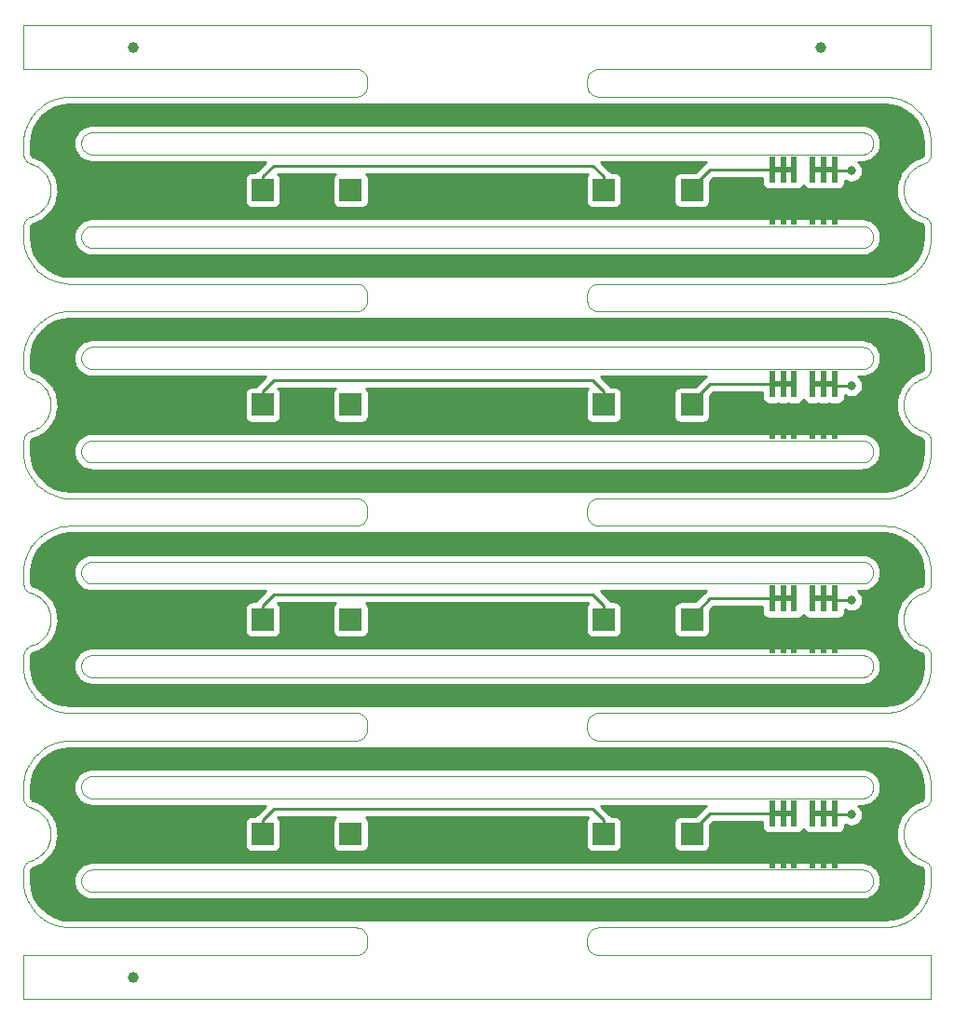
<source format=gbr>
G04 #@! TF.GenerationSoftware,KiCad,Pcbnew,5.1.5+dfsg1-2build2*
G04 #@! TF.CreationDate,2021-10-10T04:01:31+00:00*
G04 #@! TF.ProjectId,base_3.5,62617365-5f33-42e3-952e-6b696361645f,rev?*
G04 #@! TF.SameCoordinates,Original*
G04 #@! TF.FileFunction,Copper,L1,Top*
G04 #@! TF.FilePolarity,Positive*
%FSLAX46Y46*%
G04 Gerber Fmt 4.6, Leading zero omitted, Abs format (unit mm)*
G04 Created by KiCad (PCBNEW 5.1.5+dfsg1-2build2) date 2021-10-10 04:01:31*
%MOMM*%
%LPD*%
G04 APERTURE LIST*
G04 #@! TA.AperFunction,Profile*
%ADD10C,0.100000*%
G04 #@! TD*
G04 #@! TA.AperFunction,BGAPad,CuDef*
%ADD11C,1.000000*%
G04 #@! TD*
G04 #@! TA.AperFunction,SMDPad,CuDef*
%ADD12R,0.560000X2.400000*%
G04 #@! TD*
G04 #@! TA.AperFunction,ComponentPad*
%ADD13R,2.000000X2.000000*%
G04 #@! TD*
G04 #@! TA.AperFunction,ViaPad*
%ADD14C,0.800000*%
G04 #@! TD*
G04 #@! TA.AperFunction,Conductor*
%ADD15C,0.250000*%
G04 #@! TD*
G04 #@! TA.AperFunction,Conductor*
%ADD16C,0.500000*%
G04 #@! TD*
G04 #@! TA.AperFunction,Conductor*
%ADD17C,0.254000*%
G04 #@! TD*
G04 APERTURE END LIST*
D10*
X126499900Y-102715900D02*
X126401100Y-102736200D01*
X126596400Y-102685700D02*
X126499900Y-102715900D01*
X126689300Y-102645900D02*
X126596400Y-102685700D01*
X126777600Y-102596800D02*
X126689300Y-102645900D01*
X126860800Y-102538900D02*
X126777600Y-102596800D01*
X126937500Y-102473100D02*
X126860800Y-102538900D01*
X127007100Y-102399800D02*
X126937500Y-102473100D01*
X127069000Y-102319900D02*
X127007100Y-102399800D01*
X127122400Y-102234100D02*
X127069000Y-102319900D01*
X127166900Y-102143400D02*
X127122400Y-102234100D01*
X127202000Y-102048600D02*
X127166900Y-102143400D01*
X127227300Y-101950700D02*
X127202000Y-102048600D01*
X127242600Y-101850800D02*
X127227300Y-101950700D01*
X127247700Y-101749900D02*
X127242600Y-101850800D01*
X127242600Y-101649200D02*
X127247700Y-101749900D01*
X127227300Y-101549300D02*
X127242600Y-101649200D01*
X127202000Y-101451500D02*
X127227300Y-101549300D01*
X127166900Y-101356700D02*
X127202000Y-101451500D01*
X127122400Y-101266000D02*
X127166900Y-101356700D01*
X127069000Y-101180200D02*
X127122400Y-101266000D01*
X127007100Y-101100300D02*
X127069000Y-101180200D01*
X126937300Y-101026800D02*
X127007100Y-101100300D01*
X126860600Y-100961000D02*
X126937300Y-101026800D01*
X126777600Y-100903300D02*
X126860600Y-100961000D01*
X126689300Y-100854200D02*
X126777600Y-100903300D01*
X126596600Y-100814500D02*
X126689300Y-100854200D01*
X126500200Y-100784200D02*
X126596600Y-100814500D01*
X126401200Y-100763800D02*
X126500200Y-100784200D01*
X126300700Y-100753600D02*
X126401200Y-100763800D01*
X126224800Y-100751000D02*
X126300700Y-100753600D01*
X56275400Y-100751000D02*
X126224800Y-100751000D01*
X56199200Y-100753600D02*
X56275400Y-100751000D01*
X56098800Y-100763800D02*
X56199200Y-100753600D01*
X55999800Y-100784200D02*
X56098800Y-100763800D01*
X55903400Y-100814500D02*
X55999800Y-100784200D01*
X55810500Y-100854300D02*
X55903400Y-100814500D01*
X55722100Y-100903400D02*
X55810500Y-100854300D01*
X55639200Y-100961100D02*
X55722100Y-100903400D01*
X55562500Y-101027000D02*
X55639200Y-100961100D01*
X55492900Y-101100300D02*
X55562500Y-101027000D01*
X55431000Y-101180200D02*
X55492900Y-101100300D01*
X55377600Y-101266000D02*
X55431000Y-101180200D01*
X55333100Y-101356700D02*
X55377600Y-101266000D01*
X55298100Y-101451200D02*
X55333100Y-101356700D01*
X55272700Y-101549100D02*
X55298100Y-101451200D01*
X55257400Y-101649000D02*
X55272700Y-101549100D01*
X55252300Y-101749900D02*
X55257400Y-101649000D01*
X55257400Y-101850800D02*
X55252300Y-101749900D01*
X55272700Y-101950700D02*
X55257400Y-101850800D01*
X55298000Y-102048600D02*
X55272700Y-101950700D01*
X55333100Y-102143400D02*
X55298000Y-102048600D01*
X55377600Y-102234100D02*
X55333100Y-102143400D01*
X55431000Y-102319900D02*
X55377600Y-102234100D01*
X55492900Y-102399800D02*
X55431000Y-102319900D01*
X55562500Y-102473100D02*
X55492900Y-102399800D01*
X55639200Y-102538900D02*
X55562500Y-102473100D01*
X55722100Y-102596700D02*
X55639200Y-102538900D01*
X55810500Y-102645700D02*
X55722100Y-102596700D01*
X55903400Y-102685600D02*
X55810500Y-102645700D01*
X55999800Y-102715900D02*
X55903400Y-102685600D01*
X56098800Y-102736200D02*
X55999800Y-102715900D01*
X56199300Y-102746500D02*
X56098800Y-102736200D01*
X56275200Y-102749000D02*
X56199300Y-102746500D01*
X126224900Y-102749000D02*
X56275200Y-102749000D01*
X126300500Y-102746500D02*
X126224900Y-102749000D01*
X126401100Y-102736200D02*
X126300500Y-102746500D01*
X126499900Y-94215900D02*
X126401100Y-94236200D01*
X126596400Y-94185700D02*
X126499900Y-94215900D01*
X126689300Y-94145900D02*
X126596400Y-94185700D01*
X126777600Y-94096800D02*
X126689300Y-94145900D01*
X126860800Y-94038900D02*
X126777600Y-94096800D01*
X126937500Y-93973100D02*
X126860800Y-94038900D01*
X127007100Y-93899800D02*
X126937500Y-93973100D01*
X127069000Y-93819900D02*
X127007100Y-93899800D01*
X127122400Y-93734100D02*
X127069000Y-93819900D01*
X127166900Y-93643400D02*
X127122400Y-93734100D01*
X127202000Y-93548600D02*
X127166900Y-93643400D01*
X127227300Y-93450700D02*
X127202000Y-93548600D01*
X127242600Y-93350800D02*
X127227300Y-93450700D01*
X127247700Y-93249900D02*
X127242600Y-93350800D01*
X127242600Y-93149200D02*
X127247700Y-93249900D01*
X127227300Y-93049300D02*
X127242600Y-93149200D01*
X127202000Y-92951500D02*
X127227300Y-93049300D01*
X127166900Y-92856700D02*
X127202000Y-92951500D01*
X127122400Y-92766000D02*
X127166900Y-92856700D01*
X127069000Y-92680200D02*
X127122400Y-92766000D01*
X127007100Y-92600300D02*
X127069000Y-92680200D01*
X126937300Y-92526800D02*
X127007100Y-92600300D01*
X126860600Y-92461000D02*
X126937300Y-92526800D01*
X126777600Y-92403300D02*
X126860600Y-92461000D01*
X126689300Y-92354200D02*
X126777600Y-92403300D01*
X126596600Y-92314500D02*
X126689300Y-92354200D01*
X126500200Y-92284200D02*
X126596600Y-92314500D01*
X126401200Y-92263800D02*
X126500200Y-92284200D01*
X126300700Y-92253600D02*
X126401200Y-92263800D01*
X126224800Y-92251000D02*
X126300700Y-92253600D01*
X56275400Y-92251000D02*
X126224800Y-92251000D01*
X56199200Y-92253600D02*
X56275400Y-92251000D01*
X56098800Y-92263800D02*
X56199200Y-92253600D01*
X55999800Y-92284200D02*
X56098800Y-92263800D01*
X55903400Y-92314500D02*
X55999800Y-92284200D01*
X55810500Y-92354300D02*
X55903400Y-92314500D01*
X55722100Y-92403400D02*
X55810500Y-92354300D01*
X55639200Y-92461100D02*
X55722100Y-92403400D01*
X55562500Y-92527000D02*
X55639200Y-92461100D01*
X55492900Y-92600300D02*
X55562500Y-92527000D01*
X55431000Y-92680200D02*
X55492900Y-92600300D01*
X55377600Y-92766000D02*
X55431000Y-92680200D01*
X55333100Y-92856700D02*
X55377600Y-92766000D01*
X55298100Y-92951200D02*
X55333100Y-92856700D01*
X55272700Y-93049100D02*
X55298100Y-92951200D01*
X55257400Y-93149000D02*
X55272700Y-93049100D01*
X55252300Y-93249900D02*
X55257400Y-93149000D01*
X55257400Y-93350800D02*
X55252300Y-93249900D01*
X55272700Y-93450700D02*
X55257400Y-93350800D01*
X55298000Y-93548600D02*
X55272700Y-93450700D01*
X55333100Y-93643400D02*
X55298000Y-93548600D01*
X55377600Y-93734100D02*
X55333100Y-93643400D01*
X55431000Y-93819900D02*
X55377600Y-93734100D01*
X55492900Y-93899800D02*
X55431000Y-93819900D01*
X55562500Y-93973100D02*
X55492900Y-93899800D01*
X55639200Y-94038900D02*
X55562500Y-93973100D01*
X55722100Y-94096700D02*
X55639200Y-94038900D01*
X55810500Y-94145700D02*
X55722100Y-94096700D01*
X55903400Y-94185600D02*
X55810500Y-94145700D01*
X55999800Y-94215900D02*
X55903400Y-94185600D01*
X56098800Y-94236200D02*
X55999800Y-94215900D01*
X56199300Y-94246500D02*
X56098800Y-94236200D01*
X56275200Y-94249000D02*
X56199300Y-94246500D01*
X126224900Y-94249000D02*
X56275200Y-94249000D01*
X126300500Y-94246500D02*
X126224900Y-94249000D01*
X126401100Y-94236200D02*
X126300500Y-94246500D01*
X126499900Y-83215900D02*
X126401000Y-83236200D01*
X126596400Y-83185700D02*
X126499900Y-83215900D01*
X126689300Y-83145800D02*
X126596400Y-83185700D01*
X126777600Y-83096800D02*
X126689300Y-83145800D01*
X126860800Y-83038900D02*
X126777600Y-83096800D01*
X126937500Y-82973100D02*
X126860800Y-83038900D01*
X127007100Y-82899800D02*
X126937500Y-82973100D01*
X127069000Y-82819900D02*
X127007100Y-82899800D01*
X127122400Y-82734100D02*
X127069000Y-82819900D01*
X127166900Y-82643300D02*
X127122400Y-82734100D01*
X127202000Y-82548600D02*
X127166900Y-82643300D01*
X127227300Y-82450700D02*
X127202000Y-82548600D01*
X127242600Y-82350800D02*
X127227300Y-82450700D01*
X127247700Y-82249900D02*
X127242600Y-82350800D01*
X127242600Y-82149200D02*
X127247700Y-82249900D01*
X127227300Y-82049300D02*
X127242600Y-82149200D01*
X127202000Y-81951500D02*
X127227300Y-82049300D01*
X127166900Y-81856700D02*
X127202000Y-81951500D01*
X127122400Y-81765900D02*
X127166900Y-81856700D01*
X127069000Y-81680200D02*
X127122400Y-81765900D01*
X127007100Y-81600200D02*
X127069000Y-81680200D01*
X126937300Y-81526800D02*
X127007100Y-81600200D01*
X126860600Y-81461000D02*
X126937300Y-81526800D01*
X126777600Y-81403200D02*
X126860600Y-81461000D01*
X126689300Y-81354200D02*
X126777600Y-81403200D01*
X126596600Y-81314500D02*
X126689300Y-81354200D01*
X126500200Y-81284200D02*
X126596600Y-81314500D01*
X126401200Y-81263800D02*
X126500200Y-81284200D01*
X126300700Y-81253600D02*
X126401200Y-81263800D01*
X126224800Y-81251000D02*
X126300700Y-81253600D01*
X56275300Y-81251000D02*
X126224800Y-81251000D01*
X56199200Y-81253600D02*
X56275300Y-81251000D01*
X56098800Y-81263800D02*
X56199200Y-81253600D01*
X55999800Y-81284200D02*
X56098800Y-81263800D01*
X55903400Y-81314500D02*
X55999800Y-81284200D01*
X55810500Y-81354300D02*
X55903400Y-81314500D01*
X55722100Y-81403400D02*
X55810500Y-81354300D01*
X55639200Y-81461100D02*
X55722100Y-81403400D01*
X55562500Y-81527000D02*
X55639200Y-81461100D01*
X55492900Y-81600200D02*
X55562500Y-81527000D01*
X55431000Y-81680200D02*
X55492900Y-81600200D01*
X55377600Y-81765900D02*
X55431000Y-81680200D01*
X55333100Y-81856700D02*
X55377600Y-81765900D01*
X55298100Y-81951200D02*
X55333100Y-81856700D01*
X55272700Y-82049000D02*
X55298100Y-81951200D01*
X55257400Y-82148900D02*
X55272700Y-82049000D01*
X55252300Y-82249900D02*
X55257400Y-82148900D01*
X55257400Y-82350800D02*
X55252300Y-82249900D01*
X55272700Y-82450700D02*
X55257400Y-82350800D01*
X55298000Y-82548600D02*
X55272700Y-82450700D01*
X55333100Y-82643300D02*
X55298000Y-82548600D01*
X55377600Y-82734100D02*
X55333100Y-82643300D01*
X55431000Y-82819900D02*
X55377600Y-82734100D01*
X55492900Y-82899800D02*
X55431000Y-82819900D01*
X55562500Y-82973100D02*
X55492900Y-82899800D01*
X55639200Y-83038900D02*
X55562500Y-82973100D01*
X55722100Y-83096700D02*
X55639200Y-83038900D01*
X55810500Y-83145700D02*
X55722100Y-83096700D01*
X55903400Y-83185600D02*
X55810500Y-83145700D01*
X55999800Y-83215800D02*
X55903400Y-83185600D01*
X56098800Y-83236200D02*
X55999800Y-83215800D01*
X56199300Y-83246400D02*
X56098800Y-83236200D01*
X56275200Y-83249000D02*
X56199300Y-83246400D01*
X126224800Y-83249000D02*
X56275200Y-83249000D01*
X126300600Y-83246400D02*
X126224800Y-83249000D01*
X126401000Y-83236200D02*
X126300600Y-83246400D01*
X126499900Y-74715900D02*
X126401000Y-74736200D01*
X126596400Y-74685700D02*
X126499900Y-74715900D01*
X126689300Y-74645800D02*
X126596400Y-74685700D01*
X126777600Y-74596800D02*
X126689300Y-74645800D01*
X126860800Y-74538900D02*
X126777600Y-74596800D01*
X126937500Y-74473100D02*
X126860800Y-74538900D01*
X127007100Y-74399800D02*
X126937500Y-74473100D01*
X127069000Y-74319900D02*
X127007100Y-74399800D01*
X127122400Y-74234100D02*
X127069000Y-74319900D01*
X127166900Y-74143300D02*
X127122400Y-74234100D01*
X127202000Y-74048600D02*
X127166900Y-74143300D01*
X127227300Y-73950700D02*
X127202000Y-74048600D01*
X127242600Y-73850800D02*
X127227300Y-73950700D01*
X127247700Y-73749900D02*
X127242600Y-73850800D01*
X127242600Y-73649200D02*
X127247700Y-73749900D01*
X127227300Y-73549300D02*
X127242600Y-73649200D01*
X127202000Y-73451500D02*
X127227300Y-73549300D01*
X127166900Y-73356700D02*
X127202000Y-73451500D01*
X127122400Y-73265900D02*
X127166900Y-73356700D01*
X127069000Y-73180200D02*
X127122400Y-73265900D01*
X127007100Y-73100200D02*
X127069000Y-73180200D01*
X126937300Y-73026800D02*
X127007100Y-73100200D01*
X126860600Y-72961000D02*
X126937300Y-73026800D01*
X126777600Y-72903200D02*
X126860600Y-72961000D01*
X126689300Y-72854200D02*
X126777600Y-72903200D01*
X126596600Y-72814500D02*
X126689300Y-72854200D01*
X126500200Y-72784200D02*
X126596600Y-72814500D01*
X126401200Y-72763800D02*
X126500200Y-72784200D01*
X126300700Y-72753600D02*
X126401200Y-72763800D01*
X126224800Y-72751000D02*
X126300700Y-72753600D01*
X56275300Y-72751000D02*
X126224800Y-72751000D01*
X56199200Y-72753600D02*
X56275300Y-72751000D01*
X56098800Y-72763800D02*
X56199200Y-72753600D01*
X55999800Y-72784200D02*
X56098800Y-72763800D01*
X55903400Y-72814500D02*
X55999800Y-72784200D01*
X55810500Y-72854300D02*
X55903400Y-72814500D01*
X55722100Y-72903400D02*
X55810500Y-72854300D01*
X55639200Y-72961100D02*
X55722100Y-72903400D01*
X55562500Y-73027000D02*
X55639200Y-72961100D01*
X55492900Y-73100200D02*
X55562500Y-73027000D01*
X55431000Y-73180200D02*
X55492900Y-73100200D01*
X55377600Y-73265900D02*
X55431000Y-73180200D01*
X55333100Y-73356700D02*
X55377600Y-73265900D01*
X55298100Y-73451200D02*
X55333100Y-73356700D01*
X55272700Y-73549000D02*
X55298100Y-73451200D01*
X55257400Y-73648900D02*
X55272700Y-73549000D01*
X55252300Y-73749900D02*
X55257400Y-73648900D01*
X55257400Y-73850800D02*
X55252300Y-73749900D01*
X55272700Y-73950700D02*
X55257400Y-73850800D01*
X55298000Y-74048600D02*
X55272700Y-73950700D01*
X55333100Y-74143300D02*
X55298000Y-74048600D01*
X55377600Y-74234100D02*
X55333100Y-74143300D01*
X55431000Y-74319900D02*
X55377600Y-74234100D01*
X55492900Y-74399800D02*
X55431000Y-74319900D01*
X55562500Y-74473100D02*
X55492900Y-74399800D01*
X55639200Y-74538900D02*
X55562500Y-74473100D01*
X55722100Y-74596700D02*
X55639200Y-74538900D01*
X55810500Y-74645700D02*
X55722100Y-74596700D01*
X55903400Y-74685600D02*
X55810500Y-74645700D01*
X55999800Y-74715800D02*
X55903400Y-74685600D01*
X56098800Y-74736200D02*
X55999800Y-74715800D01*
X56199300Y-74746400D02*
X56098800Y-74736200D01*
X56275200Y-74749000D02*
X56199300Y-74746400D01*
X126224800Y-74749000D02*
X56275200Y-74749000D01*
X126300600Y-74746400D02*
X126224800Y-74749000D01*
X126401000Y-74736200D02*
X126300600Y-74746400D01*
X126499900Y-63715900D02*
X126401000Y-63736200D01*
X126596400Y-63685700D02*
X126499900Y-63715900D01*
X126689300Y-63645800D02*
X126596400Y-63685700D01*
X126777600Y-63596800D02*
X126689300Y-63645800D01*
X126860600Y-63539100D02*
X126777600Y-63596800D01*
X126937300Y-63473200D02*
X126860600Y-63539100D01*
X127007100Y-63399800D02*
X126937300Y-63473200D01*
X127069000Y-63319900D02*
X127007100Y-63399800D01*
X127122300Y-63234300D02*
X127069000Y-63319900D01*
X127166800Y-63143600D02*
X127122300Y-63234300D01*
X127201900Y-63048800D02*
X127166800Y-63143600D01*
X127227300Y-62951000D02*
X127201900Y-63048800D01*
X127242600Y-62851100D02*
X127227300Y-62951000D01*
X127247700Y-62750100D02*
X127242600Y-62851100D01*
X127242600Y-62649200D02*
X127247700Y-62750100D01*
X127227300Y-62549300D02*
X127242600Y-62649200D01*
X127202000Y-62451500D02*
X127227300Y-62549300D01*
X127166900Y-62356700D02*
X127202000Y-62451500D01*
X127122400Y-62265900D02*
X127166900Y-62356700D01*
X127069000Y-62180200D02*
X127122400Y-62265900D01*
X127007100Y-62100200D02*
X127069000Y-62180200D01*
X126937300Y-62026800D02*
X127007100Y-62100200D01*
X126860600Y-61960900D02*
X126937300Y-62026800D01*
X126777900Y-61903400D02*
X126860600Y-61960900D01*
X126689500Y-61854300D02*
X126777900Y-61903400D01*
X126596600Y-61814400D02*
X126689500Y-61854300D01*
X126500200Y-61784200D02*
X126596600Y-61814400D01*
X126401200Y-61763800D02*
X126500200Y-61784200D01*
X126300700Y-61753600D02*
X126401200Y-61763800D01*
X126224800Y-61751000D02*
X126300700Y-61753600D01*
X56275200Y-61751000D02*
X126224800Y-61751000D01*
X56199300Y-61753600D02*
X56275200Y-61751000D01*
X56098800Y-61763800D02*
X56199300Y-61753600D01*
X55999800Y-61784200D02*
X56098800Y-61763800D01*
X55903400Y-61814400D02*
X55999800Y-61784200D01*
X55810500Y-61854300D02*
X55903400Y-61814400D01*
X55722100Y-61903400D02*
X55810500Y-61854300D01*
X55639200Y-61961100D02*
X55722100Y-61903400D01*
X55562500Y-62027000D02*
X55639200Y-61961100D01*
X55492900Y-62100200D02*
X55562500Y-62027000D01*
X55431000Y-62180200D02*
X55492900Y-62100200D01*
X55377600Y-62265900D02*
X55431000Y-62180200D01*
X55333100Y-62356700D02*
X55377600Y-62265900D01*
X55298000Y-62451500D02*
X55333100Y-62356700D01*
X55272700Y-62549000D02*
X55298000Y-62451500D01*
X55257400Y-62648900D02*
X55272700Y-62549000D01*
X55252300Y-62749900D02*
X55257400Y-62648900D01*
X55257400Y-62850800D02*
X55252300Y-62749900D01*
X55272700Y-62950700D02*
X55257400Y-62850800D01*
X55298000Y-63048500D02*
X55272700Y-62950700D01*
X55333100Y-63143300D02*
X55298000Y-63048500D01*
X55377600Y-63234100D02*
X55333100Y-63143300D01*
X55431000Y-63319900D02*
X55377600Y-63234100D01*
X55492900Y-63399800D02*
X55431000Y-63319900D01*
X55562500Y-63473000D02*
X55492900Y-63399800D01*
X55639200Y-63538900D02*
X55562500Y-63473000D01*
X55722100Y-63596600D02*
X55639200Y-63538900D01*
X55810500Y-63645700D02*
X55722100Y-63596600D01*
X55903400Y-63685600D02*
X55810500Y-63645700D01*
X55999800Y-63715800D02*
X55903400Y-63685600D01*
X56098800Y-63736200D02*
X55999800Y-63715800D01*
X56199300Y-63746400D02*
X56098800Y-63736200D01*
X56275200Y-63749000D02*
X56199300Y-63746400D01*
X126224800Y-63749000D02*
X56275200Y-63749000D01*
X126300700Y-63746400D02*
X126224800Y-63749000D01*
X126401000Y-63736200D02*
X126300700Y-63746400D01*
X126499900Y-55215900D02*
X126401000Y-55236200D01*
X126596400Y-55185700D02*
X126499900Y-55215900D01*
X126689300Y-55145800D02*
X126596400Y-55185700D01*
X126777600Y-55096800D02*
X126689300Y-55145800D01*
X126860600Y-55039100D02*
X126777600Y-55096800D01*
X126937300Y-54973200D02*
X126860600Y-55039100D01*
X127007100Y-54899800D02*
X126937300Y-54973200D01*
X127069000Y-54819900D02*
X127007100Y-54899800D01*
X127122300Y-54734300D02*
X127069000Y-54819900D01*
X127166800Y-54643600D02*
X127122300Y-54734300D01*
X127201900Y-54548800D02*
X127166800Y-54643600D01*
X127227300Y-54451000D02*
X127201900Y-54548800D01*
X127242600Y-54351100D02*
X127227300Y-54451000D01*
X127247700Y-54250100D02*
X127242600Y-54351100D01*
X127242600Y-54149200D02*
X127247700Y-54250100D01*
X127227300Y-54049300D02*
X127242600Y-54149200D01*
X127202000Y-53951500D02*
X127227300Y-54049300D01*
X127166900Y-53856700D02*
X127202000Y-53951500D01*
X127122400Y-53765900D02*
X127166900Y-53856700D01*
X127069000Y-53680200D02*
X127122400Y-53765900D01*
X127007100Y-53600200D02*
X127069000Y-53680200D01*
X126937300Y-53526800D02*
X127007100Y-53600200D01*
X126860600Y-53460900D02*
X126937300Y-53526800D01*
X126777900Y-53403400D02*
X126860600Y-53460900D01*
X126689500Y-53354300D02*
X126777900Y-53403400D01*
X126596600Y-53314400D02*
X126689500Y-53354300D01*
X126500200Y-53284200D02*
X126596600Y-53314400D01*
X126401200Y-53263800D02*
X126500200Y-53284200D01*
X126300700Y-53253600D02*
X126401200Y-53263800D01*
X126224800Y-53251000D02*
X126300700Y-53253600D01*
X56275200Y-53251000D02*
X126224800Y-53251000D01*
X56199300Y-53253600D02*
X56275200Y-53251000D01*
X56098800Y-53263800D02*
X56199300Y-53253600D01*
X55999800Y-53284200D02*
X56098800Y-53263800D01*
X55903400Y-53314400D02*
X55999800Y-53284200D01*
X55810500Y-53354300D02*
X55903400Y-53314400D01*
X55722100Y-53403400D02*
X55810500Y-53354300D01*
X55639200Y-53461100D02*
X55722100Y-53403400D01*
X55562500Y-53527000D02*
X55639200Y-53461100D01*
X55492900Y-53600200D02*
X55562500Y-53527000D01*
X55431000Y-53680200D02*
X55492900Y-53600200D01*
X55377600Y-53765900D02*
X55431000Y-53680200D01*
X55333100Y-53856700D02*
X55377600Y-53765900D01*
X55298000Y-53951500D02*
X55333100Y-53856700D01*
X55272700Y-54049000D02*
X55298000Y-53951500D01*
X55257400Y-54148900D02*
X55272700Y-54049000D01*
X55252300Y-54249900D02*
X55257400Y-54148900D01*
X55257400Y-54350800D02*
X55252300Y-54249900D01*
X55272700Y-54450700D02*
X55257400Y-54350800D01*
X55298000Y-54548500D02*
X55272700Y-54450700D01*
X55333100Y-54643300D02*
X55298000Y-54548500D01*
X55377600Y-54734100D02*
X55333100Y-54643300D01*
X55431000Y-54819900D02*
X55377600Y-54734100D01*
X55492900Y-54899800D02*
X55431000Y-54819900D01*
X55562500Y-54973000D02*
X55492900Y-54899800D01*
X55639200Y-55038900D02*
X55562500Y-54973000D01*
X55722100Y-55096600D02*
X55639200Y-55038900D01*
X55810500Y-55145700D02*
X55722100Y-55096600D01*
X55903400Y-55185600D02*
X55810500Y-55145700D01*
X55999800Y-55215800D02*
X55903400Y-55185600D01*
X56098800Y-55236200D02*
X55999800Y-55215800D01*
X56199300Y-55246400D02*
X56098800Y-55236200D01*
X56275200Y-55249000D02*
X56199300Y-55246400D01*
X126224800Y-55249000D02*
X56275200Y-55249000D01*
X126300700Y-55246400D02*
X126224800Y-55249000D01*
X126401000Y-55236200D02*
X126300700Y-55246400D01*
X126500200Y-122215900D02*
X126400700Y-122236300D01*
X126596600Y-122185600D02*
X126500200Y-122215900D01*
X126689500Y-122145700D02*
X126596600Y-122185600D01*
X126777900Y-122096700D02*
X126689500Y-122145700D01*
X126860800Y-122038900D02*
X126777900Y-122096700D01*
X126937500Y-121973100D02*
X126860800Y-122038900D01*
X127007100Y-121899800D02*
X126937500Y-121973100D01*
X127069000Y-121819900D02*
X127007100Y-121899800D01*
X127122400Y-121734100D02*
X127069000Y-121819900D01*
X127166900Y-121643400D02*
X127122400Y-121734100D01*
X127202000Y-121548600D02*
X127166900Y-121643400D01*
X127227300Y-121450800D02*
X127202000Y-121548600D01*
X127242600Y-121350900D02*
X127227300Y-121450800D01*
X127247700Y-121249900D02*
X127242600Y-121350900D01*
X127242600Y-121149300D02*
X127247700Y-121249900D01*
X127227300Y-121049300D02*
X127242600Y-121149300D01*
X127202000Y-120951500D02*
X127227300Y-121049300D01*
X127166900Y-120856700D02*
X127202000Y-120951500D01*
X127122400Y-120766000D02*
X127166900Y-120856700D01*
X127069000Y-120680200D02*
X127122400Y-120766000D01*
X127007100Y-120600300D02*
X127069000Y-120680200D01*
X126937300Y-120526800D02*
X127007100Y-120600300D01*
X126860600Y-120461000D02*
X126937300Y-120526800D01*
X126777600Y-120403300D02*
X126860600Y-120461000D01*
X126689300Y-120354200D02*
X126777600Y-120403300D01*
X126596600Y-120314500D02*
X126689300Y-120354200D01*
X126500200Y-120284200D02*
X126596600Y-120314500D01*
X126401200Y-120263900D02*
X126500200Y-120284200D01*
X126300700Y-120253600D02*
X126401200Y-120263900D01*
X126224800Y-120251100D02*
X126300700Y-120253600D01*
X56275000Y-120251100D02*
X126224800Y-120251100D01*
X56199600Y-120253600D02*
X56275000Y-120251100D01*
X56098800Y-120263900D02*
X56199600Y-120253600D01*
X55999800Y-120284200D02*
X56098800Y-120263900D01*
X55903400Y-120314500D02*
X55999800Y-120284200D01*
X55810500Y-120354400D02*
X55903400Y-120314500D01*
X55722100Y-120403400D02*
X55810500Y-120354400D01*
X55639200Y-120461200D02*
X55722100Y-120403400D01*
X55562500Y-120527000D02*
X55639200Y-120461200D01*
X55492900Y-120600300D02*
X55562500Y-120527000D01*
X55431000Y-120680200D02*
X55492900Y-120600300D01*
X55377600Y-120766000D02*
X55431000Y-120680200D01*
X55333100Y-120856700D02*
X55377600Y-120766000D01*
X55298100Y-120951200D02*
X55333100Y-120856700D01*
X55272700Y-121049100D02*
X55298100Y-120951200D01*
X55257400Y-121149000D02*
X55272700Y-121049100D01*
X55252300Y-121249900D02*
X55257400Y-121149000D01*
X55257400Y-121350900D02*
X55252300Y-121249900D01*
X55272700Y-121450800D02*
X55257400Y-121350900D01*
X55298000Y-121548600D02*
X55272700Y-121450800D01*
X55333100Y-121643400D02*
X55298000Y-121548600D01*
X55377600Y-121734100D02*
X55333100Y-121643400D01*
X55431000Y-121819900D02*
X55377600Y-121734100D01*
X55492900Y-121899800D02*
X55431000Y-121819900D01*
X55562500Y-121973100D02*
X55492900Y-121899800D01*
X55639200Y-122038900D02*
X55562500Y-121973100D01*
X55722100Y-122096700D02*
X55639200Y-122038900D01*
X55810500Y-122145700D02*
X55722100Y-122096700D01*
X55903400Y-122185600D02*
X55810500Y-122145700D01*
X55999800Y-122215900D02*
X55903400Y-122185600D01*
X56098800Y-122236200D02*
X55999800Y-122215900D01*
X56199300Y-122246500D02*
X56098800Y-122236200D01*
X56275200Y-122249100D02*
X56199300Y-122246500D01*
X126224500Y-122249100D02*
X56275200Y-122249100D01*
X126300900Y-122246500D02*
X126224500Y-122249100D01*
X126400700Y-122236300D02*
X126300900Y-122246500D01*
X126500200Y-113715900D02*
X126400700Y-113736300D01*
X126596600Y-113685600D02*
X126500200Y-113715900D01*
X126689500Y-113645700D02*
X126596600Y-113685600D01*
X126777900Y-113596700D02*
X126689500Y-113645700D01*
X126860800Y-113538900D02*
X126777900Y-113596700D01*
X126937500Y-113473100D02*
X126860800Y-113538900D01*
X127007100Y-113399800D02*
X126937500Y-113473100D01*
X127069000Y-113319900D02*
X127007100Y-113399800D01*
X127122400Y-113234100D02*
X127069000Y-113319900D01*
X127166900Y-113143400D02*
X127122400Y-113234100D01*
X127202000Y-113048600D02*
X127166900Y-113143400D01*
X127227300Y-112950800D02*
X127202000Y-113048600D01*
X127242600Y-112850900D02*
X127227300Y-112950800D01*
X127247700Y-112749900D02*
X127242600Y-112850900D01*
X127242600Y-112649300D02*
X127247700Y-112749900D01*
X127227300Y-112549300D02*
X127242600Y-112649300D01*
X127202000Y-112451500D02*
X127227300Y-112549300D01*
X127166900Y-112356700D02*
X127202000Y-112451500D01*
X127122400Y-112266000D02*
X127166900Y-112356700D01*
X127069000Y-112180200D02*
X127122400Y-112266000D01*
X127007100Y-112100300D02*
X127069000Y-112180200D01*
X126937300Y-112026800D02*
X127007100Y-112100300D01*
X126860600Y-111961000D02*
X126937300Y-112026800D01*
X126777600Y-111903300D02*
X126860600Y-111961000D01*
X126689300Y-111854200D02*
X126777600Y-111903300D01*
X126596600Y-111814500D02*
X126689300Y-111854200D01*
X126500200Y-111784200D02*
X126596600Y-111814500D01*
X126401200Y-111763900D02*
X126500200Y-111784200D01*
X126300700Y-111753600D02*
X126401200Y-111763900D01*
X126224800Y-111751100D02*
X126300700Y-111753600D01*
X56275000Y-111751100D02*
X126224800Y-111751100D01*
X56199600Y-111753600D02*
X56275000Y-111751100D01*
X56098800Y-111763900D02*
X56199600Y-111753600D01*
X55999800Y-111784200D02*
X56098800Y-111763900D01*
X55903400Y-111814500D02*
X55999800Y-111784200D01*
X55810500Y-111854400D02*
X55903400Y-111814500D01*
X55722100Y-111903400D02*
X55810500Y-111854400D01*
X55639200Y-111961200D02*
X55722100Y-111903400D01*
X55562500Y-112027000D02*
X55639200Y-111961200D01*
X55492900Y-112100300D02*
X55562500Y-112027000D01*
X55431000Y-112180200D02*
X55492900Y-112100300D01*
X55377600Y-112266000D02*
X55431000Y-112180200D01*
X55333100Y-112356700D02*
X55377600Y-112266000D01*
X55298100Y-112451200D02*
X55333100Y-112356700D01*
X55272700Y-112549100D02*
X55298100Y-112451200D01*
X55257400Y-112649000D02*
X55272700Y-112549100D01*
X55252300Y-112749900D02*
X55257400Y-112649000D01*
X55257400Y-112850900D02*
X55252300Y-112749900D01*
X55272700Y-112950800D02*
X55257400Y-112850900D01*
X55298000Y-113048600D02*
X55272700Y-112950800D01*
X55333100Y-113143400D02*
X55298000Y-113048600D01*
X55377600Y-113234100D02*
X55333100Y-113143400D01*
X55431000Y-113319900D02*
X55377600Y-113234100D01*
X55492900Y-113399800D02*
X55431000Y-113319900D01*
X55562500Y-113473100D02*
X55492900Y-113399800D01*
X55639200Y-113538900D02*
X55562500Y-113473100D01*
X55722100Y-113596700D02*
X55639200Y-113538900D01*
X55810500Y-113645700D02*
X55722100Y-113596700D01*
X55903400Y-113685600D02*
X55810500Y-113645700D01*
X55999800Y-113715900D02*
X55903400Y-113685600D01*
X56098800Y-113736200D02*
X55999800Y-113715900D01*
X56199300Y-113746500D02*
X56098800Y-113736200D01*
X56275200Y-113749100D02*
X56199300Y-113746500D01*
X126224500Y-113749100D02*
X56275200Y-113749100D01*
X126300900Y-113746500D02*
X126224500Y-113749100D01*
X126400700Y-113736300D02*
X126300900Y-113746500D01*
X132476500Y-43499000D02*
X50009200Y-43499700D01*
X132491800Y-43499800D02*
X132476500Y-43499000D01*
X132497700Y-43503000D02*
X132491800Y-43499800D01*
X132500200Y-43508200D02*
X132497700Y-43503000D01*
X132501000Y-43523500D02*
X132500200Y-43508200D01*
X132501000Y-47475500D02*
X132501000Y-43523500D01*
X132499700Y-47492700D02*
X132501000Y-47475500D01*
X132496300Y-47497400D02*
X132499700Y-47492700D01*
X132491800Y-47499200D02*
X132496300Y-47497400D01*
X102241300Y-47500000D02*
X132491800Y-47499200D01*
X102144000Y-47504800D02*
X102241300Y-47500000D01*
X102047900Y-47519000D02*
X102144000Y-47504800D01*
X101953600Y-47542600D02*
X102047900Y-47519000D01*
X101862200Y-47575400D02*
X101953600Y-47542600D01*
X101774300Y-47616900D02*
X101862200Y-47575400D01*
X101691000Y-47666900D02*
X101774300Y-47616900D01*
X101613000Y-47724700D02*
X101691000Y-47666900D01*
X101541000Y-47790000D02*
X101613000Y-47724700D01*
X101475700Y-47862000D02*
X101541000Y-47790000D01*
X101417900Y-47940000D02*
X101475700Y-47862000D01*
X101367900Y-48023300D02*
X101417900Y-47940000D01*
X101326400Y-48111100D02*
X101367900Y-48023300D01*
X101293700Y-48202600D02*
X101326400Y-48111100D01*
X101270000Y-48296900D02*
X101293700Y-48202600D01*
X101255800Y-48393000D02*
X101270000Y-48296900D01*
X101251000Y-48490200D02*
X101255800Y-48393000D01*
X101251000Y-49008800D02*
X101251000Y-48490200D01*
X101255800Y-49106000D02*
X101251000Y-49008800D01*
X101270000Y-49202100D02*
X101255800Y-49106000D01*
X101293700Y-49296400D02*
X101270000Y-49202100D01*
X101326400Y-49387900D02*
X101293700Y-49296400D01*
X101367900Y-49475700D02*
X101326400Y-49387900D01*
X101417900Y-49559000D02*
X101367900Y-49475700D01*
X101475700Y-49637000D02*
X101417900Y-49559000D01*
X101541000Y-49709000D02*
X101475700Y-49637000D01*
X101613000Y-49774300D02*
X101541000Y-49709000D01*
X101691000Y-49832100D02*
X101613000Y-49774300D01*
X101774300Y-49882100D02*
X101691000Y-49832100D01*
X101862200Y-49923600D02*
X101774300Y-49882100D01*
X101953600Y-49956400D02*
X101862200Y-49923600D01*
X102047900Y-49980000D02*
X101953600Y-49956400D01*
X102144000Y-49994200D02*
X102047900Y-49980000D01*
X102241300Y-49999000D02*
X102144000Y-49994200D01*
X128243400Y-49999000D02*
X102241300Y-49999000D01*
X128694100Y-50022600D02*
X128243400Y-49999000D01*
X129121100Y-50089900D02*
X128694100Y-50022600D01*
X129146500Y-50095300D02*
X129121100Y-50089900D01*
X129550900Y-50203600D02*
X129146500Y-50095300D01*
X129575900Y-50211800D02*
X129550900Y-50203600D01*
X129979200Y-50367000D02*
X129575900Y-50211800D01*
X130375600Y-50569000D02*
X129979200Y-50367000D01*
X130748300Y-50811000D02*
X130375600Y-50569000D01*
X131084200Y-51082600D02*
X130748300Y-50811000D01*
X131103800Y-51100200D02*
X131084200Y-51082600D01*
X131399800Y-51396200D02*
X131103800Y-51100200D01*
X131417400Y-51415700D02*
X131399800Y-51396200D01*
X131689000Y-51751800D02*
X131417400Y-51415700D01*
X131931100Y-52124500D02*
X131689000Y-51751800D01*
X132133100Y-52520900D02*
X131931100Y-52124500D01*
X132288200Y-52924100D02*
X132133100Y-52520900D01*
X132296300Y-52949100D02*
X132288200Y-52924100D01*
X132404700Y-53353400D02*
X132296300Y-52949100D01*
X132410200Y-53379100D02*
X132404700Y-53353400D01*
X132477400Y-53806000D02*
X132410200Y-53379100D01*
X132501000Y-54256500D02*
X132477400Y-53806000D01*
X132501000Y-55139700D02*
X132501000Y-54256500D01*
X132495900Y-55244100D02*
X132501000Y-55139700D01*
X132481400Y-55341600D02*
X132495900Y-55244100D01*
X132457200Y-55437700D02*
X132481400Y-55341600D01*
X132423900Y-55530500D02*
X132457200Y-55437700D01*
X132387300Y-55608200D02*
X132423900Y-55530500D01*
X132375600Y-55630000D02*
X132387300Y-55608200D01*
X132323700Y-55713800D02*
X132375600Y-55630000D01*
X132272100Y-55782500D02*
X132323700Y-55713800D01*
X132214100Y-55846600D02*
X132272100Y-55782500D01*
X132196500Y-55864100D02*
X132214100Y-55846600D01*
X132132400Y-55921400D02*
X132196500Y-55864100D01*
X132062800Y-55973000D02*
X132132400Y-55921400D01*
X131968400Y-56030200D02*
X132062800Y-55973000D01*
X131879100Y-56072000D02*
X131968400Y-56030200D01*
X131600100Y-56170700D02*
X131879100Y-56072000D01*
X131509400Y-56207800D02*
X131600100Y-56170700D01*
X131375300Y-56270600D02*
X131509400Y-56207800D01*
X131288700Y-56316400D02*
X131375300Y-56270600D01*
X131161400Y-56392000D02*
X131288700Y-56316400D01*
X131079800Y-56446200D02*
X131161400Y-56392000D01*
X130960600Y-56533900D02*
X131079800Y-56446200D01*
X130884600Y-56595900D02*
X130960600Y-56533900D01*
X130774600Y-56694900D02*
X130884600Y-56595900D01*
X130705100Y-56764000D02*
X130774600Y-56694900D01*
X130605400Y-56873400D02*
X130705100Y-56764000D01*
X130543000Y-56949000D02*
X130605400Y-56873400D01*
X130454500Y-57067700D02*
X130543000Y-56949000D01*
X130399900Y-57149100D02*
X130454500Y-57067700D01*
X130323600Y-57275900D02*
X130399900Y-57149100D01*
X130277200Y-57362300D02*
X130323600Y-57275900D01*
X130213700Y-57496000D02*
X130277200Y-57362300D01*
X130176000Y-57586500D02*
X130213700Y-57496000D01*
X130126000Y-57725800D02*
X130176000Y-57586500D01*
X130097400Y-57819500D02*
X130126000Y-57725800D01*
X130061300Y-57963100D02*
X130097400Y-57819500D01*
X130042200Y-58059200D02*
X130061300Y-57963100D01*
X130020400Y-58205600D02*
X130042200Y-58059200D01*
X130010700Y-58303100D02*
X130020400Y-58205600D01*
X130003400Y-58451000D02*
X130010700Y-58303100D01*
X130003400Y-58549000D02*
X130003400Y-58451000D01*
X130010700Y-58696900D02*
X130003400Y-58549000D01*
X130020400Y-58794400D02*
X130010700Y-58696900D01*
X130042200Y-58940800D02*
X130020400Y-58794400D01*
X130061300Y-59036900D02*
X130042200Y-58940800D01*
X130097400Y-59180500D02*
X130061300Y-59036900D01*
X130126000Y-59274200D02*
X130097400Y-59180500D01*
X130176000Y-59413500D02*
X130126000Y-59274200D01*
X130213700Y-59504000D02*
X130176000Y-59413500D01*
X130277200Y-59637700D02*
X130213700Y-59504000D01*
X130323600Y-59724100D02*
X130277200Y-59637700D01*
X130399900Y-59850900D02*
X130323600Y-59724100D01*
X130454500Y-59932300D02*
X130399900Y-59850900D01*
X130543000Y-60051000D02*
X130454500Y-59932300D01*
X130605400Y-60126600D02*
X130543000Y-60051000D01*
X130705100Y-60236000D02*
X130605400Y-60126600D01*
X130774600Y-60305100D02*
X130705100Y-60236000D01*
X130884600Y-60404100D02*
X130774600Y-60305100D01*
X130960600Y-60466100D02*
X130884600Y-60404100D01*
X131079800Y-60553800D02*
X130960600Y-60466100D01*
X131161500Y-60608000D02*
X131079800Y-60553800D01*
X131288700Y-60683600D02*
X131161500Y-60608000D01*
X131375300Y-60729500D02*
X131288700Y-60683600D01*
X131509400Y-60792200D02*
X131375300Y-60729500D01*
X131600100Y-60829300D02*
X131509400Y-60792200D01*
X131878700Y-60927800D02*
X131600100Y-60829300D01*
X131957100Y-60964100D02*
X131878700Y-60927800D01*
X131978900Y-60975700D02*
X131957100Y-60964100D01*
X132052700Y-61019900D02*
X131978900Y-60975700D01*
X132122500Y-61070900D02*
X132052700Y-61019900D01*
X132141700Y-61086500D02*
X132122500Y-61070900D01*
X132205400Y-61144300D02*
X132141700Y-61086500D01*
X132263800Y-61207900D02*
X132205400Y-61144300D01*
X132279400Y-61226800D02*
X132263800Y-61207900D01*
X132337500Y-61306700D02*
X132279400Y-61226800D01*
X132381600Y-61380600D02*
X132337500Y-61306700D01*
X132418900Y-61458500D02*
X132381600Y-61380600D01*
X132428400Y-61481300D02*
X132418900Y-61458500D01*
X132460600Y-61574500D02*
X132428400Y-61481300D01*
X132481400Y-61658400D02*
X132460600Y-61574500D01*
X132496700Y-61767700D02*
X132481400Y-61658400D01*
X132501000Y-61860300D02*
X132496700Y-61767700D01*
X132501000Y-62743400D02*
X132501000Y-61860300D01*
X132477400Y-63194100D02*
X132501000Y-62743400D01*
X132407800Y-63633500D02*
X132477400Y-63194100D01*
X132292500Y-64063800D02*
X132407800Y-63633500D01*
X132138200Y-64466700D02*
X132292500Y-64063800D01*
X132127500Y-64490700D02*
X132138200Y-64466700D01*
X131937500Y-64863800D02*
X132127500Y-64490700D01*
X131924300Y-64886500D02*
X131937500Y-64863800D01*
X131689000Y-65248300D02*
X131924300Y-64886500D01*
X131417400Y-65584200D02*
X131689000Y-65248300D01*
X131399800Y-65603800D02*
X131417400Y-65584200D01*
X131094400Y-65908700D02*
X131399800Y-65603800D01*
X130748700Y-66188700D02*
X131094400Y-65908700D01*
X130375500Y-66431100D02*
X130748700Y-66188700D01*
X129978600Y-66633300D02*
X130375500Y-66431100D01*
X129563700Y-66792500D02*
X129978600Y-66633300D01*
X129134000Y-66907700D02*
X129563700Y-66792500D01*
X128694500Y-66977300D02*
X129134000Y-66907700D01*
X128249900Y-67000900D02*
X128694500Y-66977300D01*
X102241300Y-67001000D02*
X128249900Y-67000900D01*
X102144000Y-67005800D02*
X102241300Y-67001000D01*
X102047900Y-67020000D02*
X102144000Y-67005800D01*
X101953600Y-67043600D02*
X102047900Y-67020000D01*
X101862200Y-67076400D02*
X101953600Y-67043600D01*
X101774300Y-67117900D02*
X101862200Y-67076400D01*
X101691000Y-67167900D02*
X101774300Y-67117900D01*
X101613000Y-67225700D02*
X101691000Y-67167900D01*
X101541000Y-67291000D02*
X101613000Y-67225700D01*
X101475700Y-67363000D02*
X101541000Y-67291000D01*
X101417900Y-67441000D02*
X101475700Y-67363000D01*
X101367900Y-67524300D02*
X101417900Y-67441000D01*
X101326400Y-67612100D02*
X101367900Y-67524300D01*
X101293700Y-67703600D02*
X101326400Y-67612100D01*
X101270000Y-67797900D02*
X101293700Y-67703600D01*
X101255800Y-67894000D02*
X101270000Y-67797900D01*
X101251000Y-67991200D02*
X101255800Y-67894000D01*
X101251000Y-68508800D02*
X101251000Y-67991200D01*
X101255800Y-68606000D02*
X101251000Y-68508800D01*
X101270000Y-68702100D02*
X101255800Y-68606000D01*
X101293700Y-68796400D02*
X101270000Y-68702100D01*
X101326400Y-68887900D02*
X101293700Y-68796400D01*
X101367900Y-68975700D02*
X101326400Y-68887900D01*
X101417900Y-69059000D02*
X101367900Y-68975700D01*
X101475700Y-69137000D02*
X101417900Y-69059000D01*
X101541000Y-69209000D02*
X101475700Y-69137000D01*
X101613000Y-69274300D02*
X101541000Y-69209000D01*
X101691000Y-69332200D02*
X101613000Y-69274300D01*
X101774300Y-69382100D02*
X101691000Y-69332200D01*
X101862200Y-69423600D02*
X101774300Y-69382100D01*
X101953600Y-69456400D02*
X101862200Y-69423600D01*
X102047900Y-69480000D02*
X101953600Y-69456400D01*
X102144000Y-69494200D02*
X102047900Y-69480000D01*
X102241300Y-69499000D02*
X102144000Y-69494200D01*
X128243400Y-69499000D02*
X102241300Y-69499000D01*
X128694600Y-69522700D02*
X128243400Y-69499000D01*
X129134000Y-69592300D02*
X128694600Y-69522700D01*
X129550900Y-69703700D02*
X129134000Y-69592300D01*
X129575900Y-69711800D02*
X129550900Y-69703700D01*
X129966700Y-69861800D02*
X129575900Y-69711800D01*
X129990700Y-69872500D02*
X129966700Y-69861800D01*
X130375100Y-70068700D02*
X129990700Y-69872500D01*
X130737600Y-70303700D02*
X130375100Y-70068700D01*
X130758900Y-70319200D02*
X130737600Y-70303700D01*
X131094100Y-70591000D02*
X130758900Y-70319200D01*
X131408700Y-70905600D02*
X131094100Y-70591000D01*
X131688700Y-71251400D02*
X131408700Y-70905600D01*
X131931300Y-71624900D02*
X131688700Y-71251400D01*
X132133100Y-72020900D02*
X131931300Y-71624900D01*
X132288200Y-72424100D02*
X132133100Y-72020900D01*
X132296300Y-72449100D02*
X132288200Y-72424100D01*
X132404700Y-72853500D02*
X132296300Y-72449100D01*
X132410200Y-72879200D02*
X132404700Y-72853500D01*
X132477400Y-73306000D02*
X132410200Y-72879200D01*
X132500900Y-73750100D02*
X132477400Y-73306000D01*
X132500900Y-74646100D02*
X132500900Y-73750100D01*
X132495900Y-74744100D02*
X132500900Y-74646100D01*
X132483400Y-74829700D02*
X132495900Y-74744100D01*
X132478600Y-74853900D02*
X132483400Y-74829700D01*
X132457300Y-74937200D02*
X132478600Y-74853900D01*
X132428400Y-75018700D02*
X132457300Y-74937200D01*
X132418900Y-75041500D02*
X132428400Y-75018700D01*
X132381500Y-75119500D02*
X132418900Y-75041500D01*
X132330900Y-75203500D02*
X132381500Y-75119500D01*
X132272100Y-75282600D02*
X132330900Y-75203500D01*
X132214100Y-75346600D02*
X132272100Y-75282600D01*
X132196500Y-75364100D02*
X132214100Y-75346600D01*
X132132100Y-75421700D02*
X132196500Y-75364100D01*
X132052700Y-75480100D02*
X132132100Y-75421700D01*
X131957300Y-75535800D02*
X132052700Y-75480100D01*
X131878600Y-75572200D02*
X131957300Y-75535800D01*
X131600100Y-75670700D02*
X131878600Y-75572200D01*
X131509400Y-75707800D02*
X131600100Y-75670700D01*
X131375300Y-75770600D02*
X131509400Y-75707800D01*
X131288700Y-75816400D02*
X131375300Y-75770600D01*
X131161400Y-75892000D02*
X131288700Y-75816400D01*
X131079800Y-75946200D02*
X131161400Y-75892000D01*
X130960600Y-76033900D02*
X131079800Y-75946200D01*
X130884600Y-76095900D02*
X130960600Y-76033900D01*
X130774600Y-76194900D02*
X130884600Y-76095900D01*
X130705100Y-76264000D02*
X130774600Y-76194900D01*
X130605400Y-76373400D02*
X130705100Y-76264000D01*
X130543000Y-76449000D02*
X130605400Y-76373400D01*
X130454500Y-76567700D02*
X130543000Y-76449000D01*
X130399900Y-76649100D02*
X130454500Y-76567700D01*
X130323600Y-76775900D02*
X130399900Y-76649100D01*
X130277200Y-76862300D02*
X130323600Y-76775900D01*
X130213700Y-76996000D02*
X130277200Y-76862300D01*
X130176000Y-77086500D02*
X130213700Y-76996000D01*
X130126000Y-77225800D02*
X130176000Y-77086500D01*
X130097400Y-77319500D02*
X130126000Y-77225800D01*
X130061300Y-77463100D02*
X130097400Y-77319500D01*
X130042200Y-77559200D02*
X130061300Y-77463100D01*
X130020400Y-77705600D02*
X130042200Y-77559200D01*
X130010700Y-77803200D02*
X130020400Y-77705600D01*
X130003400Y-77951000D02*
X130010700Y-77803200D01*
X130003400Y-78049000D02*
X130003400Y-77951000D01*
X130010700Y-78196900D02*
X130003400Y-78049000D01*
X130020400Y-78294400D02*
X130010700Y-78196900D01*
X130042200Y-78440800D02*
X130020400Y-78294400D01*
X130061300Y-78536900D02*
X130042200Y-78440800D01*
X130097400Y-78680500D02*
X130061300Y-78536900D01*
X130126000Y-78774200D02*
X130097400Y-78680500D01*
X130176000Y-78913600D02*
X130126000Y-78774200D01*
X130213700Y-79004100D02*
X130176000Y-78913600D01*
X130277200Y-79137800D02*
X130213700Y-79004100D01*
X130323600Y-79224100D02*
X130277200Y-79137800D01*
X130399900Y-79350900D02*
X130323600Y-79224100D01*
X130454500Y-79432300D02*
X130399900Y-79350900D01*
X130543000Y-79551000D02*
X130454500Y-79432300D01*
X130605400Y-79626600D02*
X130543000Y-79551000D01*
X130705100Y-79736000D02*
X130605400Y-79626600D01*
X130774600Y-79805100D02*
X130705100Y-79736000D01*
X130884600Y-79904200D02*
X130774600Y-79805100D01*
X130960600Y-79966100D02*
X130884600Y-79904200D01*
X131079800Y-80053900D02*
X130960600Y-79966100D01*
X131161500Y-80108000D02*
X131079800Y-80053900D01*
X131288700Y-80183600D02*
X131161500Y-80108000D01*
X131375300Y-80229500D02*
X131288700Y-80183600D01*
X131509400Y-80292200D02*
X131375300Y-80229500D01*
X131600100Y-80329300D02*
X131509400Y-80292200D01*
X131879100Y-80428000D02*
X131600100Y-80329300D01*
X131968400Y-80469800D02*
X131879100Y-80428000D01*
X132062800Y-80527000D02*
X131968400Y-80469800D01*
X132141700Y-80586500D02*
X132062800Y-80527000D01*
X132205400Y-80644300D02*
X132141700Y-80586500D01*
X132263800Y-80707900D02*
X132205400Y-80644300D01*
X132279500Y-80727000D02*
X132263800Y-80707900D01*
X132330700Y-80796100D02*
X132279500Y-80727000D01*
X132381600Y-80880600D02*
X132330700Y-80796100D01*
X132423900Y-80969600D02*
X132381600Y-80880600D01*
X132457400Y-81062800D02*
X132423900Y-80969600D01*
X132481400Y-81158400D02*
X132457400Y-81062800D01*
X132494300Y-81243400D02*
X132481400Y-81158400D01*
X132496800Y-81268000D02*
X132494300Y-81243400D01*
X132501000Y-81360300D02*
X132496800Y-81268000D01*
X132500900Y-82249900D02*
X132501000Y-81360300D01*
X132477300Y-82694600D02*
X132500900Y-82249900D01*
X132407700Y-83134100D02*
X132477300Y-82694600D01*
X132296400Y-83550900D02*
X132407700Y-83134100D01*
X132288200Y-83575900D02*
X132296400Y-83550900D01*
X132138200Y-83966800D02*
X132288200Y-83575900D01*
X132127500Y-83990800D02*
X132138200Y-83966800D01*
X131931300Y-84375100D02*
X132127500Y-83990800D01*
X131696300Y-84737600D02*
X131931300Y-84375100D01*
X131680900Y-84758900D02*
X131696300Y-84737600D01*
X131409000Y-85094100D02*
X131680900Y-84758900D01*
X131094400Y-85408700D02*
X131409000Y-85094100D01*
X130748200Y-85689000D02*
X131094400Y-85408700D01*
X130386500Y-85924300D02*
X130748200Y-85689000D01*
X130363800Y-85937500D02*
X130386500Y-85924300D01*
X129990800Y-86127500D02*
X130363800Y-85937500D01*
X129966800Y-86138200D02*
X129990800Y-86127500D01*
X129563700Y-86292600D02*
X129966800Y-86138200D01*
X129146600Y-86404700D02*
X129563700Y-86292600D01*
X129120900Y-86410200D02*
X129146600Y-86404700D01*
X128694500Y-86477400D02*
X129120900Y-86410200D01*
X128249900Y-86500900D02*
X128694500Y-86477400D01*
X102241300Y-86501000D02*
X128249900Y-86500900D01*
X102144000Y-86505800D02*
X102241300Y-86501000D01*
X102047900Y-86520000D02*
X102144000Y-86505800D01*
X101953600Y-86543700D02*
X102047900Y-86520000D01*
X101862200Y-86576400D02*
X101953600Y-86543700D01*
X101774300Y-86617900D02*
X101862200Y-86576400D01*
X101691000Y-86667900D02*
X101774300Y-86617900D01*
X101613000Y-86725700D02*
X101691000Y-86667900D01*
X101541000Y-86791000D02*
X101613000Y-86725700D01*
X101475700Y-86863000D02*
X101541000Y-86791000D01*
X101417900Y-86941000D02*
X101475700Y-86863000D01*
X101367900Y-87024300D02*
X101417900Y-86941000D01*
X101326400Y-87112200D02*
X101367900Y-87024300D01*
X101293700Y-87203600D02*
X101326400Y-87112200D01*
X101270000Y-87297900D02*
X101293700Y-87203600D01*
X101255800Y-87394000D02*
X101270000Y-87297900D01*
X101251000Y-87491300D02*
X101255800Y-87394000D01*
X101251000Y-88008800D02*
X101251000Y-87491300D01*
X101255800Y-88106000D02*
X101251000Y-88008800D01*
X101270000Y-88202100D02*
X101255800Y-88106000D01*
X101293700Y-88296400D02*
X101270000Y-88202100D01*
X101326400Y-88387900D02*
X101293700Y-88296400D01*
X101367900Y-88475700D02*
X101326400Y-88387900D01*
X101417900Y-88559000D02*
X101367900Y-88475700D01*
X101475700Y-88637100D02*
X101417900Y-88559000D01*
X101541000Y-88709000D02*
X101475700Y-88637100D01*
X101613000Y-88774300D02*
X101541000Y-88709000D01*
X101691000Y-88832200D02*
X101613000Y-88774300D01*
X101774300Y-88882100D02*
X101691000Y-88832200D01*
X101862200Y-88923600D02*
X101774300Y-88882100D01*
X101953600Y-88956400D02*
X101862200Y-88923600D01*
X102047900Y-88980000D02*
X101953600Y-88956400D01*
X102144000Y-88994200D02*
X102047900Y-88980000D01*
X102241300Y-88999000D02*
X102144000Y-88994200D01*
X128249900Y-88999100D02*
X102241300Y-88999000D01*
X128681200Y-89021600D02*
X128249900Y-88999100D01*
X128707300Y-89024400D02*
X128681200Y-89021600D01*
X129133500Y-89092200D02*
X128707300Y-89024400D01*
X129550900Y-89203700D02*
X129133500Y-89092200D01*
X129575900Y-89211800D02*
X129550900Y-89203700D01*
X129978700Y-89366800D02*
X129575900Y-89211800D01*
X130375100Y-89568700D02*
X129978700Y-89366800D01*
X130748700Y-89811400D02*
X130375100Y-89568700D01*
X131084200Y-90082600D02*
X130748700Y-89811400D01*
X131103800Y-90100200D02*
X131084200Y-90082600D01*
X131399800Y-90396200D02*
X131103800Y-90100200D01*
X131417400Y-90415800D02*
X131399800Y-90396200D01*
X131688700Y-90751400D02*
X131417400Y-90415800D01*
X131924300Y-91113500D02*
X131688700Y-90751400D01*
X131937400Y-91136200D02*
X131924300Y-91113500D01*
X132133100Y-91520900D02*
X131937400Y-91136200D01*
X132292500Y-91936300D02*
X132133100Y-91520900D01*
X132407800Y-92366600D02*
X132292500Y-91936300D01*
X132475700Y-92792700D02*
X132407800Y-92366600D01*
X132478400Y-92818500D02*
X132475700Y-92792700D01*
X132501000Y-93256400D02*
X132478400Y-92818500D01*
X132501000Y-94139700D02*
X132501000Y-93256400D01*
X132496800Y-94232000D02*
X132501000Y-94139700D01*
X132494300Y-94256700D02*
X132496800Y-94232000D01*
X132481400Y-94341700D02*
X132494300Y-94256700D01*
X132457300Y-94437300D02*
X132481400Y-94341700D01*
X132424000Y-94530000D02*
X132457300Y-94437300D01*
X132381500Y-94619500D02*
X132424000Y-94530000D01*
X132330700Y-94703900D02*
X132381500Y-94619500D01*
X132279600Y-94773000D02*
X132330700Y-94703900D01*
X132263800Y-94792100D02*
X132279600Y-94773000D01*
X132205700Y-94855400D02*
X132263800Y-94792100D01*
X132141700Y-94913500D02*
X132205700Y-94855400D01*
X132062800Y-94973100D02*
X132141700Y-94913500D01*
X131968400Y-95030300D02*
X132062800Y-94973100D01*
X131879100Y-95072000D02*
X131968400Y-95030300D01*
X131600100Y-95170800D02*
X131879100Y-95072000D01*
X131509400Y-95207900D02*
X131600100Y-95170800D01*
X131375300Y-95270600D02*
X131509400Y-95207900D01*
X131288700Y-95316400D02*
X131375300Y-95270600D01*
X131161400Y-95392000D02*
X131288700Y-95316400D01*
X131079800Y-95446200D02*
X131161400Y-95392000D01*
X130960600Y-95534000D02*
X131079800Y-95446200D01*
X130884600Y-95595900D02*
X130960600Y-95534000D01*
X130774600Y-95695000D02*
X130884600Y-95595900D01*
X130705100Y-95764100D02*
X130774600Y-95695000D01*
X130605400Y-95873500D02*
X130705100Y-95764100D01*
X130543000Y-95949100D02*
X130605400Y-95873500D01*
X130454500Y-96067800D02*
X130543000Y-95949100D01*
X130399900Y-96149100D02*
X130454500Y-96067800D01*
X130323600Y-96275900D02*
X130399900Y-96149100D01*
X130277200Y-96362300D02*
X130323600Y-96275900D01*
X130213700Y-96496000D02*
X130277200Y-96362300D01*
X130176000Y-96586500D02*
X130213700Y-96496000D01*
X130126000Y-96725800D02*
X130176000Y-96586500D01*
X130097400Y-96819600D02*
X130126000Y-96725800D01*
X130061300Y-96963100D02*
X130097400Y-96819600D01*
X130042200Y-97059200D02*
X130061300Y-96963100D01*
X130020400Y-97205600D02*
X130042200Y-97059200D01*
X130010700Y-97303200D02*
X130020400Y-97205600D01*
X130003400Y-97451000D02*
X130010700Y-97303200D01*
X130003400Y-97549000D02*
X130003400Y-97451000D01*
X130010700Y-97696900D02*
X130003400Y-97549000D01*
X130020400Y-97794400D02*
X130010700Y-97696900D01*
X130042200Y-97940800D02*
X130020400Y-97794400D01*
X130061300Y-98036900D02*
X130042200Y-97940800D01*
X130097400Y-98180500D02*
X130061300Y-98036900D01*
X130126000Y-98274300D02*
X130097400Y-98180500D01*
X130176000Y-98413600D02*
X130126000Y-98274300D01*
X130213700Y-98504100D02*
X130176000Y-98413600D01*
X130277200Y-98637800D02*
X130213700Y-98504100D01*
X130323600Y-98724100D02*
X130277200Y-98637800D01*
X130399900Y-98850900D02*
X130323600Y-98724100D01*
X130454500Y-98932300D02*
X130399900Y-98850900D01*
X130543000Y-99051000D02*
X130454500Y-98932300D01*
X130605400Y-99126600D02*
X130543000Y-99051000D01*
X130705100Y-99236000D02*
X130605400Y-99126600D01*
X130774600Y-99305100D02*
X130705100Y-99236000D01*
X130884600Y-99404200D02*
X130774600Y-99305100D01*
X130960600Y-99466100D02*
X130884600Y-99404200D01*
X131079800Y-99553900D02*
X130960600Y-99466100D01*
X131161500Y-99608000D02*
X131079800Y-99553900D01*
X131288700Y-99683600D02*
X131161500Y-99608000D01*
X131375300Y-99729500D02*
X131288700Y-99683600D01*
X131509400Y-99792200D02*
X131375300Y-99729500D01*
X131600100Y-99829300D02*
X131509400Y-99792200D01*
X131867300Y-99923500D02*
X131600100Y-99829300D01*
X131890200Y-99932900D02*
X131867300Y-99923500D01*
X131968000Y-99969600D02*
X131890200Y-99932900D01*
X132042400Y-100013500D02*
X131968000Y-99969600D01*
X132063000Y-100027100D02*
X132042400Y-100013500D01*
X132132500Y-100078700D02*
X132063000Y-100027100D01*
X132205400Y-100144300D02*
X132132500Y-100078700D01*
X132271800Y-100217100D02*
X132205400Y-100144300D01*
X132330700Y-100296200D02*
X132271800Y-100217100D01*
X132375500Y-100370000D02*
X132330700Y-100296200D01*
X132387200Y-100391800D02*
X132375500Y-100370000D01*
X132428400Y-100481400D02*
X132387200Y-100391800D01*
X132457400Y-100562900D02*
X132428400Y-100481400D01*
X132481400Y-100658500D02*
X132457400Y-100562900D01*
X132495800Y-100755500D02*
X132481400Y-100658500D01*
X132500900Y-100854200D02*
X132495800Y-100755500D01*
X132501000Y-101743400D02*
X132500900Y-100854200D01*
X132478400Y-102181500D02*
X132501000Y-101743400D01*
X132475700Y-102207400D02*
X132478400Y-102181500D01*
X132407800Y-102633600D02*
X132475700Y-102207400D01*
X132296400Y-103050900D02*
X132407800Y-102633600D01*
X132288200Y-103075900D02*
X132296400Y-103050900D01*
X132133300Y-103478700D02*
X132288200Y-103075900D01*
X131931300Y-103875200D02*
X132133300Y-103478700D01*
X131689000Y-104248300D02*
X131931300Y-103875200D01*
X131409000Y-104594100D02*
X131689000Y-104248300D01*
X131094400Y-104908700D02*
X131409000Y-104594100D01*
X130748700Y-105188700D02*
X131094400Y-104908700D01*
X130375500Y-105431100D02*
X130748700Y-105188700D01*
X129979100Y-105633100D02*
X130375500Y-105431100D01*
X129563700Y-105792600D02*
X129979100Y-105633100D01*
X129134000Y-105907800D02*
X129563700Y-105792600D01*
X128694500Y-105977400D02*
X129134000Y-105907800D01*
X128256600Y-106000700D02*
X128694500Y-105977400D01*
X102241300Y-106001000D02*
X128256600Y-106000700D01*
X102144000Y-106005800D02*
X102241300Y-106001000D01*
X102047900Y-106020100D02*
X102144000Y-106005800D01*
X101953600Y-106043700D02*
X102047900Y-106020100D01*
X101862200Y-106076400D02*
X101953600Y-106043700D01*
X101774300Y-106117900D02*
X101862200Y-106076400D01*
X101691000Y-106167900D02*
X101774300Y-106117900D01*
X101613000Y-106225800D02*
X101691000Y-106167900D01*
X101541000Y-106291000D02*
X101613000Y-106225800D01*
X101475700Y-106363000D02*
X101541000Y-106291000D01*
X101417900Y-106441000D02*
X101475700Y-106363000D01*
X101367900Y-106524300D02*
X101417900Y-106441000D01*
X101326400Y-106612200D02*
X101367900Y-106524300D01*
X101293700Y-106703600D02*
X101326400Y-106612200D01*
X101270000Y-106797900D02*
X101293700Y-106703600D01*
X101255800Y-106894000D02*
X101270000Y-106797900D01*
X101251000Y-106991300D02*
X101255800Y-106894000D01*
X101251000Y-107508800D02*
X101251000Y-106991300D01*
X101255800Y-107606100D02*
X101251000Y-107508800D01*
X101270000Y-107702200D02*
X101255800Y-107606100D01*
X101293700Y-107796500D02*
X101270000Y-107702200D01*
X101326400Y-107887900D02*
X101293700Y-107796500D01*
X101367900Y-107975800D02*
X101326400Y-107887900D01*
X101417900Y-108059100D02*
X101367900Y-107975800D01*
X101475700Y-108137100D02*
X101417900Y-108059100D01*
X101541000Y-108209100D02*
X101475700Y-108137100D01*
X101613000Y-108274400D02*
X101541000Y-108209100D01*
X101691000Y-108332200D02*
X101613000Y-108274400D01*
X101774300Y-108382200D02*
X101691000Y-108332200D01*
X101862200Y-108423700D02*
X101774300Y-108382200D01*
X101953600Y-108456400D02*
X101862200Y-108423700D01*
X102047900Y-108480000D02*
X101953600Y-108456400D01*
X102144000Y-108494300D02*
X102047900Y-108480000D01*
X102241300Y-108499100D02*
X102144000Y-108494300D01*
X128249900Y-108499200D02*
X102241300Y-108499100D01*
X128694600Y-108522700D02*
X128249900Y-108499200D01*
X129134000Y-108592300D02*
X128694600Y-108522700D01*
X129563800Y-108707500D02*
X129134000Y-108592300D01*
X129966700Y-108861800D02*
X129563800Y-108707500D01*
X129990700Y-108872500D02*
X129966700Y-108861800D01*
X130363800Y-109062600D02*
X129990700Y-108872500D01*
X130386500Y-109075700D02*
X130363800Y-109062600D01*
X130748300Y-109311100D02*
X130386500Y-109075700D01*
X131084200Y-109582700D02*
X130748300Y-109311100D01*
X131103800Y-109600200D02*
X131084200Y-109582700D01*
X131408700Y-109905600D02*
X131103800Y-109600200D01*
X131688700Y-110251400D02*
X131408700Y-109905600D01*
X131931300Y-110625000D02*
X131688700Y-110251400D01*
X132127500Y-111009300D02*
X131931300Y-110625000D01*
X132138200Y-111033300D02*
X132127500Y-111009300D01*
X132288200Y-111424100D02*
X132138200Y-111033300D01*
X132296300Y-111449100D02*
X132288200Y-111424100D01*
X132407700Y-111866100D02*
X132296300Y-111449100D01*
X132475700Y-112292700D02*
X132407700Y-111866100D01*
X132478400Y-112318800D02*
X132475700Y-112292700D01*
X132500900Y-112750200D02*
X132478400Y-112318800D01*
X132501000Y-113639800D02*
X132500900Y-112750200D01*
X132496800Y-113732100D02*
X132501000Y-113639800D01*
X132494300Y-113756700D02*
X132496800Y-113732100D01*
X132481400Y-113841700D02*
X132494300Y-113756700D01*
X132457300Y-113937300D02*
X132481400Y-113841700D01*
X132424000Y-114030100D02*
X132457300Y-113937300D01*
X132381800Y-114119100D02*
X132424000Y-114030100D01*
X132330700Y-114204000D02*
X132381800Y-114119100D01*
X132279600Y-114273000D02*
X132330700Y-114204000D01*
X132263800Y-114292100D02*
X132279600Y-114273000D01*
X132205700Y-114355500D02*
X132263800Y-114292100D01*
X132141700Y-114413500D02*
X132205700Y-114355500D01*
X132062800Y-114473100D02*
X132141700Y-114413500D01*
X131968400Y-114530300D02*
X132062800Y-114473100D01*
X131879100Y-114572100D02*
X131968400Y-114530300D01*
X131600100Y-114670800D02*
X131879100Y-114572100D01*
X131509400Y-114707900D02*
X131600100Y-114670800D01*
X131375300Y-114770600D02*
X131509400Y-114707900D01*
X131288700Y-114816500D02*
X131375300Y-114770600D01*
X131161400Y-114892100D02*
X131288700Y-114816500D01*
X131079800Y-114946200D02*
X131161400Y-114892100D01*
X130960600Y-115034000D02*
X131079800Y-114946200D01*
X130884600Y-115095900D02*
X130960600Y-115034000D01*
X130774600Y-115195000D02*
X130884600Y-115095900D01*
X130705100Y-115264100D02*
X130774600Y-115195000D01*
X130605400Y-115373500D02*
X130705100Y-115264100D01*
X130543000Y-115449100D02*
X130605400Y-115373500D01*
X130454500Y-115567800D02*
X130543000Y-115449100D01*
X130399900Y-115649100D02*
X130454500Y-115567800D01*
X130323600Y-115776000D02*
X130399900Y-115649100D01*
X130277200Y-115862300D02*
X130323600Y-115776000D01*
X130213700Y-115996000D02*
X130277200Y-115862300D01*
X130176000Y-116086500D02*
X130213700Y-115996000D01*
X130126000Y-116225800D02*
X130176000Y-116086500D01*
X130097400Y-116319600D02*
X130126000Y-116225800D01*
X130061300Y-116463100D02*
X130097400Y-116319600D01*
X130042200Y-116559300D02*
X130061300Y-116463100D01*
X130020400Y-116705700D02*
X130042200Y-116559300D01*
X130010700Y-116803200D02*
X130020400Y-116705700D01*
X130003400Y-116951000D02*
X130010700Y-116803200D01*
X130003400Y-117049100D02*
X130003400Y-116951000D01*
X130010700Y-117196900D02*
X130003400Y-117049100D01*
X130020400Y-117294400D02*
X130010700Y-117196900D01*
X130042200Y-117440900D02*
X130020400Y-117294400D01*
X130061300Y-117537000D02*
X130042200Y-117440900D01*
X130097400Y-117680500D02*
X130061300Y-117537000D01*
X130126000Y-117774300D02*
X130097400Y-117680500D01*
X130176000Y-117913600D02*
X130126000Y-117774300D01*
X130213700Y-118004100D02*
X130176000Y-117913600D01*
X130277200Y-118137800D02*
X130213700Y-118004100D01*
X130323600Y-118224100D02*
X130277200Y-118137800D01*
X130399900Y-118351000D02*
X130323600Y-118224100D01*
X130454500Y-118432300D02*
X130399900Y-118351000D01*
X130543000Y-118551000D02*
X130454500Y-118432300D01*
X130605400Y-118626600D02*
X130543000Y-118551000D01*
X130705100Y-118736000D02*
X130605400Y-118626600D01*
X130774600Y-118805100D02*
X130705100Y-118736000D01*
X130884600Y-118904200D02*
X130774600Y-118805100D01*
X130960600Y-118966100D02*
X130884600Y-118904200D01*
X131079800Y-119053900D02*
X130960600Y-118966100D01*
X131161500Y-119108000D02*
X131079800Y-119053900D01*
X131288700Y-119183600D02*
X131161500Y-119108000D01*
X131375300Y-119229500D02*
X131288700Y-119183600D01*
X131509400Y-119292200D02*
X131375300Y-119229500D01*
X131600100Y-119329300D02*
X131509400Y-119292200D01*
X131878700Y-119427900D02*
X131600100Y-119329300D01*
X131957300Y-119464300D02*
X131878700Y-119427900D01*
X132052700Y-119520000D02*
X131957300Y-119464300D01*
X132132100Y-119578400D02*
X132052700Y-119520000D01*
X132196500Y-119636000D02*
X132132100Y-119578400D01*
X132214100Y-119653400D02*
X132196500Y-119636000D01*
X132272100Y-119717500D02*
X132214100Y-119653400D01*
X132330700Y-119796200D02*
X132272100Y-119717500D01*
X132375500Y-119870000D02*
X132330700Y-119796200D01*
X132387200Y-119891800D02*
X132375500Y-119870000D01*
X132423900Y-119969600D02*
X132387200Y-119891800D01*
X132453400Y-120050900D02*
X132423900Y-119969600D01*
X132460600Y-120074500D02*
X132453400Y-120050900D01*
X132483400Y-120170400D02*
X132460600Y-120074500D01*
X132495900Y-120256000D02*
X132483400Y-120170400D01*
X132500900Y-120354300D02*
X132495900Y-120256000D01*
X132500900Y-121250000D02*
X132500900Y-120354300D01*
X132477300Y-121694700D02*
X132500900Y-121250000D01*
X132407800Y-122133600D02*
X132477300Y-121694700D01*
X132296400Y-122551000D02*
X132407800Y-122133600D01*
X132288200Y-122576000D02*
X132296400Y-122551000D01*
X132133300Y-122978700D02*
X132288200Y-122576000D01*
X131931000Y-123375600D02*
X132133300Y-122978700D01*
X131696300Y-123737700D02*
X131931000Y-123375600D01*
X131680900Y-123758900D02*
X131696300Y-123737700D01*
X131409000Y-124094100D02*
X131680900Y-123758900D01*
X131103800Y-124399800D02*
X131409000Y-124094100D01*
X131084300Y-124417400D02*
X131103800Y-124399800D01*
X130748700Y-124688800D02*
X131084300Y-124417400D01*
X130375100Y-124931400D02*
X130748700Y-124688800D01*
X129990800Y-125127600D02*
X130375100Y-124931400D01*
X129966800Y-125138200D02*
X129990800Y-125127600D01*
X129563700Y-125292600D02*
X129966800Y-125138200D01*
X129146600Y-125404800D02*
X129563700Y-125292600D01*
X129120900Y-125410200D02*
X129146600Y-125404800D01*
X128707100Y-125475700D02*
X129120900Y-125410200D01*
X128681200Y-125478500D02*
X128707100Y-125475700D01*
X128243500Y-125501100D02*
X128681200Y-125478500D01*
X102241300Y-125501100D02*
X128243500Y-125501100D01*
X102144000Y-125505800D02*
X102241300Y-125501100D01*
X102047900Y-125520100D02*
X102144000Y-125505800D01*
X101953600Y-125543700D02*
X102047900Y-125520100D01*
X101862200Y-125576400D02*
X101953600Y-125543700D01*
X101774300Y-125618000D02*
X101862200Y-125576400D01*
X101691000Y-125667900D02*
X101774300Y-125618000D01*
X101613000Y-125725800D02*
X101691000Y-125667900D01*
X101541000Y-125791000D02*
X101613000Y-125725800D01*
X101475700Y-125863000D02*
X101541000Y-125791000D01*
X101417900Y-125941100D02*
X101475700Y-125863000D01*
X101367900Y-126024400D02*
X101417900Y-125941100D01*
X101326400Y-126112200D02*
X101367900Y-126024400D01*
X101293700Y-126203700D02*
X101326400Y-126112200D01*
X101270000Y-126297900D02*
X101293700Y-126203700D01*
X101255800Y-126394000D02*
X101270000Y-126297900D01*
X101251000Y-126491300D02*
X101255800Y-126394000D01*
X101251000Y-127009800D02*
X101251000Y-126491300D01*
X101255800Y-127107100D02*
X101251000Y-127009800D01*
X101270000Y-127203200D02*
X101255800Y-127107100D01*
X101293700Y-127297400D02*
X101270000Y-127203200D01*
X101326400Y-127388900D02*
X101293700Y-127297400D01*
X101367900Y-127476700D02*
X101326400Y-127388900D01*
X101417900Y-127560100D02*
X101367900Y-127476700D01*
X101475700Y-127638100D02*
X101417900Y-127560100D01*
X101541000Y-127710100D02*
X101475700Y-127638100D01*
X101613000Y-127775300D02*
X101541000Y-127710100D01*
X101691000Y-127833200D02*
X101613000Y-127775300D01*
X101774300Y-127883200D02*
X101691000Y-127833200D01*
X101862200Y-127924700D02*
X101774300Y-127883200D01*
X101953600Y-127957400D02*
X101862200Y-127924700D01*
X102047900Y-127981000D02*
X101953600Y-127957400D01*
X102144000Y-127995300D02*
X102047900Y-127981000D01*
X102241300Y-128000100D02*
X102144000Y-127995300D01*
X132491800Y-128000900D02*
X102241300Y-128000100D01*
X132496300Y-128002700D02*
X132491800Y-128000900D01*
X132499700Y-128007400D02*
X132496300Y-128002700D01*
X132501000Y-128024600D02*
X132499700Y-128007400D01*
X132501000Y-131976500D02*
X132501000Y-128024600D01*
X132500200Y-131991900D02*
X132501000Y-131976500D01*
X132497000Y-131997800D02*
X132500200Y-131991900D01*
X132491800Y-132000300D02*
X132497000Y-131997800D01*
X132476500Y-132001100D02*
X132491800Y-132000300D01*
X50023500Y-132001100D02*
X132476500Y-132001100D01*
X50008200Y-132000300D02*
X50023500Y-132001100D01*
X50002300Y-131997100D02*
X50008200Y-132000300D01*
X49999800Y-131991900D02*
X50002300Y-131997100D01*
X49999000Y-131976500D02*
X49999800Y-131991900D01*
X49999000Y-128024600D02*
X49999000Y-131976500D01*
X50000300Y-128007400D02*
X49999000Y-128024600D01*
X50003000Y-128003300D02*
X50000300Y-128007400D01*
X50008200Y-128000900D02*
X50003000Y-128003300D01*
X80258800Y-128000100D02*
X50008200Y-128000900D01*
X80356000Y-127995300D02*
X80258800Y-128000100D01*
X80452100Y-127981000D02*
X80356000Y-127995300D01*
X80546400Y-127957400D02*
X80452100Y-127981000D01*
X80637900Y-127924700D02*
X80546400Y-127957400D01*
X80725700Y-127883200D02*
X80637900Y-127924700D01*
X80809000Y-127833200D02*
X80725700Y-127883200D01*
X80887100Y-127775300D02*
X80809000Y-127833200D01*
X80959000Y-127710100D02*
X80887100Y-127775300D01*
X81024300Y-127638100D02*
X80959000Y-127710100D01*
X81082200Y-127560100D02*
X81024300Y-127638100D01*
X81132100Y-127476700D02*
X81082200Y-127560100D01*
X81173600Y-127388900D02*
X81132100Y-127476700D01*
X81206400Y-127297400D02*
X81173600Y-127388900D01*
X81230000Y-127203200D02*
X81206400Y-127297400D01*
X81244200Y-127107100D02*
X81230000Y-127203200D01*
X81249000Y-127009800D02*
X81244200Y-127107100D01*
X81249000Y-126491300D02*
X81249000Y-127009800D01*
X81244200Y-126394000D02*
X81249000Y-126491300D01*
X81230000Y-126297900D02*
X81244200Y-126394000D01*
X81206400Y-126203700D02*
X81230000Y-126297900D01*
X81173600Y-126112200D02*
X81206400Y-126203700D01*
X81132100Y-126024400D02*
X81173600Y-126112200D01*
X81082200Y-125941100D02*
X81132100Y-126024400D01*
X81024300Y-125863000D02*
X81082200Y-125941100D01*
X80959000Y-125791100D02*
X81024300Y-125863000D01*
X80887100Y-125725800D02*
X80959000Y-125791100D01*
X80809000Y-125667900D02*
X80887100Y-125725800D01*
X80725700Y-125618000D02*
X80809000Y-125667900D01*
X80637900Y-125576500D02*
X80725700Y-125618000D01*
X80546400Y-125543700D02*
X80637900Y-125576500D01*
X80452100Y-125520100D02*
X80546400Y-125543700D01*
X80356000Y-125505900D02*
X80452100Y-125520100D01*
X80258800Y-125501100D02*
X80356000Y-125505900D01*
X54256600Y-125501100D02*
X80258800Y-125501100D01*
X53805900Y-125477400D02*
X54256600Y-125501100D01*
X53378900Y-125410200D02*
X53805900Y-125477400D01*
X53353500Y-125404800D02*
X53378900Y-125410200D01*
X52949100Y-125296400D02*
X53353500Y-125404800D01*
X52924100Y-125288300D02*
X52949100Y-125296400D01*
X52520800Y-125133100D02*
X52924100Y-125288300D01*
X52124400Y-124931100D02*
X52520800Y-125133100D01*
X51751700Y-124689000D02*
X52124400Y-124931100D01*
X51415800Y-124417400D02*
X51751700Y-124689000D01*
X51396200Y-124399900D02*
X51415800Y-124417400D01*
X51100200Y-124103800D02*
X51396200Y-124399900D01*
X51082600Y-124084300D02*
X51100200Y-124103800D01*
X50811000Y-123748300D02*
X51082600Y-124084300D01*
X50568900Y-123375600D02*
X50811000Y-123748300D01*
X50366900Y-122979200D02*
X50568900Y-123375600D01*
X50211800Y-122576000D02*
X50366900Y-122979200D01*
X50203700Y-122551000D02*
X50211800Y-122576000D01*
X50095300Y-122146600D02*
X50203700Y-122551000D01*
X50089800Y-122120900D02*
X50095300Y-122146600D01*
X50022600Y-121694100D02*
X50089800Y-122120900D01*
X49999000Y-121243500D02*
X50022600Y-121694100D01*
X49999000Y-120360400D02*
X49999000Y-121243500D01*
X50004100Y-120255900D02*
X49999000Y-120360400D01*
X50018600Y-120158400D02*
X50004100Y-120255900D01*
X50042800Y-120062400D02*
X50018600Y-120158400D01*
X50076100Y-119969600D02*
X50042800Y-120062400D01*
X50112700Y-119891900D02*
X50076100Y-119969600D01*
X50124400Y-119870100D02*
X50112700Y-119891900D01*
X50176300Y-119786300D02*
X50124400Y-119870100D01*
X50227900Y-119717500D02*
X50176300Y-119786300D01*
X50285900Y-119653400D02*
X50227900Y-119717500D01*
X50303500Y-119636000D02*
X50285900Y-119653400D01*
X50367600Y-119578700D02*
X50303500Y-119636000D01*
X50437200Y-119527000D02*
X50367600Y-119578700D01*
X50531700Y-119469800D02*
X50437200Y-119527000D01*
X50620900Y-119428000D02*
X50531700Y-119469800D01*
X50899900Y-119329300D02*
X50620900Y-119428000D01*
X50990600Y-119292200D02*
X50899900Y-119329300D01*
X51124700Y-119229500D02*
X50990600Y-119292200D01*
X51211300Y-119183600D02*
X51124700Y-119229500D01*
X51338600Y-119108000D02*
X51211300Y-119183600D01*
X51420200Y-119053900D02*
X51338600Y-119108000D01*
X51539400Y-118966100D02*
X51420200Y-119053900D01*
X51615400Y-118904200D02*
X51539400Y-118966100D01*
X51725400Y-118805100D02*
X51615400Y-118904200D01*
X51794900Y-118736000D02*
X51725400Y-118805100D01*
X51894600Y-118626600D02*
X51794900Y-118736000D01*
X51957000Y-118551000D02*
X51894600Y-118626600D01*
X52045500Y-118432300D02*
X51957000Y-118551000D01*
X52100100Y-118351000D02*
X52045500Y-118432300D01*
X52176400Y-118224100D02*
X52100100Y-118351000D01*
X52222800Y-118137800D02*
X52176400Y-118224100D01*
X52286300Y-118004100D02*
X52222800Y-118137800D01*
X52324000Y-117913600D02*
X52286300Y-118004100D01*
X52374000Y-117774300D02*
X52324000Y-117913600D01*
X52402600Y-117680500D02*
X52374000Y-117774300D01*
X52438700Y-117537000D02*
X52402600Y-117680500D01*
X52457800Y-117440900D02*
X52438700Y-117537000D01*
X52479700Y-117294400D02*
X52457800Y-117440900D01*
X52489300Y-117196900D02*
X52479700Y-117294400D01*
X52496600Y-117049100D02*
X52489300Y-117196900D01*
X52496600Y-116951000D02*
X52496600Y-117049100D01*
X52489300Y-116803200D02*
X52496600Y-116951000D01*
X52479700Y-116705700D02*
X52489300Y-116803200D01*
X52457800Y-116559300D02*
X52479700Y-116705700D01*
X52438700Y-116463100D02*
X52457800Y-116559300D01*
X52402600Y-116319600D02*
X52438700Y-116463100D01*
X52374000Y-116225800D02*
X52402600Y-116319600D01*
X52324000Y-116086500D02*
X52374000Y-116225800D01*
X52286300Y-115996000D02*
X52324000Y-116086500D01*
X52222800Y-115862300D02*
X52286300Y-115996000D01*
X52176400Y-115776000D02*
X52222800Y-115862300D01*
X52100100Y-115649100D02*
X52176400Y-115776000D01*
X52045500Y-115567800D02*
X52100100Y-115649100D01*
X51957000Y-115449100D02*
X52045500Y-115567800D01*
X51894600Y-115373500D02*
X51957000Y-115449100D01*
X51794900Y-115264100D02*
X51894600Y-115373500D01*
X51725400Y-115195000D02*
X51794900Y-115264100D01*
X51615400Y-115095900D02*
X51725400Y-115195000D01*
X51539400Y-115034000D02*
X51615400Y-115095900D01*
X51420200Y-114946200D02*
X51539400Y-115034000D01*
X51338600Y-114892100D02*
X51420200Y-114946200D01*
X51211300Y-114816500D02*
X51338600Y-114892100D01*
X51124700Y-114770600D02*
X51211300Y-114816500D01*
X50990600Y-114707900D02*
X51124700Y-114770600D01*
X50899900Y-114670800D02*
X50990600Y-114707900D01*
X50621300Y-114572200D02*
X50899900Y-114670800D01*
X50542900Y-114535900D02*
X50621300Y-114572200D01*
X50521100Y-114524300D02*
X50542900Y-114535900D01*
X50447300Y-114480200D02*
X50521100Y-114524300D01*
X50377500Y-114429200D02*
X50447300Y-114480200D01*
X50358300Y-114413600D02*
X50377500Y-114429200D01*
X50294600Y-114355800D02*
X50358300Y-114413600D01*
X50236200Y-114292100D02*
X50294600Y-114355800D01*
X50220600Y-114273200D02*
X50236200Y-114292100D01*
X50162500Y-114193300D02*
X50220600Y-114273200D01*
X50118400Y-114119500D02*
X50162500Y-114193300D01*
X50081100Y-114041600D02*
X50118400Y-114119500D01*
X50071600Y-114018700D02*
X50081100Y-114041600D01*
X50039400Y-113925600D02*
X50071600Y-114018700D01*
X50018600Y-113841600D02*
X50039400Y-113925600D01*
X50003300Y-113732300D02*
X50018600Y-113841600D01*
X49999000Y-113639800D02*
X50003300Y-113732300D01*
X49999000Y-112756700D02*
X49999000Y-113639800D01*
X50022600Y-112306000D02*
X49999000Y-112756700D01*
X50092200Y-111866500D02*
X50022600Y-112306000D01*
X50207500Y-111436300D02*
X50092200Y-111866500D01*
X50361800Y-111033300D02*
X50207500Y-111436300D01*
X50372500Y-111009300D02*
X50361800Y-111033300D01*
X50562500Y-110636300D02*
X50372500Y-111009300D01*
X50575700Y-110613500D02*
X50562500Y-110636300D01*
X50811000Y-110251800D02*
X50575700Y-110613500D01*
X51082600Y-109915800D02*
X50811000Y-110251800D01*
X51100200Y-109896300D02*
X51082600Y-109915800D01*
X51405600Y-109591400D02*
X51100200Y-109896300D01*
X51751300Y-109311300D02*
X51405600Y-109591400D01*
X52124500Y-109069000D02*
X51751300Y-109311300D01*
X52521400Y-108866800D02*
X52124500Y-109069000D01*
X52936300Y-108707500D02*
X52521400Y-108866800D01*
X53366000Y-108592300D02*
X52936300Y-108707500D01*
X53805500Y-108522700D02*
X53366000Y-108592300D01*
X54250100Y-108499100D02*
X53805500Y-108522700D01*
X80258800Y-108499100D02*
X54250100Y-108499100D01*
X80356000Y-108494300D02*
X80258800Y-108499100D01*
X80452100Y-108480000D02*
X80356000Y-108494300D01*
X80546400Y-108456400D02*
X80452100Y-108480000D01*
X80637900Y-108423700D02*
X80546400Y-108456400D01*
X80725700Y-108382200D02*
X80637900Y-108423700D01*
X80809000Y-108332200D02*
X80725700Y-108382200D01*
X80887100Y-108274300D02*
X80809000Y-108332200D01*
X80959000Y-108209100D02*
X80887100Y-108274300D01*
X81024300Y-108137100D02*
X80959000Y-108209100D01*
X81082200Y-108059100D02*
X81024300Y-108137100D01*
X81132100Y-107975700D02*
X81082200Y-108059100D01*
X81173600Y-107887900D02*
X81132100Y-107975700D01*
X81206400Y-107796400D02*
X81173600Y-107887900D01*
X81230000Y-107702200D02*
X81206400Y-107796400D01*
X81244200Y-107606100D02*
X81230000Y-107702200D01*
X81249000Y-107508800D02*
X81244200Y-107606100D01*
X81249000Y-106991300D02*
X81249000Y-107508800D01*
X81244200Y-106894000D02*
X81249000Y-106991300D01*
X81230000Y-106797900D02*
X81244200Y-106894000D01*
X81206400Y-106703600D02*
X81230000Y-106797900D01*
X81173600Y-106612200D02*
X81206400Y-106703600D01*
X81132100Y-106524300D02*
X81173600Y-106612200D01*
X81082200Y-106441000D02*
X81132100Y-106524300D01*
X81024300Y-106363000D02*
X81082200Y-106441000D01*
X80959000Y-106291000D02*
X81024300Y-106363000D01*
X80887100Y-106225700D02*
X80959000Y-106291000D01*
X80809000Y-106167900D02*
X80887100Y-106225700D01*
X80725700Y-106117900D02*
X80809000Y-106167900D01*
X80637900Y-106076400D02*
X80725700Y-106117900D01*
X80546400Y-106043700D02*
X80637900Y-106076400D01*
X80452100Y-106020000D02*
X80546400Y-106043700D01*
X80356000Y-106005800D02*
X80452100Y-106020000D01*
X80258800Y-106001000D02*
X80356000Y-106005800D01*
X54256500Y-106001000D02*
X80258800Y-106001000D01*
X53805400Y-105977400D02*
X54256500Y-106001000D01*
X53366000Y-105907700D02*
X53805400Y-105977400D01*
X52949100Y-105796400D02*
X53366000Y-105907700D01*
X52924100Y-105788300D02*
X52949100Y-105796400D01*
X52533300Y-105638200D02*
X52924100Y-105788300D01*
X52509300Y-105627600D02*
X52533300Y-105638200D01*
X52124900Y-105431300D02*
X52509300Y-105627600D01*
X51762400Y-105196300D02*
X52124900Y-105431300D01*
X51741100Y-105180900D02*
X51762400Y-105196300D01*
X51405900Y-104909000D02*
X51741100Y-105180900D01*
X51091300Y-104594500D02*
X51405900Y-104909000D01*
X50811300Y-104248700D02*
X51091300Y-104594500D01*
X50568700Y-103875100D02*
X50811300Y-104248700D01*
X50366900Y-103479100D02*
X50568700Y-103875100D01*
X50211800Y-103076000D02*
X50366900Y-103479100D01*
X50203700Y-103051000D02*
X50211800Y-103076000D01*
X50095300Y-102646600D02*
X50203700Y-103051000D01*
X50089800Y-102620900D02*
X50095300Y-102646600D01*
X50022600Y-102194100D02*
X50089800Y-102620900D01*
X49999100Y-101749900D02*
X50022600Y-102194100D01*
X49999100Y-100853900D02*
X49999100Y-101749900D01*
X50004100Y-100755900D02*
X49999100Y-100853900D01*
X50016600Y-100670400D02*
X50004100Y-100755900D01*
X50021400Y-100646100D02*
X50016600Y-100670400D01*
X50042700Y-100562800D02*
X50021400Y-100646100D01*
X50071600Y-100481400D02*
X50042700Y-100562800D01*
X50081100Y-100458500D02*
X50071600Y-100481400D01*
X50118500Y-100380600D02*
X50081100Y-100458500D01*
X50169100Y-100296500D02*
X50118500Y-100380600D01*
X50227900Y-100217500D02*
X50169100Y-100296500D01*
X50285900Y-100153400D02*
X50227900Y-100217500D01*
X50303500Y-100136000D02*
X50285900Y-100153400D01*
X50367900Y-100078300D02*
X50303500Y-100136000D01*
X50447300Y-100019900D02*
X50367900Y-100078300D01*
X50542700Y-99964300D02*
X50447300Y-100019900D01*
X50621400Y-99927800D02*
X50542700Y-99964300D01*
X50899900Y-99829300D02*
X50621400Y-99927800D01*
X50990600Y-99792200D02*
X50899900Y-99829300D01*
X51124700Y-99729500D02*
X50990600Y-99792200D01*
X51211300Y-99683600D02*
X51124700Y-99729500D01*
X51338600Y-99608000D02*
X51211300Y-99683600D01*
X51420200Y-99553900D02*
X51338600Y-99608000D01*
X51539400Y-99466100D02*
X51420200Y-99553900D01*
X51615400Y-99404200D02*
X51539400Y-99466100D01*
X51725400Y-99305100D02*
X51615400Y-99404200D01*
X51794900Y-99236000D02*
X51725400Y-99305100D01*
X51894600Y-99126600D02*
X51794900Y-99236000D01*
X51957000Y-99051000D02*
X51894600Y-99126600D01*
X52045500Y-98932300D02*
X51957000Y-99051000D01*
X52100100Y-98850900D02*
X52045500Y-98932300D01*
X52176400Y-98724100D02*
X52100100Y-98850900D01*
X52222800Y-98637800D02*
X52176400Y-98724100D01*
X52286300Y-98504100D02*
X52222800Y-98637800D01*
X52324000Y-98413600D02*
X52286300Y-98504100D01*
X52374000Y-98274300D02*
X52324000Y-98413600D01*
X52402600Y-98180500D02*
X52374000Y-98274300D01*
X52438700Y-98036900D02*
X52402600Y-98180500D01*
X52457800Y-97940800D02*
X52438700Y-98036900D01*
X52479700Y-97794400D02*
X52457800Y-97940800D01*
X52489300Y-97696900D02*
X52479700Y-97794400D01*
X52496600Y-97549000D02*
X52489300Y-97696900D01*
X52496600Y-97451000D02*
X52496600Y-97549000D01*
X52489300Y-97303200D02*
X52496600Y-97451000D01*
X52479700Y-97205600D02*
X52489300Y-97303200D01*
X52457800Y-97059200D02*
X52479700Y-97205600D01*
X52438700Y-96963100D02*
X52457800Y-97059200D01*
X52402600Y-96819600D02*
X52438700Y-96963100D01*
X52374000Y-96725800D02*
X52402600Y-96819600D01*
X52324000Y-96586500D02*
X52374000Y-96725800D01*
X52286300Y-96496000D02*
X52324000Y-96586500D01*
X52222800Y-96362300D02*
X52286300Y-96496000D01*
X52176400Y-96275900D02*
X52222800Y-96362300D01*
X52100100Y-96149100D02*
X52176400Y-96275900D01*
X52045500Y-96067800D02*
X52100100Y-96149100D01*
X51957000Y-95949100D02*
X52045500Y-96067800D01*
X51894600Y-95873500D02*
X51957000Y-95949100D01*
X51794900Y-95764100D02*
X51894600Y-95873500D01*
X51725400Y-95695000D02*
X51794900Y-95764100D01*
X51615400Y-95595900D02*
X51725400Y-95695000D01*
X51539400Y-95534000D02*
X51615400Y-95595900D01*
X51420200Y-95446200D02*
X51539400Y-95534000D01*
X51338600Y-95392000D02*
X51420200Y-95446200D01*
X51211300Y-95316400D02*
X51338600Y-95392000D01*
X51124700Y-95270600D02*
X51211300Y-95316400D01*
X50990600Y-95207900D02*
X51124700Y-95270600D01*
X50899900Y-95170800D02*
X50990600Y-95207900D01*
X50620900Y-95072000D02*
X50899900Y-95170800D01*
X50531600Y-95030200D02*
X50620900Y-95072000D01*
X50437200Y-94973100D02*
X50531600Y-95030200D01*
X50358300Y-94913500D02*
X50437200Y-94973100D01*
X50294600Y-94855800D02*
X50358300Y-94913500D01*
X50236200Y-94792100D02*
X50294600Y-94855800D01*
X50220500Y-94773000D02*
X50236200Y-94792100D01*
X50169300Y-94703900D02*
X50220500Y-94773000D01*
X50118400Y-94619500D02*
X50169300Y-94703900D01*
X50076100Y-94530400D02*
X50118400Y-94619500D01*
X50042600Y-94437200D02*
X50076100Y-94530400D01*
X50018600Y-94341600D02*
X50042600Y-94437200D01*
X50005700Y-94256700D02*
X50018600Y-94341600D01*
X50003200Y-94232100D02*
X50005700Y-94256700D01*
X49999000Y-94139800D02*
X50003200Y-94232100D01*
X49999100Y-93250100D02*
X49999000Y-94139800D01*
X50022700Y-92805400D02*
X49999100Y-93250100D01*
X50092300Y-92366000D02*
X50022700Y-92805400D01*
X50203600Y-91949100D02*
X50092300Y-92366000D01*
X50211800Y-91924100D02*
X50203600Y-91949100D01*
X50361800Y-91533300D02*
X50211800Y-91924100D01*
X50372500Y-91509300D02*
X50361800Y-91533300D01*
X50568700Y-91124900D02*
X50372500Y-91509300D01*
X50803700Y-90762400D02*
X50568700Y-91124900D01*
X50819100Y-90741100D02*
X50803700Y-90762400D01*
X51091000Y-90406000D02*
X50819100Y-90741100D01*
X51405600Y-90091300D02*
X51091000Y-90406000D01*
X51751800Y-89811000D02*
X51405600Y-90091300D01*
X52113500Y-89575700D02*
X51751800Y-89811000D01*
X52136200Y-89562600D02*
X52113500Y-89575700D01*
X52509200Y-89372500D02*
X52136200Y-89562600D01*
X52533200Y-89361800D02*
X52509200Y-89372500D01*
X52936300Y-89207500D02*
X52533200Y-89361800D01*
X53353400Y-89095300D02*
X52936300Y-89207500D01*
X53379100Y-89089900D02*
X53353400Y-89095300D01*
X53805500Y-89022700D02*
X53379100Y-89089900D01*
X54250100Y-88999100D02*
X53805500Y-89022700D01*
X80258800Y-88999000D02*
X54250100Y-88999100D01*
X80356000Y-88994200D02*
X80258800Y-88999000D01*
X80452100Y-88980000D02*
X80356000Y-88994200D01*
X80546400Y-88956400D02*
X80452100Y-88980000D01*
X80637900Y-88923700D02*
X80546400Y-88956400D01*
X80725700Y-88882100D02*
X80637900Y-88923700D01*
X80809000Y-88832200D02*
X80725700Y-88882100D01*
X80887100Y-88774300D02*
X80809000Y-88832200D01*
X80959000Y-88709000D02*
X80887100Y-88774300D01*
X81024300Y-88637100D02*
X80959000Y-88709000D01*
X81082200Y-88559000D02*
X81024300Y-88637100D01*
X81132100Y-88475700D02*
X81082200Y-88559000D01*
X81173600Y-88387900D02*
X81132100Y-88475700D01*
X81206400Y-88296400D02*
X81173600Y-88387900D01*
X81230000Y-88202200D02*
X81206400Y-88296400D01*
X81244200Y-88106100D02*
X81230000Y-88202200D01*
X81249000Y-88008800D02*
X81244200Y-88106100D01*
X81249000Y-87491300D02*
X81249000Y-88008800D01*
X81244200Y-87394000D02*
X81249000Y-87491300D01*
X81230000Y-87297900D02*
X81244200Y-87394000D01*
X81206400Y-87203600D02*
X81230000Y-87297900D01*
X81173600Y-87112200D02*
X81206400Y-87203600D01*
X81132100Y-87024300D02*
X81173600Y-87112200D01*
X81082200Y-86941000D02*
X81132100Y-87024300D01*
X81024300Y-86863000D02*
X81082200Y-86941000D01*
X80959000Y-86791000D02*
X81024300Y-86863000D01*
X80887100Y-86725700D02*
X80959000Y-86791000D01*
X80809000Y-86667900D02*
X80887100Y-86725700D01*
X80725700Y-86617900D02*
X80809000Y-86667900D01*
X80637900Y-86576400D02*
X80725700Y-86617900D01*
X80546400Y-86543600D02*
X80637900Y-86576400D01*
X80452100Y-86520000D02*
X80546400Y-86543600D01*
X80356000Y-86505800D02*
X80452100Y-86520000D01*
X80258800Y-86501000D02*
X80356000Y-86505800D01*
X54250100Y-86500900D02*
X80258800Y-86501000D01*
X53818800Y-86478400D02*
X54250100Y-86500900D01*
X53792700Y-86475700D02*
X53818800Y-86478400D01*
X53366500Y-86407800D02*
X53792700Y-86475700D01*
X52949100Y-86296400D02*
X53366500Y-86407800D01*
X52924100Y-86288300D02*
X52949100Y-86296400D01*
X52521300Y-86133300D02*
X52924100Y-86288300D01*
X52124900Y-85931300D02*
X52521300Y-86133300D01*
X51751300Y-85688700D02*
X52124900Y-85931300D01*
X51415800Y-85417400D02*
X51751300Y-85688700D01*
X51396200Y-85399800D02*
X51415800Y-85417400D01*
X51100200Y-85103800D02*
X51396200Y-85399800D01*
X51082600Y-85084300D02*
X51100200Y-85103800D01*
X50811300Y-84748700D02*
X51082600Y-85084300D01*
X50575700Y-84386600D02*
X50811300Y-84748700D01*
X50562600Y-84363800D02*
X50575700Y-84386600D01*
X50366900Y-83979100D02*
X50562600Y-84363800D01*
X50207500Y-83563800D02*
X50366900Y-83979100D01*
X50092200Y-83133500D02*
X50207500Y-83563800D01*
X50024300Y-82707400D02*
X50092200Y-83133500D01*
X50021600Y-82681500D02*
X50024300Y-82707400D01*
X49999000Y-82243600D02*
X50021600Y-82681500D01*
X49999000Y-81360300D02*
X49999000Y-82243600D01*
X50003200Y-81268000D02*
X49999000Y-81360300D01*
X50005700Y-81243400D02*
X50003200Y-81268000D01*
X50018600Y-81158400D02*
X50005700Y-81243400D01*
X50042700Y-81062800D02*
X50018600Y-81158400D01*
X50076000Y-80970000D02*
X50042700Y-81062800D01*
X50118500Y-80880500D02*
X50076000Y-80970000D01*
X50169300Y-80796100D02*
X50118500Y-80880500D01*
X50220400Y-80727000D02*
X50169300Y-80796100D01*
X50236200Y-80708000D02*
X50220400Y-80727000D01*
X50294300Y-80644600D02*
X50236200Y-80708000D01*
X50358300Y-80586500D02*
X50294300Y-80644600D01*
X50437200Y-80527000D02*
X50358300Y-80586500D01*
X50531700Y-80469800D02*
X50437200Y-80527000D01*
X50620900Y-80428000D02*
X50531700Y-80469800D01*
X50899900Y-80329300D02*
X50620900Y-80428000D01*
X50990600Y-80292200D02*
X50899900Y-80329300D01*
X51124700Y-80229500D02*
X50990600Y-80292200D01*
X51211300Y-80183600D02*
X51124700Y-80229500D01*
X51338600Y-80108000D02*
X51211300Y-80183600D01*
X51420200Y-80053900D02*
X51338600Y-80108000D01*
X51539400Y-79966100D02*
X51420200Y-80053900D01*
X51615400Y-79904200D02*
X51539400Y-79966100D01*
X51725400Y-79805100D02*
X51615400Y-79904200D01*
X51794900Y-79736000D02*
X51725400Y-79805100D01*
X51894600Y-79626600D02*
X51794900Y-79736000D01*
X51957000Y-79551000D02*
X51894600Y-79626600D01*
X52045500Y-79432300D02*
X51957000Y-79551000D01*
X52100100Y-79350900D02*
X52045500Y-79432300D01*
X52176400Y-79224100D02*
X52100100Y-79350900D01*
X52222800Y-79137800D02*
X52176400Y-79224100D01*
X52286300Y-79004100D02*
X52222800Y-79137800D01*
X52324000Y-78913600D02*
X52286300Y-79004100D01*
X52374000Y-78774200D02*
X52324000Y-78913600D01*
X52402600Y-78680500D02*
X52374000Y-78774200D01*
X52438700Y-78536900D02*
X52402600Y-78680500D01*
X52457800Y-78440800D02*
X52438700Y-78536900D01*
X52479700Y-78294400D02*
X52457800Y-78440800D01*
X52489300Y-78196900D02*
X52479700Y-78294400D01*
X52496600Y-78049000D02*
X52489300Y-78196900D01*
X52496600Y-77951000D02*
X52496600Y-78049000D01*
X52489300Y-77803200D02*
X52496600Y-77951000D01*
X52479700Y-77705600D02*
X52489300Y-77803200D01*
X52457800Y-77559200D02*
X52479700Y-77705600D01*
X52438700Y-77463100D02*
X52457800Y-77559200D01*
X52402600Y-77319500D02*
X52438700Y-77463100D01*
X52374000Y-77225800D02*
X52402600Y-77319500D01*
X52324000Y-77086500D02*
X52374000Y-77225800D01*
X52286300Y-76996000D02*
X52324000Y-77086500D01*
X52222800Y-76862300D02*
X52286300Y-76996000D01*
X52176400Y-76775900D02*
X52222800Y-76862300D01*
X52100100Y-76649100D02*
X52176400Y-76775900D01*
X52045500Y-76567700D02*
X52100100Y-76649100D01*
X51957000Y-76449000D02*
X52045500Y-76567700D01*
X51894600Y-76373400D02*
X51957000Y-76449000D01*
X51794900Y-76264000D02*
X51894600Y-76373400D01*
X51725400Y-76194900D02*
X51794900Y-76264000D01*
X51615400Y-76095900D02*
X51725400Y-76194900D01*
X51539400Y-76033900D02*
X51615400Y-76095900D01*
X51420200Y-75946200D02*
X51539400Y-76033900D01*
X51338600Y-75892000D02*
X51420200Y-75946200D01*
X51211300Y-75816400D02*
X51338600Y-75892000D01*
X51124700Y-75770600D02*
X51211300Y-75816400D01*
X50990600Y-75707800D02*
X51124700Y-75770600D01*
X50899900Y-75670700D02*
X50990600Y-75707800D01*
X50632700Y-75576500D02*
X50899900Y-75670700D01*
X50609800Y-75567200D02*
X50632700Y-75576500D01*
X50532000Y-75530400D02*
X50609800Y-75567200D01*
X50457600Y-75486600D02*
X50532000Y-75530400D01*
X50437000Y-75472900D02*
X50457600Y-75486600D01*
X50367500Y-75421400D02*
X50437000Y-75472900D01*
X50294600Y-75355700D02*
X50367500Y-75421400D01*
X50228200Y-75282900D02*
X50294600Y-75355700D01*
X50169300Y-75203900D02*
X50228200Y-75282900D01*
X50124500Y-75130000D02*
X50169300Y-75203900D01*
X50112800Y-75108200D02*
X50124500Y-75130000D01*
X50071600Y-75018700D02*
X50112800Y-75108200D01*
X50042600Y-74937200D02*
X50071600Y-75018700D01*
X50018600Y-74841600D02*
X50042600Y-74937200D01*
X50004200Y-74744600D02*
X50018600Y-74841600D01*
X49999100Y-74645800D02*
X50004200Y-74744600D01*
X49999000Y-73756600D02*
X49999100Y-74645800D01*
X50021600Y-73318600D02*
X49999000Y-73756600D01*
X50024300Y-73292700D02*
X50021600Y-73318600D01*
X50092200Y-72866500D02*
X50024300Y-73292700D01*
X50203600Y-72449100D02*
X50092200Y-72866500D01*
X50211800Y-72424100D02*
X50203600Y-72449100D01*
X50366700Y-72021300D02*
X50211800Y-72424100D01*
X50568700Y-71624900D02*
X50366700Y-72021300D01*
X50811000Y-71251700D02*
X50568700Y-71624900D01*
X51091000Y-70906000D02*
X50811000Y-71251700D01*
X51405600Y-70591300D02*
X51091000Y-70906000D01*
X51751300Y-70311300D02*
X51405600Y-70591300D01*
X52124500Y-70069000D02*
X51751300Y-70311300D01*
X52520900Y-69866900D02*
X52124500Y-70069000D01*
X52936300Y-69707500D02*
X52520900Y-69866900D01*
X53366000Y-69592300D02*
X52936300Y-69707500D01*
X53805500Y-69522700D02*
X53366000Y-69592300D01*
X54243400Y-69499400D02*
X53805500Y-69522700D01*
X80258800Y-69499000D02*
X54243400Y-69499400D01*
X80356000Y-69494200D02*
X80258800Y-69499000D01*
X80452100Y-69480000D02*
X80356000Y-69494200D01*
X80546400Y-69456400D02*
X80452100Y-69480000D01*
X80637900Y-69423600D02*
X80546400Y-69456400D01*
X80725700Y-69382100D02*
X80637900Y-69423600D01*
X80809000Y-69332200D02*
X80725700Y-69382100D01*
X80887100Y-69274300D02*
X80809000Y-69332200D01*
X80959000Y-69209000D02*
X80887100Y-69274300D01*
X81024300Y-69137100D02*
X80959000Y-69209000D01*
X81082200Y-69059000D02*
X81024300Y-69137100D01*
X81132100Y-68975700D02*
X81082200Y-69059000D01*
X81173600Y-68887900D02*
X81132100Y-68975700D01*
X81206400Y-68796400D02*
X81173600Y-68887900D01*
X81230000Y-68702100D02*
X81206400Y-68796400D01*
X81244200Y-68606000D02*
X81230000Y-68702100D01*
X81249000Y-68508800D02*
X81244200Y-68606000D01*
X81249000Y-67991200D02*
X81249000Y-68508800D01*
X81244200Y-67894000D02*
X81249000Y-67991200D01*
X81230000Y-67797900D02*
X81244200Y-67894000D01*
X81206400Y-67703600D02*
X81230000Y-67797900D01*
X81173600Y-67612100D02*
X81206400Y-67703600D01*
X81132100Y-67524300D02*
X81173600Y-67612100D01*
X81082200Y-67441000D02*
X81132100Y-67524300D01*
X81024300Y-67363000D02*
X81082200Y-67441000D01*
X80959000Y-67291000D02*
X81024300Y-67363000D01*
X80887100Y-67225700D02*
X80959000Y-67291000D01*
X80809000Y-67167900D02*
X80887100Y-67225700D01*
X80725700Y-67117900D02*
X80809000Y-67167900D01*
X80637900Y-67076400D02*
X80725700Y-67117900D01*
X80546400Y-67043600D02*
X80637900Y-67076400D01*
X80452100Y-67020000D02*
X80546400Y-67043600D01*
X80356000Y-67005800D02*
X80452100Y-67020000D01*
X80258800Y-67001000D02*
X80356000Y-67005800D01*
X54250100Y-67000900D02*
X80258800Y-67001000D01*
X53805400Y-66977300D02*
X54250100Y-67000900D01*
X53366000Y-66907700D02*
X53805400Y-66977300D01*
X52936200Y-66792500D02*
X53366000Y-66907700D01*
X52533300Y-66638200D02*
X52936200Y-66792500D01*
X52509300Y-66627500D02*
X52533300Y-66638200D01*
X52136200Y-66437500D02*
X52509300Y-66627500D01*
X52113500Y-66424300D02*
X52136200Y-66437500D01*
X51751700Y-66189000D02*
X52113500Y-66424300D01*
X51415800Y-65917400D02*
X51751700Y-66189000D01*
X51396200Y-65899800D02*
X51415800Y-65917400D01*
X51091300Y-65594400D02*
X51396200Y-65899800D01*
X50811300Y-65248700D02*
X51091300Y-65594400D01*
X50568700Y-64875100D02*
X50811300Y-65248700D01*
X50372500Y-64490800D02*
X50568700Y-64875100D01*
X50361800Y-64466800D02*
X50372500Y-64490800D01*
X50211800Y-64075900D02*
X50361800Y-64466800D01*
X50203700Y-64050900D02*
X50211800Y-64075900D01*
X50092300Y-63634000D02*
X50203700Y-64050900D01*
X50024300Y-63207400D02*
X50092300Y-63634000D01*
X50021600Y-63181200D02*
X50024300Y-63207400D01*
X49999100Y-62749900D02*
X50021600Y-63181200D01*
X49999000Y-61860300D02*
X49999100Y-62749900D01*
X50003200Y-61768000D02*
X49999000Y-61860300D01*
X50005700Y-61743400D02*
X50003200Y-61768000D01*
X50018600Y-61658400D02*
X50005700Y-61743400D01*
X50042700Y-61562800D02*
X50018600Y-61658400D01*
X50076000Y-61470000D02*
X50042700Y-61562800D01*
X50118200Y-61381000D02*
X50076000Y-61470000D01*
X50169300Y-61296100D02*
X50118200Y-61381000D01*
X50220400Y-61227000D02*
X50169300Y-61296100D01*
X50236200Y-61207900D02*
X50220400Y-61227000D01*
X50294300Y-61144600D02*
X50236200Y-61207900D01*
X50358300Y-61086500D02*
X50294300Y-61144600D01*
X50437200Y-61027000D02*
X50358300Y-61086500D01*
X50531700Y-60969800D02*
X50437200Y-61027000D01*
X50620900Y-60928000D02*
X50531700Y-60969800D01*
X50899900Y-60829300D02*
X50620900Y-60928000D01*
X50990600Y-60792200D02*
X50899900Y-60829300D01*
X51124700Y-60729500D02*
X50990600Y-60792200D01*
X51211300Y-60683600D02*
X51124700Y-60729500D01*
X51338600Y-60608000D02*
X51211300Y-60683600D01*
X51420200Y-60553800D02*
X51338600Y-60608000D01*
X51539400Y-60466100D02*
X51420200Y-60553800D01*
X51615400Y-60404100D02*
X51539400Y-60466100D01*
X51725400Y-60305100D02*
X51615400Y-60404100D01*
X51794900Y-60236000D02*
X51725400Y-60305100D01*
X51894600Y-60126600D02*
X51794900Y-60236000D01*
X51957000Y-60051000D02*
X51894600Y-60126600D01*
X52045500Y-59932300D02*
X51957000Y-60051000D01*
X52100100Y-59850900D02*
X52045500Y-59932300D01*
X52176400Y-59724100D02*
X52100100Y-59850900D01*
X52222800Y-59637700D02*
X52176400Y-59724100D01*
X52286300Y-59504000D02*
X52222800Y-59637700D01*
X52324000Y-59413500D02*
X52286300Y-59504000D01*
X52374000Y-59274200D02*
X52324000Y-59413500D01*
X52402600Y-59180500D02*
X52374000Y-59274200D01*
X52438700Y-59036900D02*
X52402600Y-59180500D01*
X52457800Y-58940800D02*
X52438700Y-59036900D01*
X52479700Y-58794400D02*
X52457800Y-58940800D01*
X52489300Y-58696900D02*
X52479700Y-58794400D01*
X52496600Y-58549000D02*
X52489300Y-58696900D01*
X52496600Y-58451000D02*
X52496600Y-58549000D01*
X52489300Y-58303100D02*
X52496600Y-58451000D01*
X52479700Y-58205600D02*
X52489300Y-58303100D01*
X52457800Y-58059200D02*
X52479700Y-58205600D01*
X52438700Y-57963100D02*
X52457800Y-58059200D01*
X52402600Y-57819500D02*
X52438700Y-57963100D01*
X52374000Y-57725800D02*
X52402600Y-57819500D01*
X52324000Y-57586500D02*
X52374000Y-57725800D01*
X52286300Y-57496000D02*
X52324000Y-57586500D01*
X52222800Y-57362300D02*
X52286300Y-57496000D01*
X52176400Y-57275900D02*
X52222800Y-57362300D01*
X52100100Y-57149100D02*
X52176400Y-57275900D01*
X52045500Y-57067700D02*
X52100100Y-57149100D01*
X51957000Y-56949000D02*
X52045500Y-57067700D01*
X51894600Y-56873400D02*
X51957000Y-56949000D01*
X51794900Y-56764000D02*
X51894600Y-56873400D01*
X51725400Y-56694900D02*
X51794900Y-56764000D01*
X51615400Y-56595900D02*
X51725400Y-56694900D01*
X51539400Y-56533900D02*
X51615400Y-56595900D01*
X51420200Y-56446200D02*
X51539400Y-56533900D01*
X51338600Y-56392000D02*
X51420200Y-56446200D01*
X51211300Y-56316400D02*
X51338600Y-56392000D01*
X51124700Y-56270600D02*
X51211300Y-56316400D01*
X50990600Y-56207800D02*
X51124700Y-56270600D01*
X50899900Y-56170700D02*
X50990600Y-56207800D01*
X50621300Y-56072200D02*
X50899900Y-56170700D01*
X50542700Y-56035700D02*
X50621300Y-56072200D01*
X50447300Y-55980100D02*
X50542700Y-56035700D01*
X50367900Y-55921700D02*
X50447300Y-55980100D01*
X50303500Y-55864100D02*
X50367900Y-55921700D01*
X50285900Y-55846600D02*
X50303500Y-55864100D01*
X50227900Y-55782500D02*
X50285900Y-55846600D01*
X50169300Y-55703900D02*
X50227900Y-55782500D01*
X50124500Y-55630000D02*
X50169300Y-55703900D01*
X50112800Y-55608200D02*
X50124500Y-55630000D01*
X50076100Y-55530400D02*
X50112800Y-55608200D01*
X50046600Y-55449200D02*
X50076100Y-55530400D01*
X50039400Y-55425500D02*
X50046600Y-55449200D01*
X50016600Y-55329700D02*
X50039400Y-55425500D01*
X50004100Y-55244100D02*
X50016600Y-55329700D01*
X49999100Y-55145800D02*
X50004100Y-55244100D01*
X49999100Y-54250100D02*
X49999100Y-55145800D01*
X50022700Y-53805400D02*
X49999100Y-54250100D01*
X50092200Y-53366500D02*
X50022700Y-53805400D01*
X50203600Y-52949100D02*
X50092200Y-53366500D01*
X50211800Y-52924100D02*
X50203600Y-52949100D01*
X50366700Y-52521300D02*
X50211800Y-52924100D01*
X50569000Y-52124400D02*
X50366700Y-52521300D01*
X50803700Y-51762400D02*
X50569000Y-52124400D01*
X50819100Y-51741100D02*
X50803700Y-51762400D01*
X51091000Y-51405900D02*
X50819100Y-51741100D01*
X51396200Y-51100200D02*
X51091000Y-51405900D01*
X51415700Y-51082600D02*
X51396200Y-51100200D01*
X51751300Y-50811300D02*
X51415700Y-51082600D01*
X52124900Y-50568700D02*
X51751300Y-50811300D01*
X52509200Y-50372500D02*
X52124900Y-50568700D01*
X52533200Y-50361800D02*
X52509200Y-50372500D01*
X52936300Y-50207500D02*
X52533200Y-50361800D01*
X53353400Y-50095300D02*
X52936300Y-50207500D01*
X53379100Y-50089800D02*
X53353400Y-50095300D01*
X53792900Y-50024300D02*
X53379100Y-50089800D01*
X53818800Y-50021600D02*
X53792900Y-50024300D01*
X54256500Y-49999000D02*
X53818800Y-50021600D01*
X80258800Y-49999000D02*
X54256500Y-49999000D01*
X80356000Y-49994200D02*
X80258800Y-49999000D01*
X80452100Y-49980000D02*
X80356000Y-49994200D01*
X80546400Y-49956400D02*
X80452100Y-49980000D01*
X80637900Y-49923600D02*
X80546400Y-49956400D01*
X80725700Y-49882100D02*
X80637900Y-49923600D01*
X80809000Y-49832100D02*
X80725700Y-49882100D01*
X80887100Y-49774300D02*
X80809000Y-49832100D01*
X80959000Y-49709000D02*
X80887100Y-49774300D01*
X81024300Y-49637000D02*
X80959000Y-49709000D01*
X81082200Y-49559000D02*
X81024300Y-49637000D01*
X81132100Y-49475700D02*
X81082200Y-49559000D01*
X81173600Y-49387900D02*
X81132100Y-49475700D01*
X81206400Y-49296400D02*
X81173600Y-49387900D01*
X81230000Y-49202100D02*
X81206400Y-49296400D01*
X81244200Y-49106000D02*
X81230000Y-49202100D01*
X81249000Y-49008800D02*
X81244200Y-49106000D01*
X81249000Y-48490200D02*
X81249000Y-49008800D01*
X81244200Y-48393000D02*
X81249000Y-48490200D01*
X81230000Y-48296900D02*
X81244200Y-48393000D01*
X81206400Y-48202600D02*
X81230000Y-48296900D01*
X81173600Y-48111100D02*
X81206400Y-48202600D01*
X81132100Y-48023300D02*
X81173600Y-48111100D01*
X81082200Y-47940000D02*
X81132100Y-48023300D01*
X81024300Y-47862000D02*
X81082200Y-47940000D01*
X80959000Y-47790000D02*
X81024300Y-47862000D01*
X80887100Y-47724700D02*
X80959000Y-47790000D01*
X80809000Y-47666900D02*
X80887100Y-47724700D01*
X80725700Y-47616900D02*
X80809000Y-47666900D01*
X80637900Y-47575400D02*
X80725700Y-47616900D01*
X80546400Y-47542600D02*
X80637900Y-47575400D01*
X80452100Y-47519000D02*
X80546400Y-47542600D01*
X80356000Y-47504800D02*
X80452100Y-47519000D01*
X80258800Y-47500000D02*
X80356000Y-47504800D01*
X50008200Y-47499200D02*
X80258800Y-47500000D01*
X50003700Y-47497400D02*
X50008200Y-47499200D01*
X50000300Y-47492700D02*
X50003700Y-47497400D01*
X49999000Y-47475500D02*
X50000300Y-47492700D01*
X49999000Y-43523500D02*
X49999000Y-47475500D01*
X50000600Y-43505400D02*
X49999000Y-43523500D01*
X50003700Y-43501600D02*
X50000600Y-43505400D01*
X50009200Y-43499700D02*
X50003700Y-43501600D01*
D11*
G04 #@! TO.P,REF\002A\002A,*
G04 #@! TO.N,*
X59999000Y-130001068D03*
G04 #@! TD*
G04 #@! TO.P,REF\002A\002A,*
G04 #@! TO.N,*
X122501001Y-45499000D03*
G04 #@! TD*
G04 #@! TO.P,REF\002A\002A,*
G04 #@! TO.N,*
X59999000Y-45499000D03*
G04 #@! TD*
D12*
G04 #@! TO.P,J2,4*
G04 #@! TO.N,Board_4-/ic2*
X120050001Y-115100052D03*
G04 #@! TO.P,J2,3*
G04 #@! TO.N,Board_4-GND*
X120050001Y-118900052D03*
G04 #@! TO.P,J2,5*
G04 #@! TO.N,Board_4-/ic2*
X119050001Y-115100052D03*
G04 #@! TO.P,J2,2*
G04 #@! TO.N,Board_4-GND*
X119050001Y-118900052D03*
G04 #@! TO.P,J2,6*
G04 #@! TO.N,Board_4-/ic2*
X118050001Y-115100052D03*
G04 #@! TO.P,J2,1*
G04 #@! TO.N,Board_4-GND*
X118050001Y-118900052D03*
G04 #@! TD*
G04 #@! TO.P,J1,4*
G04 #@! TO.N,Board_4-/oc1*
X123750001Y-115100052D03*
G04 #@! TO.P,J1,3*
G04 #@! TO.N,Board_4-GND*
X123750001Y-118900052D03*
G04 #@! TO.P,J1,5*
G04 #@! TO.N,Board_4-/oc1*
X122750001Y-115100052D03*
G04 #@! TO.P,J1,2*
G04 #@! TO.N,Board_4-GND*
X122750001Y-118900052D03*
G04 #@! TO.P,J1,6*
G04 #@! TO.N,Board_4-/oc1*
X121750001Y-115100052D03*
G04 #@! TO.P,J1,1*
G04 #@! TO.N,Board_4-GND*
X121750001Y-118900052D03*
G04 #@! TD*
D13*
G04 #@! TO.P,IC1,1*
G04 #@! TO.N,Board_4-/ic1*
X71750001Y-117000052D03*
G04 #@! TD*
G04 #@! TO.P,IC2,1*
G04 #@! TO.N,Board_4-/ic2*
X110750001Y-117000052D03*
G04 #@! TD*
G04 #@! TO.P,OC1,1*
G04 #@! TO.N,Board_4-/oc1*
X79750001Y-117000052D03*
G04 #@! TD*
G04 #@! TO.P,OC2,1*
G04 #@! TO.N,Board_4-/ic1*
X102750001Y-117000052D03*
G04 #@! TD*
D12*
G04 #@! TO.P,J2,4*
G04 #@! TO.N,Board_3-/ic2*
X120050001Y-95600035D03*
G04 #@! TO.P,J2,3*
G04 #@! TO.N,Board_3-GND*
X120050001Y-99400035D03*
G04 #@! TO.P,J2,5*
G04 #@! TO.N,Board_3-/ic2*
X119050001Y-95600035D03*
G04 #@! TO.P,J2,2*
G04 #@! TO.N,Board_3-GND*
X119050001Y-99400035D03*
G04 #@! TO.P,J2,6*
G04 #@! TO.N,Board_3-/ic2*
X118050001Y-95600035D03*
G04 #@! TO.P,J2,1*
G04 #@! TO.N,Board_3-GND*
X118050001Y-99400035D03*
G04 #@! TD*
G04 #@! TO.P,J1,4*
G04 #@! TO.N,Board_3-/oc1*
X123750001Y-95600035D03*
G04 #@! TO.P,J1,3*
G04 #@! TO.N,Board_3-GND*
X123750001Y-99400035D03*
G04 #@! TO.P,J1,5*
G04 #@! TO.N,Board_3-/oc1*
X122750001Y-95600035D03*
G04 #@! TO.P,J1,2*
G04 #@! TO.N,Board_3-GND*
X122750001Y-99400035D03*
G04 #@! TO.P,J1,6*
G04 #@! TO.N,Board_3-/oc1*
X121750001Y-95600035D03*
G04 #@! TO.P,J1,1*
G04 #@! TO.N,Board_3-GND*
X121750001Y-99400035D03*
G04 #@! TD*
D13*
G04 #@! TO.P,IC1,1*
G04 #@! TO.N,Board_3-/ic1*
X71750001Y-97500035D03*
G04 #@! TD*
G04 #@! TO.P,IC2,1*
G04 #@! TO.N,Board_3-/ic2*
X110750001Y-97500035D03*
G04 #@! TD*
G04 #@! TO.P,OC1,1*
G04 #@! TO.N,Board_3-/oc1*
X79750001Y-97500035D03*
G04 #@! TD*
G04 #@! TO.P,OC2,1*
G04 #@! TO.N,Board_3-/ic1*
X102750001Y-97500035D03*
G04 #@! TD*
D12*
G04 #@! TO.P,J2,4*
G04 #@! TO.N,Board_2-/ic2*
X120050001Y-76100018D03*
G04 #@! TO.P,J2,3*
G04 #@! TO.N,Board_2-GND*
X120050001Y-79900018D03*
G04 #@! TO.P,J2,5*
G04 #@! TO.N,Board_2-/ic2*
X119050001Y-76100018D03*
G04 #@! TO.P,J2,2*
G04 #@! TO.N,Board_2-GND*
X119050001Y-79900018D03*
G04 #@! TO.P,J2,6*
G04 #@! TO.N,Board_2-/ic2*
X118050001Y-76100018D03*
G04 #@! TO.P,J2,1*
G04 #@! TO.N,Board_2-GND*
X118050001Y-79900018D03*
G04 #@! TD*
G04 #@! TO.P,J1,4*
G04 #@! TO.N,Board_2-/oc1*
X123750001Y-76100018D03*
G04 #@! TO.P,J1,3*
G04 #@! TO.N,Board_2-GND*
X123750001Y-79900018D03*
G04 #@! TO.P,J1,5*
G04 #@! TO.N,Board_2-/oc1*
X122750001Y-76100018D03*
G04 #@! TO.P,J1,2*
G04 #@! TO.N,Board_2-GND*
X122750001Y-79900018D03*
G04 #@! TO.P,J1,6*
G04 #@! TO.N,Board_2-/oc1*
X121750001Y-76100018D03*
G04 #@! TO.P,J1,1*
G04 #@! TO.N,Board_2-GND*
X121750001Y-79900018D03*
G04 #@! TD*
D13*
G04 #@! TO.P,IC1,1*
G04 #@! TO.N,Board_2-/ic1*
X71750001Y-78000018D03*
G04 #@! TD*
G04 #@! TO.P,IC2,1*
G04 #@! TO.N,Board_2-/ic2*
X110750001Y-78000018D03*
G04 #@! TD*
G04 #@! TO.P,OC1,1*
G04 #@! TO.N,Board_2-/oc1*
X79750001Y-78000018D03*
G04 #@! TD*
G04 #@! TO.P,OC2,1*
G04 #@! TO.N,Board_2-/ic1*
X102750001Y-78000018D03*
G04 #@! TD*
D12*
G04 #@! TO.P,J2,4*
G04 #@! TO.N,Board_1-/ic2*
X120050001Y-56600001D03*
G04 #@! TO.P,J2,3*
G04 #@! TO.N,Board_1-GND*
X120050001Y-60400001D03*
G04 #@! TO.P,J2,5*
G04 #@! TO.N,Board_1-/ic2*
X119050001Y-56600001D03*
G04 #@! TO.P,J2,2*
G04 #@! TO.N,Board_1-GND*
X119050001Y-60400001D03*
G04 #@! TO.P,J2,6*
G04 #@! TO.N,Board_1-/ic2*
X118050001Y-56600001D03*
G04 #@! TO.P,J2,1*
G04 #@! TO.N,Board_1-GND*
X118050001Y-60400001D03*
G04 #@! TD*
G04 #@! TO.P,J1,4*
G04 #@! TO.N,Board_1-/oc1*
X123750001Y-56600001D03*
G04 #@! TO.P,J1,3*
G04 #@! TO.N,Board_1-GND*
X123750001Y-60400001D03*
G04 #@! TO.P,J1,5*
G04 #@! TO.N,Board_1-/oc1*
X122750001Y-56600001D03*
G04 #@! TO.P,J1,2*
G04 #@! TO.N,Board_1-GND*
X122750001Y-60400001D03*
G04 #@! TO.P,J1,6*
G04 #@! TO.N,Board_1-/oc1*
X121750001Y-56600001D03*
G04 #@! TO.P,J1,1*
G04 #@! TO.N,Board_1-GND*
X121750001Y-60400001D03*
G04 #@! TD*
D13*
G04 #@! TO.P,IC1,1*
G04 #@! TO.N,Board_1-/ic1*
X71750001Y-58500001D03*
G04 #@! TD*
G04 #@! TO.P,IC2,1*
G04 #@! TO.N,Board_1-/ic2*
X110750001Y-58500001D03*
G04 #@! TD*
G04 #@! TO.P,OC1,1*
G04 #@! TO.N,Board_1-/oc1*
X79750001Y-58500001D03*
G04 #@! TD*
G04 #@! TO.P,OC2,1*
G04 #@! TO.N,Board_1-/ic1*
X102750001Y-58500001D03*
G04 #@! TD*
D14*
G04 #@! TO.N,Board_1-/oc1*
X125250001Y-56750001D03*
G04 #@! TO.N,Board_1-GND*
X125250001Y-59750001D03*
X57250001Y-58500001D03*
X57250001Y-57250001D03*
X57250001Y-59750001D03*
X127750001Y-56500001D03*
X127750001Y-60500001D03*
G04 #@! TO.N,Board_2-/oc1*
X125250001Y-76250018D03*
G04 #@! TO.N,Board_2-GND*
X125250001Y-79250018D03*
X57250001Y-78000018D03*
X57250001Y-76750018D03*
X57250001Y-79250018D03*
X127750001Y-76000018D03*
X127750001Y-80000018D03*
G04 #@! TO.N,Board_3-/oc1*
X125250001Y-95750035D03*
G04 #@! TO.N,Board_3-GND*
X125250001Y-98750035D03*
X57250001Y-97500035D03*
X57250001Y-96250035D03*
X57250001Y-98750035D03*
X127750001Y-95500035D03*
X127750001Y-99500035D03*
G04 #@! TO.N,Board_4-/oc1*
X125250001Y-115250052D03*
G04 #@! TO.N,Board_4-GND*
X125250001Y-118250052D03*
X57250001Y-117000052D03*
X57250001Y-115750052D03*
X57250001Y-118250052D03*
X127750001Y-115000052D03*
X127750001Y-119000052D03*
G04 #@! TD*
D15*
G04 #@! TO.N,Board_1-/ic1*
X71750001Y-58500001D02*
X71750001Y-57250001D01*
X71750001Y-57250001D02*
X72750001Y-56250001D01*
X72750001Y-56250001D02*
X101750001Y-56250001D01*
X102750001Y-57250001D02*
X102750001Y-58500001D01*
X101750001Y-56250001D02*
X102750001Y-57250001D01*
G04 #@! TO.N,Board_1-/ic2*
X110750001Y-58500001D02*
X110750001Y-58250001D01*
X117400001Y-56600001D02*
X118050001Y-56600001D01*
X110750001Y-58250001D02*
X112400001Y-56600001D01*
D16*
X118050001Y-56600001D02*
X119050001Y-56600001D01*
X119050001Y-56600001D02*
X120050001Y-56600001D01*
D15*
X112400001Y-56600001D02*
X117400001Y-56600001D01*
G04 #@! TO.N,Board_1-/oc1*
X123900001Y-56750001D02*
X123750001Y-56600001D01*
X125250001Y-56750001D02*
X123900001Y-56750001D01*
D16*
X121750001Y-56600001D02*
X122750001Y-56600001D01*
X122750001Y-56600001D02*
X123750001Y-56600001D01*
G04 #@! TO.N,Board_1-GND*
X118050001Y-60400001D02*
X119050001Y-60400001D01*
X119050001Y-60400001D02*
X120050001Y-60400001D01*
X120050001Y-60400001D02*
X121750001Y-60400001D01*
X121750001Y-60400001D02*
X122750001Y-60400001D01*
X122750001Y-60400001D02*
X123750001Y-60400001D01*
X124600001Y-60400001D02*
X125250001Y-59750001D01*
X123750001Y-60400001D02*
X124600001Y-60400001D01*
D15*
G04 #@! TO.N,Board_2-/ic1*
X71750001Y-78000018D02*
X71750001Y-76750018D01*
X71750001Y-76750018D02*
X72750001Y-75750018D01*
X72750001Y-75750018D02*
X101750001Y-75750018D01*
X102750001Y-76750018D02*
X102750001Y-78000018D01*
X101750001Y-75750018D02*
X102750001Y-76750018D01*
G04 #@! TO.N,Board_2-/ic2*
X110750001Y-78000018D02*
X110750001Y-77750018D01*
X117400001Y-76100018D02*
X118050001Y-76100018D01*
X110750001Y-77750018D02*
X112400001Y-76100018D01*
D16*
X118050001Y-76100018D02*
X119050001Y-76100018D01*
X119050001Y-76100018D02*
X120050001Y-76100018D01*
D15*
X112400001Y-76100018D02*
X117400001Y-76100018D01*
G04 #@! TO.N,Board_2-/oc1*
X123900001Y-76250018D02*
X123750001Y-76100018D01*
X125250001Y-76250018D02*
X123900001Y-76250018D01*
D16*
X121750001Y-76100018D02*
X122750001Y-76100018D01*
X122750001Y-76100018D02*
X123750001Y-76100018D01*
G04 #@! TO.N,Board_2-GND*
X118050001Y-79900018D02*
X119050001Y-79900018D01*
X119050001Y-79900018D02*
X120050001Y-79900018D01*
X120050001Y-79900018D02*
X121750001Y-79900018D01*
X121750001Y-79900018D02*
X122750001Y-79900018D01*
X122750001Y-79900018D02*
X123750001Y-79900018D01*
X124600001Y-79900018D02*
X125250001Y-79250018D01*
X123750001Y-79900018D02*
X124600001Y-79900018D01*
D15*
G04 #@! TO.N,Board_3-/ic1*
X71750001Y-97500035D02*
X71750001Y-96250035D01*
X71750001Y-96250035D02*
X72750001Y-95250035D01*
X72750001Y-95250035D02*
X101750001Y-95250035D01*
X102750001Y-96250035D02*
X102750001Y-97500035D01*
X101750001Y-95250035D02*
X102750001Y-96250035D01*
G04 #@! TO.N,Board_3-/ic2*
X110750001Y-97500035D02*
X110750001Y-97250035D01*
X117400001Y-95600035D02*
X118050001Y-95600035D01*
X110750001Y-97250035D02*
X112400001Y-95600035D01*
D16*
X118050001Y-95600035D02*
X119050001Y-95600035D01*
X119050001Y-95600035D02*
X120050001Y-95600035D01*
D15*
X112400001Y-95600035D02*
X117400001Y-95600035D01*
G04 #@! TO.N,Board_3-/oc1*
X123900001Y-95750035D02*
X123750001Y-95600035D01*
X125250001Y-95750035D02*
X123900001Y-95750035D01*
D16*
X121750001Y-95600035D02*
X122750001Y-95600035D01*
X122750001Y-95600035D02*
X123750001Y-95600035D01*
G04 #@! TO.N,Board_3-GND*
X118050001Y-99400035D02*
X119050001Y-99400035D01*
X119050001Y-99400035D02*
X120050001Y-99400035D01*
X120050001Y-99400035D02*
X121750001Y-99400035D01*
X121750001Y-99400035D02*
X122750001Y-99400035D01*
X122750001Y-99400035D02*
X123750001Y-99400035D01*
X124600001Y-99400035D02*
X125250001Y-98750035D01*
X123750001Y-99400035D02*
X124600001Y-99400035D01*
D15*
G04 #@! TO.N,Board_4-/ic1*
X71750001Y-117000052D02*
X71750001Y-115750052D01*
X71750001Y-115750052D02*
X72750001Y-114750052D01*
X72750001Y-114750052D02*
X101750001Y-114750052D01*
X102750001Y-115750052D02*
X102750001Y-117000052D01*
X101750001Y-114750052D02*
X102750001Y-115750052D01*
G04 #@! TO.N,Board_4-/ic2*
X110750001Y-117000052D02*
X110750001Y-116750052D01*
X117400001Y-115100052D02*
X118050001Y-115100052D01*
X110750001Y-116750052D02*
X112400001Y-115100052D01*
D16*
X118050001Y-115100052D02*
X119050001Y-115100052D01*
X119050001Y-115100052D02*
X120050001Y-115100052D01*
D15*
X112400001Y-115100052D02*
X117400001Y-115100052D01*
G04 #@! TO.N,Board_4-/oc1*
X123900001Y-115250052D02*
X123750001Y-115100052D01*
X125250001Y-115250052D02*
X123900001Y-115250052D01*
D16*
X121750001Y-115100052D02*
X122750001Y-115100052D01*
X122750001Y-115100052D02*
X123750001Y-115100052D01*
G04 #@! TO.N,Board_4-GND*
X118050001Y-118900052D02*
X119050001Y-118900052D01*
X119050001Y-118900052D02*
X120050001Y-118900052D01*
X120050001Y-118900052D02*
X121750001Y-118900052D01*
X121750001Y-118900052D02*
X122750001Y-118900052D01*
X122750001Y-118900052D02*
X123750001Y-118900052D01*
X124600001Y-118900052D02*
X125250001Y-118250052D01*
X123750001Y-118900052D02*
X124600001Y-118900052D01*
G04 #@! TD*
D17*
G04 #@! TO.N,Board_1-GND*
G36*
X128941810Y-50756119D02*
G01*
X129607266Y-50957032D01*
X130221024Y-51283373D01*
X130759707Y-51722712D01*
X131202796Y-52258314D01*
X131533413Y-52869778D01*
X131738968Y-53533815D01*
X131815001Y-54257224D01*
X131815001Y-55112394D01*
X131805779Y-55206445D01*
X131788195Y-55264686D01*
X131759636Y-55318399D01*
X131721184Y-55365545D01*
X131674311Y-55404322D01*
X131607546Y-55440422D01*
X131568867Y-55454272D01*
X131533266Y-55465292D01*
X131503488Y-55477810D01*
X131472601Y-55487252D01*
X131463797Y-55490988D01*
X131016006Y-55684751D01*
X130961706Y-55714848D01*
X130906990Y-55744185D01*
X130899079Y-55749560D01*
X130497451Y-56026609D01*
X130450021Y-56066688D01*
X130402052Y-56106088D01*
X130395337Y-56112897D01*
X130055171Y-56462679D01*
X130016440Y-56511193D01*
X129977028Y-56559172D01*
X129971763Y-56567157D01*
X129706015Y-56976349D01*
X129677461Y-57031431D01*
X129648102Y-57086183D01*
X129644488Y-57095038D01*
X129463280Y-57548055D01*
X129445960Y-57607667D01*
X129427804Y-57667045D01*
X129425979Y-57676433D01*
X129336213Y-58156019D01*
X129330803Y-58217843D01*
X129324524Y-58279637D01*
X129324557Y-58289201D01*
X129329654Y-58777089D01*
X129336358Y-58838812D01*
X129342199Y-58900618D01*
X129344089Y-58909994D01*
X129443852Y-59387600D01*
X129462413Y-59446834D01*
X129480152Y-59506344D01*
X129483827Y-59515174D01*
X129674459Y-59964307D01*
X129704189Y-60018839D01*
X129733131Y-60073736D01*
X129738449Y-60081680D01*
X129738452Y-60081685D01*
X129738456Y-60081689D01*
X130012690Y-60485236D01*
X130052422Y-60532926D01*
X130091499Y-60581185D01*
X130098258Y-60587944D01*
X130098263Y-60587950D01*
X130098269Y-60587955D01*
X130445660Y-60930548D01*
X130493874Y-60969593D01*
X130541606Y-61009364D01*
X130549554Y-61014685D01*
X130956881Y-61283283D01*
X131011803Y-61312242D01*
X131066308Y-61341961D01*
X131075137Y-61345637D01*
X131526828Y-61529982D01*
X131526878Y-61530003D01*
X131645387Y-61578369D01*
X131696176Y-61611860D01*
X131739493Y-61654579D01*
X131773684Y-61704893D01*
X131797454Y-61760895D01*
X131812974Y-61835195D01*
X131815001Y-61872631D01*
X131815001Y-62716496D01*
X131743883Y-63441810D01*
X131542971Y-64107265D01*
X131216629Y-64721024D01*
X130777290Y-65259707D01*
X130241689Y-65702795D01*
X129630221Y-66033414D01*
X128966184Y-66238969D01*
X128242779Y-66315001D01*
X54283506Y-66315001D01*
X53558192Y-66243883D01*
X52892737Y-66042971D01*
X52278978Y-65716629D01*
X51740295Y-65277290D01*
X51297207Y-64741689D01*
X50966588Y-64130221D01*
X50761033Y-63466184D01*
X50685001Y-62742779D01*
X50685001Y-62694896D01*
X54567844Y-62694896D01*
X54568278Y-62757020D01*
X54567845Y-62819067D01*
X54568777Y-62828575D01*
X54568777Y-62828582D01*
X54568778Y-62828586D01*
X54589179Y-63022683D01*
X54601662Y-63083497D01*
X54613296Y-63144482D01*
X54616060Y-63153638D01*
X54673772Y-63340076D01*
X54697819Y-63397280D01*
X54721088Y-63454874D01*
X54725578Y-63463318D01*
X54818403Y-63634995D01*
X54853123Y-63686469D01*
X54887118Y-63738419D01*
X54893162Y-63745830D01*
X55017566Y-63896208D01*
X55061639Y-63939974D01*
X55105058Y-63984312D01*
X55112427Y-63990409D01*
X55263669Y-64113759D01*
X55315398Y-64148127D01*
X55366609Y-64183192D01*
X55375017Y-64187738D01*
X55375021Y-64187741D01*
X55375025Y-64187743D01*
X55547344Y-64279367D01*
X55604740Y-64303023D01*
X55661808Y-64327483D01*
X55670945Y-64330311D01*
X55857781Y-64386720D01*
X55918691Y-64398781D01*
X55979410Y-64411687D01*
X55988922Y-64412687D01*
X56183156Y-64431732D01*
X56183164Y-64431732D01*
X56216354Y-64435001D01*
X126283648Y-64435001D01*
X126317823Y-64431635D01*
X126330807Y-64431635D01*
X126340319Y-64430635D01*
X126534269Y-64408880D01*
X126594977Y-64395976D01*
X126655902Y-64383912D01*
X126665039Y-64381084D01*
X126851069Y-64322071D01*
X126908106Y-64297624D01*
X126965532Y-64273955D01*
X126973945Y-64269406D01*
X127144970Y-64175384D01*
X127196195Y-64140309D01*
X127247907Y-64105951D01*
X127255277Y-64099855D01*
X127404783Y-63974405D01*
X127448241Y-63930027D01*
X127492276Y-63886298D01*
X127498316Y-63878892D01*
X127498320Y-63878888D01*
X127498323Y-63878884D01*
X127620612Y-63726787D01*
X127654590Y-63674862D01*
X127689323Y-63623369D01*
X127693813Y-63614924D01*
X127784233Y-63441968D01*
X127807488Y-63384411D01*
X127831551Y-63327166D01*
X127834316Y-63318010D01*
X127889419Y-63130784D01*
X127901066Y-63069728D01*
X127913535Y-63008986D01*
X127914469Y-62999468D01*
X127932158Y-62805106D01*
X127931724Y-62743015D01*
X127932157Y-62680934D01*
X127931224Y-62671416D01*
X127910823Y-62477319D01*
X127898340Y-62416505D01*
X127886706Y-62355520D01*
X127883942Y-62346364D01*
X127826230Y-62159926D01*
X127802171Y-62102693D01*
X127778914Y-62045128D01*
X127774424Y-62036683D01*
X127681599Y-61865007D01*
X127646879Y-61813533D01*
X127612884Y-61761583D01*
X127606839Y-61754171D01*
X127482436Y-61603794D01*
X127438363Y-61560028D01*
X127394944Y-61515690D01*
X127387575Y-61509593D01*
X127236333Y-61386243D01*
X127184615Y-61351882D01*
X127133394Y-61316810D01*
X127124981Y-61312261D01*
X126952658Y-61220636D01*
X126895262Y-61196979D01*
X126838194Y-61172520D01*
X126829058Y-61169691D01*
X126642221Y-61113282D01*
X126581303Y-61101220D01*
X126520591Y-61088315D01*
X126511079Y-61087315D01*
X126316846Y-61068270D01*
X126316838Y-61068270D01*
X126283648Y-61065001D01*
X56216354Y-61065001D01*
X56182170Y-61068368D01*
X56169194Y-61068368D01*
X56159682Y-61069367D01*
X55965733Y-61091122D01*
X55905025Y-61104026D01*
X55844100Y-61116090D01*
X55834963Y-61118918D01*
X55648933Y-61177931D01*
X55591883Y-61202383D01*
X55534471Y-61226047D01*
X55526057Y-61230596D01*
X55355032Y-61324618D01*
X55303810Y-61359691D01*
X55252095Y-61394050D01*
X55244725Y-61400147D01*
X55095219Y-61525597D01*
X55051780Y-61569955D01*
X55007725Y-61613704D01*
X55001680Y-61621116D01*
X54879390Y-61773216D01*
X54845402Y-61825156D01*
X54810679Y-61876634D01*
X54806188Y-61885078D01*
X54715769Y-62058034D01*
X54692514Y-62115591D01*
X54668451Y-62172836D01*
X54665686Y-62181992D01*
X54610583Y-62369218D01*
X54598946Y-62430226D01*
X54586467Y-62491016D01*
X54585533Y-62500535D01*
X54567844Y-62694896D01*
X50685001Y-62694896D01*
X50685001Y-61887608D01*
X50694223Y-61793556D01*
X50711806Y-61735317D01*
X50740367Y-61681602D01*
X50778817Y-61634457D01*
X50825692Y-61595679D01*
X50892456Y-61559580D01*
X50931134Y-61545731D01*
X50966736Y-61534710D01*
X50996514Y-61522192D01*
X51027401Y-61512750D01*
X51036205Y-61509014D01*
X51483997Y-61315251D01*
X51538296Y-61285154D01*
X51593013Y-61255817D01*
X51600923Y-61250441D01*
X51600925Y-61250440D01*
X51600927Y-61250438D01*
X52002552Y-60973393D01*
X52049976Y-60933318D01*
X52097949Y-60893915D01*
X52104665Y-60887105D01*
X52444831Y-60537323D01*
X52483545Y-60488829D01*
X52522974Y-60440830D01*
X52528239Y-60432845D01*
X52793987Y-60023653D01*
X52822555Y-59968543D01*
X52851900Y-59913819D01*
X52855514Y-59904964D01*
X53036722Y-59451947D01*
X53054045Y-59392325D01*
X53072198Y-59332957D01*
X53074023Y-59323569D01*
X53163789Y-58843982D01*
X53169202Y-58782136D01*
X53175478Y-58720366D01*
X53175445Y-58710802D01*
X53170348Y-58222913D01*
X53163644Y-58161194D01*
X53157803Y-58099384D01*
X53155913Y-58090008D01*
X53056150Y-57612402D01*
X53037589Y-57553168D01*
X53019850Y-57493658D01*
X53016175Y-57484828D01*
X52825543Y-57035695D01*
X52795820Y-56981176D01*
X52766871Y-56926266D01*
X52761551Y-56918318D01*
X52487312Y-56514766D01*
X52447577Y-56467072D01*
X52408503Y-56418817D01*
X52401740Y-56412053D01*
X52054342Y-56069454D01*
X52006128Y-56030409D01*
X51958396Y-55990638D01*
X51950448Y-55985317D01*
X51543121Y-55716719D01*
X51488200Y-55687760D01*
X51433695Y-55658042D01*
X51424869Y-55654368D01*
X51424864Y-55654365D01*
X51424859Y-55654363D01*
X50973124Y-55469999D01*
X50854615Y-55421633D01*
X50803826Y-55388142D01*
X50760509Y-55345423D01*
X50726317Y-55295108D01*
X50702547Y-55239106D01*
X50687028Y-55164808D01*
X50685001Y-55127371D01*
X50685001Y-54283506D01*
X50693689Y-54194896D01*
X54567844Y-54194896D01*
X54568278Y-54257020D01*
X54567845Y-54319067D01*
X54568777Y-54328575D01*
X54568777Y-54328582D01*
X54568778Y-54328586D01*
X54589179Y-54522683D01*
X54601662Y-54583497D01*
X54613296Y-54644482D01*
X54616060Y-54653638D01*
X54673772Y-54840076D01*
X54697819Y-54897280D01*
X54721088Y-54954874D01*
X54725578Y-54963318D01*
X54818403Y-55134995D01*
X54853123Y-55186469D01*
X54887118Y-55238419D01*
X54893162Y-55245830D01*
X55017566Y-55396208D01*
X55061639Y-55439974D01*
X55105058Y-55484312D01*
X55112427Y-55490409D01*
X55263669Y-55613759D01*
X55315398Y-55648127D01*
X55366609Y-55683192D01*
X55375017Y-55687738D01*
X55375021Y-55687741D01*
X55375025Y-55687743D01*
X55547344Y-55779367D01*
X55604740Y-55803023D01*
X55661808Y-55827483D01*
X55670945Y-55830311D01*
X55857781Y-55886720D01*
X55918691Y-55898781D01*
X55979410Y-55911687D01*
X55988922Y-55912687D01*
X56183156Y-55931732D01*
X56183164Y-55931732D01*
X56216354Y-55935001D01*
X71990199Y-55935001D01*
X71238999Y-56686202D01*
X71210001Y-56710000D01*
X71186203Y-56738998D01*
X71186202Y-56738999D01*
X71115027Y-56825725D01*
X71095675Y-56861929D01*
X70750001Y-56861929D01*
X70625519Y-56874189D01*
X70505821Y-56910499D01*
X70395507Y-56969464D01*
X70298816Y-57048816D01*
X70219464Y-57145507D01*
X70160499Y-57255821D01*
X70124189Y-57375519D01*
X70111929Y-57500001D01*
X70111929Y-59500001D01*
X70124189Y-59624483D01*
X70160499Y-59744181D01*
X70219464Y-59854495D01*
X70298816Y-59951186D01*
X70395507Y-60030538D01*
X70505821Y-60089503D01*
X70625519Y-60125813D01*
X70750001Y-60138073D01*
X72750001Y-60138073D01*
X72874483Y-60125813D01*
X72994181Y-60089503D01*
X73104495Y-60030538D01*
X73201186Y-59951186D01*
X73280538Y-59854495D01*
X73339503Y-59744181D01*
X73375813Y-59624483D01*
X73388073Y-59500001D01*
X73388073Y-57500001D01*
X73375813Y-57375519D01*
X73339503Y-57255821D01*
X73280538Y-57145507D01*
X73201186Y-57048816D01*
X73153890Y-57010001D01*
X78346112Y-57010001D01*
X78298816Y-57048816D01*
X78219464Y-57145507D01*
X78160499Y-57255821D01*
X78124189Y-57375519D01*
X78111929Y-57500001D01*
X78111929Y-59500001D01*
X78124189Y-59624483D01*
X78160499Y-59744181D01*
X78219464Y-59854495D01*
X78298816Y-59951186D01*
X78395507Y-60030538D01*
X78505821Y-60089503D01*
X78625519Y-60125813D01*
X78750001Y-60138073D01*
X80750001Y-60138073D01*
X80874483Y-60125813D01*
X80994181Y-60089503D01*
X81104495Y-60030538D01*
X81201186Y-59951186D01*
X81280538Y-59854495D01*
X81339503Y-59744181D01*
X81375813Y-59624483D01*
X81388073Y-59500001D01*
X81388073Y-57500001D01*
X81375813Y-57375519D01*
X81339503Y-57255821D01*
X81280538Y-57145507D01*
X81201186Y-57048816D01*
X81153890Y-57010001D01*
X101346112Y-57010001D01*
X101298816Y-57048816D01*
X101219464Y-57145507D01*
X101160499Y-57255821D01*
X101124189Y-57375519D01*
X101111929Y-57500001D01*
X101111929Y-59500001D01*
X101124189Y-59624483D01*
X101160499Y-59744181D01*
X101219464Y-59854495D01*
X101298816Y-59951186D01*
X101395507Y-60030538D01*
X101505821Y-60089503D01*
X101625519Y-60125813D01*
X101750001Y-60138073D01*
X103750001Y-60138073D01*
X103874483Y-60125813D01*
X103994181Y-60089503D01*
X104104495Y-60030538D01*
X104201186Y-59951186D01*
X104280538Y-59854495D01*
X104339503Y-59744181D01*
X104375813Y-59624483D01*
X104388073Y-59500001D01*
X104388073Y-57500001D01*
X104375813Y-57375519D01*
X104339503Y-57255821D01*
X104280538Y-57145507D01*
X104201186Y-57048816D01*
X104104495Y-56969464D01*
X103994181Y-56910499D01*
X103874483Y-56874189D01*
X103750001Y-56861929D01*
X103404327Y-56861929D01*
X103384975Y-56825725D01*
X103313800Y-56738998D01*
X103290002Y-56710000D01*
X103261005Y-56686203D01*
X102509802Y-55935001D01*
X112031899Y-55935001D01*
X111975725Y-55965027D01*
X111968223Y-55971184D01*
X111888997Y-56036202D01*
X111888993Y-56036206D01*
X111860000Y-56060000D01*
X111836206Y-56088993D01*
X111063271Y-56861929D01*
X109750001Y-56861929D01*
X109625519Y-56874189D01*
X109505821Y-56910499D01*
X109395507Y-56969464D01*
X109298816Y-57048816D01*
X109219464Y-57145507D01*
X109160499Y-57255821D01*
X109124189Y-57375519D01*
X109111929Y-57500001D01*
X109111929Y-59500001D01*
X109124189Y-59624483D01*
X109160499Y-59744181D01*
X109219464Y-59854495D01*
X109298816Y-59951186D01*
X109395507Y-60030538D01*
X109505821Y-60089503D01*
X109625519Y-60125813D01*
X109750001Y-60138073D01*
X111750001Y-60138073D01*
X111874483Y-60125813D01*
X111994181Y-60089503D01*
X112104495Y-60030538D01*
X112201186Y-59951186D01*
X112280538Y-59854495D01*
X112339503Y-59744181D01*
X112375813Y-59624483D01*
X112388073Y-59500001D01*
X112388073Y-57686731D01*
X112714804Y-57360001D01*
X117131929Y-57360001D01*
X117131929Y-57800001D01*
X117144189Y-57924483D01*
X117180499Y-58044181D01*
X117239464Y-58154495D01*
X117318816Y-58251186D01*
X117415507Y-58330538D01*
X117525821Y-58389503D01*
X117645519Y-58425813D01*
X117770001Y-58438073D01*
X118330001Y-58438073D01*
X118454483Y-58425813D01*
X118550001Y-58396838D01*
X118645519Y-58425813D01*
X118770001Y-58438073D01*
X119330001Y-58438073D01*
X119454483Y-58425813D01*
X119550001Y-58396838D01*
X119645519Y-58425813D01*
X119770001Y-58438073D01*
X120330001Y-58438073D01*
X120454483Y-58425813D01*
X120574181Y-58389503D01*
X120684495Y-58330538D01*
X120781186Y-58251186D01*
X120860538Y-58154495D01*
X120900001Y-58080666D01*
X120939464Y-58154495D01*
X121018816Y-58251186D01*
X121115507Y-58330538D01*
X121225821Y-58389503D01*
X121345519Y-58425813D01*
X121470001Y-58438073D01*
X122030001Y-58438073D01*
X122154483Y-58425813D01*
X122250001Y-58396838D01*
X122345519Y-58425813D01*
X122470001Y-58438073D01*
X123030001Y-58438073D01*
X123154483Y-58425813D01*
X123250001Y-58396838D01*
X123345519Y-58425813D01*
X123470001Y-58438073D01*
X124030001Y-58438073D01*
X124154483Y-58425813D01*
X124274181Y-58389503D01*
X124384495Y-58330538D01*
X124481186Y-58251186D01*
X124560538Y-58154495D01*
X124619503Y-58044181D01*
X124655813Y-57924483D01*
X124668073Y-57800001D01*
X124668073Y-57605953D01*
X124759745Y-57667206D01*
X124948103Y-57745227D01*
X125148062Y-57785001D01*
X125351940Y-57785001D01*
X125551899Y-57745227D01*
X125740257Y-57667206D01*
X125909775Y-57553938D01*
X126053938Y-57409775D01*
X126167206Y-57240257D01*
X126245227Y-57051899D01*
X126285001Y-56851940D01*
X126285001Y-56648062D01*
X126245227Y-56448103D01*
X126167206Y-56259745D01*
X126053938Y-56090227D01*
X125909775Y-55946064D01*
X125893218Y-55935001D01*
X126283648Y-55935001D01*
X126317823Y-55931635D01*
X126330807Y-55931635D01*
X126340319Y-55930635D01*
X126534269Y-55908880D01*
X126594977Y-55895976D01*
X126655902Y-55883912D01*
X126665039Y-55881084D01*
X126851069Y-55822071D01*
X126908106Y-55797624D01*
X126965532Y-55773955D01*
X126973945Y-55769406D01*
X127144970Y-55675384D01*
X127196195Y-55640309D01*
X127247907Y-55605951D01*
X127255277Y-55599855D01*
X127404783Y-55474405D01*
X127448241Y-55430027D01*
X127492276Y-55386298D01*
X127498316Y-55378892D01*
X127498320Y-55378888D01*
X127498323Y-55378884D01*
X127620612Y-55226787D01*
X127654590Y-55174862D01*
X127689323Y-55123369D01*
X127693813Y-55114924D01*
X127784233Y-54941968D01*
X127807488Y-54884411D01*
X127831551Y-54827166D01*
X127834316Y-54818010D01*
X127889419Y-54630784D01*
X127901066Y-54569728D01*
X127913535Y-54508986D01*
X127914469Y-54499468D01*
X127932158Y-54305106D01*
X127931724Y-54243015D01*
X127932157Y-54180934D01*
X127931224Y-54171416D01*
X127910823Y-53977319D01*
X127898340Y-53916505D01*
X127886706Y-53855520D01*
X127883942Y-53846364D01*
X127826230Y-53659926D01*
X127802171Y-53602693D01*
X127778914Y-53545128D01*
X127774424Y-53536683D01*
X127681599Y-53365007D01*
X127646879Y-53313533D01*
X127612884Y-53261583D01*
X127606839Y-53254171D01*
X127482436Y-53103794D01*
X127438363Y-53060028D01*
X127394944Y-53015690D01*
X127387575Y-53009593D01*
X127236333Y-52886243D01*
X127184615Y-52851882D01*
X127133394Y-52816810D01*
X127124981Y-52812261D01*
X126952658Y-52720636D01*
X126895262Y-52696979D01*
X126838194Y-52672520D01*
X126829058Y-52669691D01*
X126642221Y-52613282D01*
X126581303Y-52601220D01*
X126520591Y-52588315D01*
X126511079Y-52587315D01*
X126316846Y-52568270D01*
X126316838Y-52568270D01*
X126283648Y-52565001D01*
X56216354Y-52565001D01*
X56182170Y-52568368D01*
X56169194Y-52568368D01*
X56159682Y-52569367D01*
X55965733Y-52591122D01*
X55905025Y-52604026D01*
X55844100Y-52616090D01*
X55834963Y-52618918D01*
X55648933Y-52677931D01*
X55591883Y-52702383D01*
X55534471Y-52726047D01*
X55526057Y-52730596D01*
X55355032Y-52824618D01*
X55303810Y-52859691D01*
X55252095Y-52894050D01*
X55244725Y-52900147D01*
X55095219Y-53025597D01*
X55051780Y-53069955D01*
X55007725Y-53113704D01*
X55001680Y-53121116D01*
X54879390Y-53273216D01*
X54845402Y-53325156D01*
X54810679Y-53376634D01*
X54806188Y-53385078D01*
X54715769Y-53558034D01*
X54692514Y-53615591D01*
X54668451Y-53672836D01*
X54665686Y-53681992D01*
X54610583Y-53869218D01*
X54598946Y-53930226D01*
X54586467Y-53991016D01*
X54585533Y-54000535D01*
X54567844Y-54194896D01*
X50693689Y-54194896D01*
X50756119Y-53558192D01*
X50957032Y-52892736D01*
X51283373Y-52278978D01*
X51722712Y-51740295D01*
X52258314Y-51297206D01*
X52869778Y-50966589D01*
X53533815Y-50761034D01*
X54257224Y-50685001D01*
X128216496Y-50685001D01*
X128941810Y-50756119D01*
G37*
X128941810Y-50756119D02*
X129607266Y-50957032D01*
X130221024Y-51283373D01*
X130759707Y-51722712D01*
X131202796Y-52258314D01*
X131533413Y-52869778D01*
X131738968Y-53533815D01*
X131815001Y-54257224D01*
X131815001Y-55112394D01*
X131805779Y-55206445D01*
X131788195Y-55264686D01*
X131759636Y-55318399D01*
X131721184Y-55365545D01*
X131674311Y-55404322D01*
X131607546Y-55440422D01*
X131568867Y-55454272D01*
X131533266Y-55465292D01*
X131503488Y-55477810D01*
X131472601Y-55487252D01*
X131463797Y-55490988D01*
X131016006Y-55684751D01*
X130961706Y-55714848D01*
X130906990Y-55744185D01*
X130899079Y-55749560D01*
X130497451Y-56026609D01*
X130450021Y-56066688D01*
X130402052Y-56106088D01*
X130395337Y-56112897D01*
X130055171Y-56462679D01*
X130016440Y-56511193D01*
X129977028Y-56559172D01*
X129971763Y-56567157D01*
X129706015Y-56976349D01*
X129677461Y-57031431D01*
X129648102Y-57086183D01*
X129644488Y-57095038D01*
X129463280Y-57548055D01*
X129445960Y-57607667D01*
X129427804Y-57667045D01*
X129425979Y-57676433D01*
X129336213Y-58156019D01*
X129330803Y-58217843D01*
X129324524Y-58279637D01*
X129324557Y-58289201D01*
X129329654Y-58777089D01*
X129336358Y-58838812D01*
X129342199Y-58900618D01*
X129344089Y-58909994D01*
X129443852Y-59387600D01*
X129462413Y-59446834D01*
X129480152Y-59506344D01*
X129483827Y-59515174D01*
X129674459Y-59964307D01*
X129704189Y-60018839D01*
X129733131Y-60073736D01*
X129738449Y-60081680D01*
X129738452Y-60081685D01*
X129738456Y-60081689D01*
X130012690Y-60485236D01*
X130052422Y-60532926D01*
X130091499Y-60581185D01*
X130098258Y-60587944D01*
X130098263Y-60587950D01*
X130098269Y-60587955D01*
X130445660Y-60930548D01*
X130493874Y-60969593D01*
X130541606Y-61009364D01*
X130549554Y-61014685D01*
X130956881Y-61283283D01*
X131011803Y-61312242D01*
X131066308Y-61341961D01*
X131075137Y-61345637D01*
X131526828Y-61529982D01*
X131526878Y-61530003D01*
X131645387Y-61578369D01*
X131696176Y-61611860D01*
X131739493Y-61654579D01*
X131773684Y-61704893D01*
X131797454Y-61760895D01*
X131812974Y-61835195D01*
X131815001Y-61872631D01*
X131815001Y-62716496D01*
X131743883Y-63441810D01*
X131542971Y-64107265D01*
X131216629Y-64721024D01*
X130777290Y-65259707D01*
X130241689Y-65702795D01*
X129630221Y-66033414D01*
X128966184Y-66238969D01*
X128242779Y-66315001D01*
X54283506Y-66315001D01*
X53558192Y-66243883D01*
X52892737Y-66042971D01*
X52278978Y-65716629D01*
X51740295Y-65277290D01*
X51297207Y-64741689D01*
X50966588Y-64130221D01*
X50761033Y-63466184D01*
X50685001Y-62742779D01*
X50685001Y-62694896D01*
X54567844Y-62694896D01*
X54568278Y-62757020D01*
X54567845Y-62819067D01*
X54568777Y-62828575D01*
X54568777Y-62828582D01*
X54568778Y-62828586D01*
X54589179Y-63022683D01*
X54601662Y-63083497D01*
X54613296Y-63144482D01*
X54616060Y-63153638D01*
X54673772Y-63340076D01*
X54697819Y-63397280D01*
X54721088Y-63454874D01*
X54725578Y-63463318D01*
X54818403Y-63634995D01*
X54853123Y-63686469D01*
X54887118Y-63738419D01*
X54893162Y-63745830D01*
X55017566Y-63896208D01*
X55061639Y-63939974D01*
X55105058Y-63984312D01*
X55112427Y-63990409D01*
X55263669Y-64113759D01*
X55315398Y-64148127D01*
X55366609Y-64183192D01*
X55375017Y-64187738D01*
X55375021Y-64187741D01*
X55375025Y-64187743D01*
X55547344Y-64279367D01*
X55604740Y-64303023D01*
X55661808Y-64327483D01*
X55670945Y-64330311D01*
X55857781Y-64386720D01*
X55918691Y-64398781D01*
X55979410Y-64411687D01*
X55988922Y-64412687D01*
X56183156Y-64431732D01*
X56183164Y-64431732D01*
X56216354Y-64435001D01*
X126283648Y-64435001D01*
X126317823Y-64431635D01*
X126330807Y-64431635D01*
X126340319Y-64430635D01*
X126534269Y-64408880D01*
X126594977Y-64395976D01*
X126655902Y-64383912D01*
X126665039Y-64381084D01*
X126851069Y-64322071D01*
X126908106Y-64297624D01*
X126965532Y-64273955D01*
X126973945Y-64269406D01*
X127144970Y-64175384D01*
X127196195Y-64140309D01*
X127247907Y-64105951D01*
X127255277Y-64099855D01*
X127404783Y-63974405D01*
X127448241Y-63930027D01*
X127492276Y-63886298D01*
X127498316Y-63878892D01*
X127498320Y-63878888D01*
X127498323Y-63878884D01*
X127620612Y-63726787D01*
X127654590Y-63674862D01*
X127689323Y-63623369D01*
X127693813Y-63614924D01*
X127784233Y-63441968D01*
X127807488Y-63384411D01*
X127831551Y-63327166D01*
X127834316Y-63318010D01*
X127889419Y-63130784D01*
X127901066Y-63069728D01*
X127913535Y-63008986D01*
X127914469Y-62999468D01*
X127932158Y-62805106D01*
X127931724Y-62743015D01*
X127932157Y-62680934D01*
X127931224Y-62671416D01*
X127910823Y-62477319D01*
X127898340Y-62416505D01*
X127886706Y-62355520D01*
X127883942Y-62346364D01*
X127826230Y-62159926D01*
X127802171Y-62102693D01*
X127778914Y-62045128D01*
X127774424Y-62036683D01*
X127681599Y-61865007D01*
X127646879Y-61813533D01*
X127612884Y-61761583D01*
X127606839Y-61754171D01*
X127482436Y-61603794D01*
X127438363Y-61560028D01*
X127394944Y-61515690D01*
X127387575Y-61509593D01*
X127236333Y-61386243D01*
X127184615Y-61351882D01*
X127133394Y-61316810D01*
X127124981Y-61312261D01*
X126952658Y-61220636D01*
X126895262Y-61196979D01*
X126838194Y-61172520D01*
X126829058Y-61169691D01*
X126642221Y-61113282D01*
X126581303Y-61101220D01*
X126520591Y-61088315D01*
X126511079Y-61087315D01*
X126316846Y-61068270D01*
X126316838Y-61068270D01*
X126283648Y-61065001D01*
X56216354Y-61065001D01*
X56182170Y-61068368D01*
X56169194Y-61068368D01*
X56159682Y-61069367D01*
X55965733Y-61091122D01*
X55905025Y-61104026D01*
X55844100Y-61116090D01*
X55834963Y-61118918D01*
X55648933Y-61177931D01*
X55591883Y-61202383D01*
X55534471Y-61226047D01*
X55526057Y-61230596D01*
X55355032Y-61324618D01*
X55303810Y-61359691D01*
X55252095Y-61394050D01*
X55244725Y-61400147D01*
X55095219Y-61525597D01*
X55051780Y-61569955D01*
X55007725Y-61613704D01*
X55001680Y-61621116D01*
X54879390Y-61773216D01*
X54845402Y-61825156D01*
X54810679Y-61876634D01*
X54806188Y-61885078D01*
X54715769Y-62058034D01*
X54692514Y-62115591D01*
X54668451Y-62172836D01*
X54665686Y-62181992D01*
X54610583Y-62369218D01*
X54598946Y-62430226D01*
X54586467Y-62491016D01*
X54585533Y-62500535D01*
X54567844Y-62694896D01*
X50685001Y-62694896D01*
X50685001Y-61887608D01*
X50694223Y-61793556D01*
X50711806Y-61735317D01*
X50740367Y-61681602D01*
X50778817Y-61634457D01*
X50825692Y-61595679D01*
X50892456Y-61559580D01*
X50931134Y-61545731D01*
X50966736Y-61534710D01*
X50996514Y-61522192D01*
X51027401Y-61512750D01*
X51036205Y-61509014D01*
X51483997Y-61315251D01*
X51538296Y-61285154D01*
X51593013Y-61255817D01*
X51600923Y-61250441D01*
X51600925Y-61250440D01*
X51600927Y-61250438D01*
X52002552Y-60973393D01*
X52049976Y-60933318D01*
X52097949Y-60893915D01*
X52104665Y-60887105D01*
X52444831Y-60537323D01*
X52483545Y-60488829D01*
X52522974Y-60440830D01*
X52528239Y-60432845D01*
X52793987Y-60023653D01*
X52822555Y-59968543D01*
X52851900Y-59913819D01*
X52855514Y-59904964D01*
X53036722Y-59451947D01*
X53054045Y-59392325D01*
X53072198Y-59332957D01*
X53074023Y-59323569D01*
X53163789Y-58843982D01*
X53169202Y-58782136D01*
X53175478Y-58720366D01*
X53175445Y-58710802D01*
X53170348Y-58222913D01*
X53163644Y-58161194D01*
X53157803Y-58099384D01*
X53155913Y-58090008D01*
X53056150Y-57612402D01*
X53037589Y-57553168D01*
X53019850Y-57493658D01*
X53016175Y-57484828D01*
X52825543Y-57035695D01*
X52795820Y-56981176D01*
X52766871Y-56926266D01*
X52761551Y-56918318D01*
X52487312Y-56514766D01*
X52447577Y-56467072D01*
X52408503Y-56418817D01*
X52401740Y-56412053D01*
X52054342Y-56069454D01*
X52006128Y-56030409D01*
X51958396Y-55990638D01*
X51950448Y-55985317D01*
X51543121Y-55716719D01*
X51488200Y-55687760D01*
X51433695Y-55658042D01*
X51424869Y-55654368D01*
X51424864Y-55654365D01*
X51424859Y-55654363D01*
X50973124Y-55469999D01*
X50854615Y-55421633D01*
X50803826Y-55388142D01*
X50760509Y-55345423D01*
X50726317Y-55295108D01*
X50702547Y-55239106D01*
X50687028Y-55164808D01*
X50685001Y-55127371D01*
X50685001Y-54283506D01*
X50693689Y-54194896D01*
X54567844Y-54194896D01*
X54568278Y-54257020D01*
X54567845Y-54319067D01*
X54568777Y-54328575D01*
X54568777Y-54328582D01*
X54568778Y-54328586D01*
X54589179Y-54522683D01*
X54601662Y-54583497D01*
X54613296Y-54644482D01*
X54616060Y-54653638D01*
X54673772Y-54840076D01*
X54697819Y-54897280D01*
X54721088Y-54954874D01*
X54725578Y-54963318D01*
X54818403Y-55134995D01*
X54853123Y-55186469D01*
X54887118Y-55238419D01*
X54893162Y-55245830D01*
X55017566Y-55396208D01*
X55061639Y-55439974D01*
X55105058Y-55484312D01*
X55112427Y-55490409D01*
X55263669Y-55613759D01*
X55315398Y-55648127D01*
X55366609Y-55683192D01*
X55375017Y-55687738D01*
X55375021Y-55687741D01*
X55375025Y-55687743D01*
X55547344Y-55779367D01*
X55604740Y-55803023D01*
X55661808Y-55827483D01*
X55670945Y-55830311D01*
X55857781Y-55886720D01*
X55918691Y-55898781D01*
X55979410Y-55911687D01*
X55988922Y-55912687D01*
X56183156Y-55931732D01*
X56183164Y-55931732D01*
X56216354Y-55935001D01*
X71990199Y-55935001D01*
X71238999Y-56686202D01*
X71210001Y-56710000D01*
X71186203Y-56738998D01*
X71186202Y-56738999D01*
X71115027Y-56825725D01*
X71095675Y-56861929D01*
X70750001Y-56861929D01*
X70625519Y-56874189D01*
X70505821Y-56910499D01*
X70395507Y-56969464D01*
X70298816Y-57048816D01*
X70219464Y-57145507D01*
X70160499Y-57255821D01*
X70124189Y-57375519D01*
X70111929Y-57500001D01*
X70111929Y-59500001D01*
X70124189Y-59624483D01*
X70160499Y-59744181D01*
X70219464Y-59854495D01*
X70298816Y-59951186D01*
X70395507Y-60030538D01*
X70505821Y-60089503D01*
X70625519Y-60125813D01*
X70750001Y-60138073D01*
X72750001Y-60138073D01*
X72874483Y-60125813D01*
X72994181Y-60089503D01*
X73104495Y-60030538D01*
X73201186Y-59951186D01*
X73280538Y-59854495D01*
X73339503Y-59744181D01*
X73375813Y-59624483D01*
X73388073Y-59500001D01*
X73388073Y-57500001D01*
X73375813Y-57375519D01*
X73339503Y-57255821D01*
X73280538Y-57145507D01*
X73201186Y-57048816D01*
X73153890Y-57010001D01*
X78346112Y-57010001D01*
X78298816Y-57048816D01*
X78219464Y-57145507D01*
X78160499Y-57255821D01*
X78124189Y-57375519D01*
X78111929Y-57500001D01*
X78111929Y-59500001D01*
X78124189Y-59624483D01*
X78160499Y-59744181D01*
X78219464Y-59854495D01*
X78298816Y-59951186D01*
X78395507Y-60030538D01*
X78505821Y-60089503D01*
X78625519Y-60125813D01*
X78750001Y-60138073D01*
X80750001Y-60138073D01*
X80874483Y-60125813D01*
X80994181Y-60089503D01*
X81104495Y-60030538D01*
X81201186Y-59951186D01*
X81280538Y-59854495D01*
X81339503Y-59744181D01*
X81375813Y-59624483D01*
X81388073Y-59500001D01*
X81388073Y-57500001D01*
X81375813Y-57375519D01*
X81339503Y-57255821D01*
X81280538Y-57145507D01*
X81201186Y-57048816D01*
X81153890Y-57010001D01*
X101346112Y-57010001D01*
X101298816Y-57048816D01*
X101219464Y-57145507D01*
X101160499Y-57255821D01*
X101124189Y-57375519D01*
X101111929Y-57500001D01*
X101111929Y-59500001D01*
X101124189Y-59624483D01*
X101160499Y-59744181D01*
X101219464Y-59854495D01*
X101298816Y-59951186D01*
X101395507Y-60030538D01*
X101505821Y-60089503D01*
X101625519Y-60125813D01*
X101750001Y-60138073D01*
X103750001Y-60138073D01*
X103874483Y-60125813D01*
X103994181Y-60089503D01*
X104104495Y-60030538D01*
X104201186Y-59951186D01*
X104280538Y-59854495D01*
X104339503Y-59744181D01*
X104375813Y-59624483D01*
X104388073Y-59500001D01*
X104388073Y-57500001D01*
X104375813Y-57375519D01*
X104339503Y-57255821D01*
X104280538Y-57145507D01*
X104201186Y-57048816D01*
X104104495Y-56969464D01*
X103994181Y-56910499D01*
X103874483Y-56874189D01*
X103750001Y-56861929D01*
X103404327Y-56861929D01*
X103384975Y-56825725D01*
X103313800Y-56738998D01*
X103290002Y-56710000D01*
X103261005Y-56686203D01*
X102509802Y-55935001D01*
X112031899Y-55935001D01*
X111975725Y-55965027D01*
X111968223Y-55971184D01*
X111888997Y-56036202D01*
X111888993Y-56036206D01*
X111860000Y-56060000D01*
X111836206Y-56088993D01*
X111063271Y-56861929D01*
X109750001Y-56861929D01*
X109625519Y-56874189D01*
X109505821Y-56910499D01*
X109395507Y-56969464D01*
X109298816Y-57048816D01*
X109219464Y-57145507D01*
X109160499Y-57255821D01*
X109124189Y-57375519D01*
X109111929Y-57500001D01*
X109111929Y-59500001D01*
X109124189Y-59624483D01*
X109160499Y-59744181D01*
X109219464Y-59854495D01*
X109298816Y-59951186D01*
X109395507Y-60030538D01*
X109505821Y-60089503D01*
X109625519Y-60125813D01*
X109750001Y-60138073D01*
X111750001Y-60138073D01*
X111874483Y-60125813D01*
X111994181Y-60089503D01*
X112104495Y-60030538D01*
X112201186Y-59951186D01*
X112280538Y-59854495D01*
X112339503Y-59744181D01*
X112375813Y-59624483D01*
X112388073Y-59500001D01*
X112388073Y-57686731D01*
X112714804Y-57360001D01*
X117131929Y-57360001D01*
X117131929Y-57800001D01*
X117144189Y-57924483D01*
X117180499Y-58044181D01*
X117239464Y-58154495D01*
X117318816Y-58251186D01*
X117415507Y-58330538D01*
X117525821Y-58389503D01*
X117645519Y-58425813D01*
X117770001Y-58438073D01*
X118330001Y-58438073D01*
X118454483Y-58425813D01*
X118550001Y-58396838D01*
X118645519Y-58425813D01*
X118770001Y-58438073D01*
X119330001Y-58438073D01*
X119454483Y-58425813D01*
X119550001Y-58396838D01*
X119645519Y-58425813D01*
X119770001Y-58438073D01*
X120330001Y-58438073D01*
X120454483Y-58425813D01*
X120574181Y-58389503D01*
X120684495Y-58330538D01*
X120781186Y-58251186D01*
X120860538Y-58154495D01*
X120900001Y-58080666D01*
X120939464Y-58154495D01*
X121018816Y-58251186D01*
X121115507Y-58330538D01*
X121225821Y-58389503D01*
X121345519Y-58425813D01*
X121470001Y-58438073D01*
X122030001Y-58438073D01*
X122154483Y-58425813D01*
X122250001Y-58396838D01*
X122345519Y-58425813D01*
X122470001Y-58438073D01*
X123030001Y-58438073D01*
X123154483Y-58425813D01*
X123250001Y-58396838D01*
X123345519Y-58425813D01*
X123470001Y-58438073D01*
X124030001Y-58438073D01*
X124154483Y-58425813D01*
X124274181Y-58389503D01*
X124384495Y-58330538D01*
X124481186Y-58251186D01*
X124560538Y-58154495D01*
X124619503Y-58044181D01*
X124655813Y-57924483D01*
X124668073Y-57800001D01*
X124668073Y-57605953D01*
X124759745Y-57667206D01*
X124948103Y-57745227D01*
X125148062Y-57785001D01*
X125351940Y-57785001D01*
X125551899Y-57745227D01*
X125740257Y-57667206D01*
X125909775Y-57553938D01*
X126053938Y-57409775D01*
X126167206Y-57240257D01*
X126245227Y-57051899D01*
X126285001Y-56851940D01*
X126285001Y-56648062D01*
X126245227Y-56448103D01*
X126167206Y-56259745D01*
X126053938Y-56090227D01*
X125909775Y-55946064D01*
X125893218Y-55935001D01*
X126283648Y-55935001D01*
X126317823Y-55931635D01*
X126330807Y-55931635D01*
X126340319Y-55930635D01*
X126534269Y-55908880D01*
X126594977Y-55895976D01*
X126655902Y-55883912D01*
X126665039Y-55881084D01*
X126851069Y-55822071D01*
X126908106Y-55797624D01*
X126965532Y-55773955D01*
X126973945Y-55769406D01*
X127144970Y-55675384D01*
X127196195Y-55640309D01*
X127247907Y-55605951D01*
X127255277Y-55599855D01*
X127404783Y-55474405D01*
X127448241Y-55430027D01*
X127492276Y-55386298D01*
X127498316Y-55378892D01*
X127498320Y-55378888D01*
X127498323Y-55378884D01*
X127620612Y-55226787D01*
X127654590Y-55174862D01*
X127689323Y-55123369D01*
X127693813Y-55114924D01*
X127784233Y-54941968D01*
X127807488Y-54884411D01*
X127831551Y-54827166D01*
X127834316Y-54818010D01*
X127889419Y-54630784D01*
X127901066Y-54569728D01*
X127913535Y-54508986D01*
X127914469Y-54499468D01*
X127932158Y-54305106D01*
X127931724Y-54243015D01*
X127932157Y-54180934D01*
X127931224Y-54171416D01*
X127910823Y-53977319D01*
X127898340Y-53916505D01*
X127886706Y-53855520D01*
X127883942Y-53846364D01*
X127826230Y-53659926D01*
X127802171Y-53602693D01*
X127778914Y-53545128D01*
X127774424Y-53536683D01*
X127681599Y-53365007D01*
X127646879Y-53313533D01*
X127612884Y-53261583D01*
X127606839Y-53254171D01*
X127482436Y-53103794D01*
X127438363Y-53060028D01*
X127394944Y-53015690D01*
X127387575Y-53009593D01*
X127236333Y-52886243D01*
X127184615Y-52851882D01*
X127133394Y-52816810D01*
X127124981Y-52812261D01*
X126952658Y-52720636D01*
X126895262Y-52696979D01*
X126838194Y-52672520D01*
X126829058Y-52669691D01*
X126642221Y-52613282D01*
X126581303Y-52601220D01*
X126520591Y-52588315D01*
X126511079Y-52587315D01*
X126316846Y-52568270D01*
X126316838Y-52568270D01*
X126283648Y-52565001D01*
X56216354Y-52565001D01*
X56182170Y-52568368D01*
X56169194Y-52568368D01*
X56159682Y-52569367D01*
X55965733Y-52591122D01*
X55905025Y-52604026D01*
X55844100Y-52616090D01*
X55834963Y-52618918D01*
X55648933Y-52677931D01*
X55591883Y-52702383D01*
X55534471Y-52726047D01*
X55526057Y-52730596D01*
X55355032Y-52824618D01*
X55303810Y-52859691D01*
X55252095Y-52894050D01*
X55244725Y-52900147D01*
X55095219Y-53025597D01*
X55051780Y-53069955D01*
X55007725Y-53113704D01*
X55001680Y-53121116D01*
X54879390Y-53273216D01*
X54845402Y-53325156D01*
X54810679Y-53376634D01*
X54806188Y-53385078D01*
X54715769Y-53558034D01*
X54692514Y-53615591D01*
X54668451Y-53672836D01*
X54665686Y-53681992D01*
X54610583Y-53869218D01*
X54598946Y-53930226D01*
X54586467Y-53991016D01*
X54585533Y-54000535D01*
X54567844Y-54194896D01*
X50693689Y-54194896D01*
X50756119Y-53558192D01*
X50957032Y-52892736D01*
X51283373Y-52278978D01*
X51722712Y-51740295D01*
X52258314Y-51297206D01*
X52869778Y-50966589D01*
X53533815Y-50761034D01*
X54257224Y-50685001D01*
X128216496Y-50685001D01*
X128941810Y-50756119D01*
G04 #@! TO.N,Board_2-GND*
G36*
X128941810Y-70256136D02*
G01*
X129607266Y-70457049D01*
X130221024Y-70783390D01*
X130759707Y-71222729D01*
X131202796Y-71758331D01*
X131533413Y-72369795D01*
X131738968Y-73033832D01*
X131815001Y-73757241D01*
X131815001Y-74612411D01*
X131805779Y-74706462D01*
X131788195Y-74764703D01*
X131759636Y-74818416D01*
X131721184Y-74865562D01*
X131674311Y-74904339D01*
X131607546Y-74940439D01*
X131568867Y-74954289D01*
X131533266Y-74965309D01*
X131503488Y-74977827D01*
X131472601Y-74987269D01*
X131463797Y-74991005D01*
X131016006Y-75184768D01*
X130961706Y-75214865D01*
X130906990Y-75244202D01*
X130899079Y-75249577D01*
X130497451Y-75526626D01*
X130450021Y-75566705D01*
X130402052Y-75606105D01*
X130395337Y-75612914D01*
X130055171Y-75962696D01*
X130016440Y-76011210D01*
X129977028Y-76059189D01*
X129971763Y-76067174D01*
X129706015Y-76476366D01*
X129677461Y-76531448D01*
X129648102Y-76586200D01*
X129644488Y-76595055D01*
X129463280Y-77048072D01*
X129445960Y-77107684D01*
X129427804Y-77167062D01*
X129425979Y-77176450D01*
X129336213Y-77656036D01*
X129330803Y-77717860D01*
X129324524Y-77779654D01*
X129324557Y-77789218D01*
X129329654Y-78277106D01*
X129336358Y-78338829D01*
X129342199Y-78400635D01*
X129344089Y-78410011D01*
X129443852Y-78887617D01*
X129462413Y-78946851D01*
X129480152Y-79006361D01*
X129483827Y-79015191D01*
X129674459Y-79464324D01*
X129704189Y-79518856D01*
X129733131Y-79573753D01*
X129738449Y-79581697D01*
X129738452Y-79581702D01*
X129738456Y-79581706D01*
X130012690Y-79985253D01*
X130052422Y-80032943D01*
X130091499Y-80081202D01*
X130098258Y-80087961D01*
X130098263Y-80087967D01*
X130098269Y-80087972D01*
X130445660Y-80430565D01*
X130493874Y-80469610D01*
X130541606Y-80509381D01*
X130549554Y-80514702D01*
X130956881Y-80783300D01*
X131011803Y-80812259D01*
X131066308Y-80841978D01*
X131075137Y-80845654D01*
X131526828Y-81029999D01*
X131526878Y-81030020D01*
X131645387Y-81078386D01*
X131696176Y-81111877D01*
X131739493Y-81154596D01*
X131773684Y-81204910D01*
X131797454Y-81260912D01*
X131812974Y-81335212D01*
X131815001Y-81372648D01*
X131815001Y-82216513D01*
X131743883Y-82941827D01*
X131542971Y-83607282D01*
X131216629Y-84221041D01*
X130777290Y-84759724D01*
X130241689Y-85202812D01*
X129630221Y-85533431D01*
X128966184Y-85738986D01*
X128242779Y-85815018D01*
X54283506Y-85815018D01*
X53558192Y-85743900D01*
X52892737Y-85542988D01*
X52278978Y-85216646D01*
X51740295Y-84777307D01*
X51297207Y-84241706D01*
X50966588Y-83630238D01*
X50761033Y-82966201D01*
X50685001Y-82242796D01*
X50685001Y-82194913D01*
X54567844Y-82194913D01*
X54568278Y-82257037D01*
X54567845Y-82319084D01*
X54568777Y-82328592D01*
X54568777Y-82328599D01*
X54568778Y-82328603D01*
X54589179Y-82522700D01*
X54601662Y-82583514D01*
X54613296Y-82644499D01*
X54616060Y-82653655D01*
X54673772Y-82840093D01*
X54697819Y-82897297D01*
X54721088Y-82954891D01*
X54725578Y-82963335D01*
X54818403Y-83135012D01*
X54853123Y-83186486D01*
X54887118Y-83238436D01*
X54893162Y-83245847D01*
X55017566Y-83396225D01*
X55061639Y-83439991D01*
X55105058Y-83484329D01*
X55112427Y-83490426D01*
X55263669Y-83613776D01*
X55315398Y-83648144D01*
X55366609Y-83683209D01*
X55375017Y-83687755D01*
X55375021Y-83687758D01*
X55375025Y-83687760D01*
X55547344Y-83779384D01*
X55604740Y-83803040D01*
X55661808Y-83827500D01*
X55670945Y-83830328D01*
X55857781Y-83886737D01*
X55918691Y-83898798D01*
X55979410Y-83911704D01*
X55988922Y-83912704D01*
X56183156Y-83931749D01*
X56183164Y-83931749D01*
X56216354Y-83935018D01*
X126283648Y-83935018D01*
X126317823Y-83931652D01*
X126330807Y-83931652D01*
X126340319Y-83930652D01*
X126534269Y-83908897D01*
X126594977Y-83895993D01*
X126655902Y-83883929D01*
X126665039Y-83881101D01*
X126851069Y-83822088D01*
X126908106Y-83797641D01*
X126965532Y-83773972D01*
X126973945Y-83769423D01*
X127144970Y-83675401D01*
X127196195Y-83640326D01*
X127247907Y-83605968D01*
X127255277Y-83599872D01*
X127404783Y-83474422D01*
X127448241Y-83430044D01*
X127492276Y-83386315D01*
X127498316Y-83378909D01*
X127498320Y-83378905D01*
X127498323Y-83378901D01*
X127620612Y-83226804D01*
X127654590Y-83174879D01*
X127689323Y-83123386D01*
X127693813Y-83114941D01*
X127784233Y-82941985D01*
X127807488Y-82884428D01*
X127831551Y-82827183D01*
X127834316Y-82818027D01*
X127889419Y-82630801D01*
X127901066Y-82569745D01*
X127913535Y-82509003D01*
X127914469Y-82499485D01*
X127932158Y-82305123D01*
X127931724Y-82243032D01*
X127932157Y-82180951D01*
X127931224Y-82171433D01*
X127910823Y-81977336D01*
X127898340Y-81916522D01*
X127886706Y-81855537D01*
X127883942Y-81846381D01*
X127826230Y-81659943D01*
X127802171Y-81602710D01*
X127778914Y-81545145D01*
X127774424Y-81536700D01*
X127681599Y-81365024D01*
X127646879Y-81313550D01*
X127612884Y-81261600D01*
X127606839Y-81254188D01*
X127482436Y-81103811D01*
X127438363Y-81060045D01*
X127394944Y-81015707D01*
X127387575Y-81009610D01*
X127236333Y-80886260D01*
X127184615Y-80851899D01*
X127133394Y-80816827D01*
X127124981Y-80812278D01*
X126952658Y-80720653D01*
X126895262Y-80696996D01*
X126838194Y-80672537D01*
X126829058Y-80669708D01*
X126642221Y-80613299D01*
X126581303Y-80601237D01*
X126520591Y-80588332D01*
X126511079Y-80587332D01*
X126316846Y-80568287D01*
X126316838Y-80568287D01*
X126283648Y-80565018D01*
X56216354Y-80565018D01*
X56182170Y-80568385D01*
X56169194Y-80568385D01*
X56159682Y-80569384D01*
X55965733Y-80591139D01*
X55905025Y-80604043D01*
X55844100Y-80616107D01*
X55834963Y-80618935D01*
X55648933Y-80677948D01*
X55591883Y-80702400D01*
X55534471Y-80726064D01*
X55526057Y-80730613D01*
X55355032Y-80824635D01*
X55303810Y-80859708D01*
X55252095Y-80894067D01*
X55244725Y-80900164D01*
X55095219Y-81025614D01*
X55051780Y-81069972D01*
X55007725Y-81113721D01*
X55001680Y-81121133D01*
X54879390Y-81273233D01*
X54845402Y-81325173D01*
X54810679Y-81376651D01*
X54806188Y-81385095D01*
X54715769Y-81558051D01*
X54692514Y-81615608D01*
X54668451Y-81672853D01*
X54665686Y-81682009D01*
X54610583Y-81869235D01*
X54598946Y-81930243D01*
X54586467Y-81991033D01*
X54585533Y-82000552D01*
X54567844Y-82194913D01*
X50685001Y-82194913D01*
X50685001Y-81387625D01*
X50694223Y-81293573D01*
X50711806Y-81235334D01*
X50740367Y-81181619D01*
X50778817Y-81134474D01*
X50825692Y-81095696D01*
X50892456Y-81059597D01*
X50931134Y-81045748D01*
X50966736Y-81034727D01*
X50996514Y-81022209D01*
X51027401Y-81012767D01*
X51036205Y-81009031D01*
X51483997Y-80815268D01*
X51538296Y-80785171D01*
X51593013Y-80755834D01*
X51600923Y-80750458D01*
X51600925Y-80750457D01*
X51600927Y-80750455D01*
X52002552Y-80473410D01*
X52049976Y-80433335D01*
X52097949Y-80393932D01*
X52104665Y-80387122D01*
X52444831Y-80037340D01*
X52483545Y-79988846D01*
X52522974Y-79940847D01*
X52528239Y-79932862D01*
X52793987Y-79523670D01*
X52822555Y-79468560D01*
X52851900Y-79413836D01*
X52855514Y-79404981D01*
X53036722Y-78951964D01*
X53054045Y-78892342D01*
X53072198Y-78832974D01*
X53074023Y-78823586D01*
X53163789Y-78343999D01*
X53169202Y-78282153D01*
X53175478Y-78220383D01*
X53175445Y-78210819D01*
X53170348Y-77722930D01*
X53163644Y-77661211D01*
X53157803Y-77599401D01*
X53155913Y-77590025D01*
X53056150Y-77112419D01*
X53037589Y-77053185D01*
X53019850Y-76993675D01*
X53016175Y-76984845D01*
X52825543Y-76535712D01*
X52795820Y-76481193D01*
X52766871Y-76426283D01*
X52761551Y-76418335D01*
X52487312Y-76014783D01*
X52447577Y-75967089D01*
X52408503Y-75918834D01*
X52401740Y-75912070D01*
X52054342Y-75569471D01*
X52006128Y-75530426D01*
X51958396Y-75490655D01*
X51950448Y-75485334D01*
X51543121Y-75216736D01*
X51488200Y-75187777D01*
X51433695Y-75158059D01*
X51424869Y-75154385D01*
X51424864Y-75154382D01*
X51424859Y-75154380D01*
X50973124Y-74970016D01*
X50854615Y-74921650D01*
X50803826Y-74888159D01*
X50760509Y-74845440D01*
X50726317Y-74795125D01*
X50702547Y-74739123D01*
X50687028Y-74664825D01*
X50685001Y-74627388D01*
X50685001Y-73783523D01*
X50693689Y-73694913D01*
X54567844Y-73694913D01*
X54568278Y-73757037D01*
X54567845Y-73819084D01*
X54568777Y-73828592D01*
X54568777Y-73828599D01*
X54568778Y-73828603D01*
X54589179Y-74022700D01*
X54601662Y-74083514D01*
X54613296Y-74144499D01*
X54616060Y-74153655D01*
X54673772Y-74340093D01*
X54697819Y-74397297D01*
X54721088Y-74454891D01*
X54725578Y-74463335D01*
X54818403Y-74635012D01*
X54853123Y-74686486D01*
X54887118Y-74738436D01*
X54893162Y-74745847D01*
X55017566Y-74896225D01*
X55061639Y-74939991D01*
X55105058Y-74984329D01*
X55112427Y-74990426D01*
X55263669Y-75113776D01*
X55315398Y-75148144D01*
X55366609Y-75183209D01*
X55375017Y-75187755D01*
X55375021Y-75187758D01*
X55375025Y-75187760D01*
X55547344Y-75279384D01*
X55604740Y-75303040D01*
X55661808Y-75327500D01*
X55670945Y-75330328D01*
X55857781Y-75386737D01*
X55918691Y-75398798D01*
X55979410Y-75411704D01*
X55988922Y-75412704D01*
X56183156Y-75431749D01*
X56183164Y-75431749D01*
X56216354Y-75435018D01*
X71990199Y-75435018D01*
X71238999Y-76186219D01*
X71210001Y-76210017D01*
X71186203Y-76239015D01*
X71186202Y-76239016D01*
X71115027Y-76325742D01*
X71095675Y-76361946D01*
X70750001Y-76361946D01*
X70625519Y-76374206D01*
X70505821Y-76410516D01*
X70395507Y-76469481D01*
X70298816Y-76548833D01*
X70219464Y-76645524D01*
X70160499Y-76755838D01*
X70124189Y-76875536D01*
X70111929Y-77000018D01*
X70111929Y-79000018D01*
X70124189Y-79124500D01*
X70160499Y-79244198D01*
X70219464Y-79354512D01*
X70298816Y-79451203D01*
X70395507Y-79530555D01*
X70505821Y-79589520D01*
X70625519Y-79625830D01*
X70750001Y-79638090D01*
X72750001Y-79638090D01*
X72874483Y-79625830D01*
X72994181Y-79589520D01*
X73104495Y-79530555D01*
X73201186Y-79451203D01*
X73280538Y-79354512D01*
X73339503Y-79244198D01*
X73375813Y-79124500D01*
X73388073Y-79000018D01*
X73388073Y-77000018D01*
X73375813Y-76875536D01*
X73339503Y-76755838D01*
X73280538Y-76645524D01*
X73201186Y-76548833D01*
X73153890Y-76510018D01*
X78346112Y-76510018D01*
X78298816Y-76548833D01*
X78219464Y-76645524D01*
X78160499Y-76755838D01*
X78124189Y-76875536D01*
X78111929Y-77000018D01*
X78111929Y-79000018D01*
X78124189Y-79124500D01*
X78160499Y-79244198D01*
X78219464Y-79354512D01*
X78298816Y-79451203D01*
X78395507Y-79530555D01*
X78505821Y-79589520D01*
X78625519Y-79625830D01*
X78750001Y-79638090D01*
X80750001Y-79638090D01*
X80874483Y-79625830D01*
X80994181Y-79589520D01*
X81104495Y-79530555D01*
X81201186Y-79451203D01*
X81280538Y-79354512D01*
X81339503Y-79244198D01*
X81375813Y-79124500D01*
X81388073Y-79000018D01*
X81388073Y-77000018D01*
X81375813Y-76875536D01*
X81339503Y-76755838D01*
X81280538Y-76645524D01*
X81201186Y-76548833D01*
X81153890Y-76510018D01*
X101346112Y-76510018D01*
X101298816Y-76548833D01*
X101219464Y-76645524D01*
X101160499Y-76755838D01*
X101124189Y-76875536D01*
X101111929Y-77000018D01*
X101111929Y-79000018D01*
X101124189Y-79124500D01*
X101160499Y-79244198D01*
X101219464Y-79354512D01*
X101298816Y-79451203D01*
X101395507Y-79530555D01*
X101505821Y-79589520D01*
X101625519Y-79625830D01*
X101750001Y-79638090D01*
X103750001Y-79638090D01*
X103874483Y-79625830D01*
X103994181Y-79589520D01*
X104104495Y-79530555D01*
X104201186Y-79451203D01*
X104280538Y-79354512D01*
X104339503Y-79244198D01*
X104375813Y-79124500D01*
X104388073Y-79000018D01*
X104388073Y-77000018D01*
X104375813Y-76875536D01*
X104339503Y-76755838D01*
X104280538Y-76645524D01*
X104201186Y-76548833D01*
X104104495Y-76469481D01*
X103994181Y-76410516D01*
X103874483Y-76374206D01*
X103750001Y-76361946D01*
X103404327Y-76361946D01*
X103384975Y-76325742D01*
X103313800Y-76239015D01*
X103290002Y-76210017D01*
X103261005Y-76186220D01*
X102509802Y-75435018D01*
X112031899Y-75435018D01*
X111975725Y-75465044D01*
X111968223Y-75471201D01*
X111888997Y-75536219D01*
X111888993Y-75536223D01*
X111860000Y-75560017D01*
X111836206Y-75589010D01*
X111063271Y-76361946D01*
X109750001Y-76361946D01*
X109625519Y-76374206D01*
X109505821Y-76410516D01*
X109395507Y-76469481D01*
X109298816Y-76548833D01*
X109219464Y-76645524D01*
X109160499Y-76755838D01*
X109124189Y-76875536D01*
X109111929Y-77000018D01*
X109111929Y-79000018D01*
X109124189Y-79124500D01*
X109160499Y-79244198D01*
X109219464Y-79354512D01*
X109298816Y-79451203D01*
X109395507Y-79530555D01*
X109505821Y-79589520D01*
X109625519Y-79625830D01*
X109750001Y-79638090D01*
X111750001Y-79638090D01*
X111874483Y-79625830D01*
X111994181Y-79589520D01*
X112104495Y-79530555D01*
X112201186Y-79451203D01*
X112280538Y-79354512D01*
X112339503Y-79244198D01*
X112375813Y-79124500D01*
X112388073Y-79000018D01*
X112388073Y-77186748D01*
X112714804Y-76860018D01*
X117131929Y-76860018D01*
X117131929Y-77300018D01*
X117144189Y-77424500D01*
X117180499Y-77544198D01*
X117239464Y-77654512D01*
X117318816Y-77751203D01*
X117415507Y-77830555D01*
X117525821Y-77889520D01*
X117645519Y-77925830D01*
X117770001Y-77938090D01*
X118330001Y-77938090D01*
X118454483Y-77925830D01*
X118550001Y-77896855D01*
X118645519Y-77925830D01*
X118770001Y-77938090D01*
X119330001Y-77938090D01*
X119454483Y-77925830D01*
X119550001Y-77896855D01*
X119645519Y-77925830D01*
X119770001Y-77938090D01*
X120330001Y-77938090D01*
X120454483Y-77925830D01*
X120574181Y-77889520D01*
X120684495Y-77830555D01*
X120781186Y-77751203D01*
X120860538Y-77654512D01*
X120900001Y-77580683D01*
X120939464Y-77654512D01*
X121018816Y-77751203D01*
X121115507Y-77830555D01*
X121225821Y-77889520D01*
X121345519Y-77925830D01*
X121470001Y-77938090D01*
X122030001Y-77938090D01*
X122154483Y-77925830D01*
X122250001Y-77896855D01*
X122345519Y-77925830D01*
X122470001Y-77938090D01*
X123030001Y-77938090D01*
X123154483Y-77925830D01*
X123250001Y-77896855D01*
X123345519Y-77925830D01*
X123470001Y-77938090D01*
X124030001Y-77938090D01*
X124154483Y-77925830D01*
X124274181Y-77889520D01*
X124384495Y-77830555D01*
X124481186Y-77751203D01*
X124560538Y-77654512D01*
X124619503Y-77544198D01*
X124655813Y-77424500D01*
X124668073Y-77300018D01*
X124668073Y-77105970D01*
X124759745Y-77167223D01*
X124948103Y-77245244D01*
X125148062Y-77285018D01*
X125351940Y-77285018D01*
X125551899Y-77245244D01*
X125740257Y-77167223D01*
X125909775Y-77053955D01*
X126053938Y-76909792D01*
X126167206Y-76740274D01*
X126245227Y-76551916D01*
X126285001Y-76351957D01*
X126285001Y-76148079D01*
X126245227Y-75948120D01*
X126167206Y-75759762D01*
X126053938Y-75590244D01*
X125909775Y-75446081D01*
X125893218Y-75435018D01*
X126283648Y-75435018D01*
X126317823Y-75431652D01*
X126330807Y-75431652D01*
X126340319Y-75430652D01*
X126534269Y-75408897D01*
X126594977Y-75395993D01*
X126655902Y-75383929D01*
X126665039Y-75381101D01*
X126851069Y-75322088D01*
X126908106Y-75297641D01*
X126965532Y-75273972D01*
X126973945Y-75269423D01*
X127144970Y-75175401D01*
X127196195Y-75140326D01*
X127247907Y-75105968D01*
X127255277Y-75099872D01*
X127404783Y-74974422D01*
X127448241Y-74930044D01*
X127492276Y-74886315D01*
X127498316Y-74878909D01*
X127498320Y-74878905D01*
X127498323Y-74878901D01*
X127620612Y-74726804D01*
X127654590Y-74674879D01*
X127689323Y-74623386D01*
X127693813Y-74614941D01*
X127784233Y-74441985D01*
X127807488Y-74384428D01*
X127831551Y-74327183D01*
X127834316Y-74318027D01*
X127889419Y-74130801D01*
X127901066Y-74069745D01*
X127913535Y-74009003D01*
X127914469Y-73999485D01*
X127932158Y-73805123D01*
X127931724Y-73743032D01*
X127932157Y-73680951D01*
X127931224Y-73671433D01*
X127910823Y-73477336D01*
X127898340Y-73416522D01*
X127886706Y-73355537D01*
X127883942Y-73346381D01*
X127826230Y-73159943D01*
X127802171Y-73102710D01*
X127778914Y-73045145D01*
X127774424Y-73036700D01*
X127681599Y-72865024D01*
X127646879Y-72813550D01*
X127612884Y-72761600D01*
X127606839Y-72754188D01*
X127482436Y-72603811D01*
X127438363Y-72560045D01*
X127394944Y-72515707D01*
X127387575Y-72509610D01*
X127236333Y-72386260D01*
X127184615Y-72351899D01*
X127133394Y-72316827D01*
X127124981Y-72312278D01*
X126952658Y-72220653D01*
X126895262Y-72196996D01*
X126838194Y-72172537D01*
X126829058Y-72169708D01*
X126642221Y-72113299D01*
X126581303Y-72101237D01*
X126520591Y-72088332D01*
X126511079Y-72087332D01*
X126316846Y-72068287D01*
X126316838Y-72068287D01*
X126283648Y-72065018D01*
X56216354Y-72065018D01*
X56182170Y-72068385D01*
X56169194Y-72068385D01*
X56159682Y-72069384D01*
X55965733Y-72091139D01*
X55905025Y-72104043D01*
X55844100Y-72116107D01*
X55834963Y-72118935D01*
X55648933Y-72177948D01*
X55591883Y-72202400D01*
X55534471Y-72226064D01*
X55526057Y-72230613D01*
X55355032Y-72324635D01*
X55303810Y-72359708D01*
X55252095Y-72394067D01*
X55244725Y-72400164D01*
X55095219Y-72525614D01*
X55051780Y-72569972D01*
X55007725Y-72613721D01*
X55001680Y-72621133D01*
X54879390Y-72773233D01*
X54845402Y-72825173D01*
X54810679Y-72876651D01*
X54806188Y-72885095D01*
X54715769Y-73058051D01*
X54692514Y-73115608D01*
X54668451Y-73172853D01*
X54665686Y-73182009D01*
X54610583Y-73369235D01*
X54598946Y-73430243D01*
X54586467Y-73491033D01*
X54585533Y-73500552D01*
X54567844Y-73694913D01*
X50693689Y-73694913D01*
X50756119Y-73058209D01*
X50957032Y-72392753D01*
X51283373Y-71778995D01*
X51722712Y-71240312D01*
X52258314Y-70797223D01*
X52869778Y-70466606D01*
X53533815Y-70261051D01*
X54257224Y-70185018D01*
X128216496Y-70185018D01*
X128941810Y-70256136D01*
G37*
X128941810Y-70256136D02*
X129607266Y-70457049D01*
X130221024Y-70783390D01*
X130759707Y-71222729D01*
X131202796Y-71758331D01*
X131533413Y-72369795D01*
X131738968Y-73033832D01*
X131815001Y-73757241D01*
X131815001Y-74612411D01*
X131805779Y-74706462D01*
X131788195Y-74764703D01*
X131759636Y-74818416D01*
X131721184Y-74865562D01*
X131674311Y-74904339D01*
X131607546Y-74940439D01*
X131568867Y-74954289D01*
X131533266Y-74965309D01*
X131503488Y-74977827D01*
X131472601Y-74987269D01*
X131463797Y-74991005D01*
X131016006Y-75184768D01*
X130961706Y-75214865D01*
X130906990Y-75244202D01*
X130899079Y-75249577D01*
X130497451Y-75526626D01*
X130450021Y-75566705D01*
X130402052Y-75606105D01*
X130395337Y-75612914D01*
X130055171Y-75962696D01*
X130016440Y-76011210D01*
X129977028Y-76059189D01*
X129971763Y-76067174D01*
X129706015Y-76476366D01*
X129677461Y-76531448D01*
X129648102Y-76586200D01*
X129644488Y-76595055D01*
X129463280Y-77048072D01*
X129445960Y-77107684D01*
X129427804Y-77167062D01*
X129425979Y-77176450D01*
X129336213Y-77656036D01*
X129330803Y-77717860D01*
X129324524Y-77779654D01*
X129324557Y-77789218D01*
X129329654Y-78277106D01*
X129336358Y-78338829D01*
X129342199Y-78400635D01*
X129344089Y-78410011D01*
X129443852Y-78887617D01*
X129462413Y-78946851D01*
X129480152Y-79006361D01*
X129483827Y-79015191D01*
X129674459Y-79464324D01*
X129704189Y-79518856D01*
X129733131Y-79573753D01*
X129738449Y-79581697D01*
X129738452Y-79581702D01*
X129738456Y-79581706D01*
X130012690Y-79985253D01*
X130052422Y-80032943D01*
X130091499Y-80081202D01*
X130098258Y-80087961D01*
X130098263Y-80087967D01*
X130098269Y-80087972D01*
X130445660Y-80430565D01*
X130493874Y-80469610D01*
X130541606Y-80509381D01*
X130549554Y-80514702D01*
X130956881Y-80783300D01*
X131011803Y-80812259D01*
X131066308Y-80841978D01*
X131075137Y-80845654D01*
X131526828Y-81029999D01*
X131526878Y-81030020D01*
X131645387Y-81078386D01*
X131696176Y-81111877D01*
X131739493Y-81154596D01*
X131773684Y-81204910D01*
X131797454Y-81260912D01*
X131812974Y-81335212D01*
X131815001Y-81372648D01*
X131815001Y-82216513D01*
X131743883Y-82941827D01*
X131542971Y-83607282D01*
X131216629Y-84221041D01*
X130777290Y-84759724D01*
X130241689Y-85202812D01*
X129630221Y-85533431D01*
X128966184Y-85738986D01*
X128242779Y-85815018D01*
X54283506Y-85815018D01*
X53558192Y-85743900D01*
X52892737Y-85542988D01*
X52278978Y-85216646D01*
X51740295Y-84777307D01*
X51297207Y-84241706D01*
X50966588Y-83630238D01*
X50761033Y-82966201D01*
X50685001Y-82242796D01*
X50685001Y-82194913D01*
X54567844Y-82194913D01*
X54568278Y-82257037D01*
X54567845Y-82319084D01*
X54568777Y-82328592D01*
X54568777Y-82328599D01*
X54568778Y-82328603D01*
X54589179Y-82522700D01*
X54601662Y-82583514D01*
X54613296Y-82644499D01*
X54616060Y-82653655D01*
X54673772Y-82840093D01*
X54697819Y-82897297D01*
X54721088Y-82954891D01*
X54725578Y-82963335D01*
X54818403Y-83135012D01*
X54853123Y-83186486D01*
X54887118Y-83238436D01*
X54893162Y-83245847D01*
X55017566Y-83396225D01*
X55061639Y-83439991D01*
X55105058Y-83484329D01*
X55112427Y-83490426D01*
X55263669Y-83613776D01*
X55315398Y-83648144D01*
X55366609Y-83683209D01*
X55375017Y-83687755D01*
X55375021Y-83687758D01*
X55375025Y-83687760D01*
X55547344Y-83779384D01*
X55604740Y-83803040D01*
X55661808Y-83827500D01*
X55670945Y-83830328D01*
X55857781Y-83886737D01*
X55918691Y-83898798D01*
X55979410Y-83911704D01*
X55988922Y-83912704D01*
X56183156Y-83931749D01*
X56183164Y-83931749D01*
X56216354Y-83935018D01*
X126283648Y-83935018D01*
X126317823Y-83931652D01*
X126330807Y-83931652D01*
X126340319Y-83930652D01*
X126534269Y-83908897D01*
X126594977Y-83895993D01*
X126655902Y-83883929D01*
X126665039Y-83881101D01*
X126851069Y-83822088D01*
X126908106Y-83797641D01*
X126965532Y-83773972D01*
X126973945Y-83769423D01*
X127144970Y-83675401D01*
X127196195Y-83640326D01*
X127247907Y-83605968D01*
X127255277Y-83599872D01*
X127404783Y-83474422D01*
X127448241Y-83430044D01*
X127492276Y-83386315D01*
X127498316Y-83378909D01*
X127498320Y-83378905D01*
X127498323Y-83378901D01*
X127620612Y-83226804D01*
X127654590Y-83174879D01*
X127689323Y-83123386D01*
X127693813Y-83114941D01*
X127784233Y-82941985D01*
X127807488Y-82884428D01*
X127831551Y-82827183D01*
X127834316Y-82818027D01*
X127889419Y-82630801D01*
X127901066Y-82569745D01*
X127913535Y-82509003D01*
X127914469Y-82499485D01*
X127932158Y-82305123D01*
X127931724Y-82243032D01*
X127932157Y-82180951D01*
X127931224Y-82171433D01*
X127910823Y-81977336D01*
X127898340Y-81916522D01*
X127886706Y-81855537D01*
X127883942Y-81846381D01*
X127826230Y-81659943D01*
X127802171Y-81602710D01*
X127778914Y-81545145D01*
X127774424Y-81536700D01*
X127681599Y-81365024D01*
X127646879Y-81313550D01*
X127612884Y-81261600D01*
X127606839Y-81254188D01*
X127482436Y-81103811D01*
X127438363Y-81060045D01*
X127394944Y-81015707D01*
X127387575Y-81009610D01*
X127236333Y-80886260D01*
X127184615Y-80851899D01*
X127133394Y-80816827D01*
X127124981Y-80812278D01*
X126952658Y-80720653D01*
X126895262Y-80696996D01*
X126838194Y-80672537D01*
X126829058Y-80669708D01*
X126642221Y-80613299D01*
X126581303Y-80601237D01*
X126520591Y-80588332D01*
X126511079Y-80587332D01*
X126316846Y-80568287D01*
X126316838Y-80568287D01*
X126283648Y-80565018D01*
X56216354Y-80565018D01*
X56182170Y-80568385D01*
X56169194Y-80568385D01*
X56159682Y-80569384D01*
X55965733Y-80591139D01*
X55905025Y-80604043D01*
X55844100Y-80616107D01*
X55834963Y-80618935D01*
X55648933Y-80677948D01*
X55591883Y-80702400D01*
X55534471Y-80726064D01*
X55526057Y-80730613D01*
X55355032Y-80824635D01*
X55303810Y-80859708D01*
X55252095Y-80894067D01*
X55244725Y-80900164D01*
X55095219Y-81025614D01*
X55051780Y-81069972D01*
X55007725Y-81113721D01*
X55001680Y-81121133D01*
X54879390Y-81273233D01*
X54845402Y-81325173D01*
X54810679Y-81376651D01*
X54806188Y-81385095D01*
X54715769Y-81558051D01*
X54692514Y-81615608D01*
X54668451Y-81672853D01*
X54665686Y-81682009D01*
X54610583Y-81869235D01*
X54598946Y-81930243D01*
X54586467Y-81991033D01*
X54585533Y-82000552D01*
X54567844Y-82194913D01*
X50685001Y-82194913D01*
X50685001Y-81387625D01*
X50694223Y-81293573D01*
X50711806Y-81235334D01*
X50740367Y-81181619D01*
X50778817Y-81134474D01*
X50825692Y-81095696D01*
X50892456Y-81059597D01*
X50931134Y-81045748D01*
X50966736Y-81034727D01*
X50996514Y-81022209D01*
X51027401Y-81012767D01*
X51036205Y-81009031D01*
X51483997Y-80815268D01*
X51538296Y-80785171D01*
X51593013Y-80755834D01*
X51600923Y-80750458D01*
X51600925Y-80750457D01*
X51600927Y-80750455D01*
X52002552Y-80473410D01*
X52049976Y-80433335D01*
X52097949Y-80393932D01*
X52104665Y-80387122D01*
X52444831Y-80037340D01*
X52483545Y-79988846D01*
X52522974Y-79940847D01*
X52528239Y-79932862D01*
X52793987Y-79523670D01*
X52822555Y-79468560D01*
X52851900Y-79413836D01*
X52855514Y-79404981D01*
X53036722Y-78951964D01*
X53054045Y-78892342D01*
X53072198Y-78832974D01*
X53074023Y-78823586D01*
X53163789Y-78343999D01*
X53169202Y-78282153D01*
X53175478Y-78220383D01*
X53175445Y-78210819D01*
X53170348Y-77722930D01*
X53163644Y-77661211D01*
X53157803Y-77599401D01*
X53155913Y-77590025D01*
X53056150Y-77112419D01*
X53037589Y-77053185D01*
X53019850Y-76993675D01*
X53016175Y-76984845D01*
X52825543Y-76535712D01*
X52795820Y-76481193D01*
X52766871Y-76426283D01*
X52761551Y-76418335D01*
X52487312Y-76014783D01*
X52447577Y-75967089D01*
X52408503Y-75918834D01*
X52401740Y-75912070D01*
X52054342Y-75569471D01*
X52006128Y-75530426D01*
X51958396Y-75490655D01*
X51950448Y-75485334D01*
X51543121Y-75216736D01*
X51488200Y-75187777D01*
X51433695Y-75158059D01*
X51424869Y-75154385D01*
X51424864Y-75154382D01*
X51424859Y-75154380D01*
X50973124Y-74970016D01*
X50854615Y-74921650D01*
X50803826Y-74888159D01*
X50760509Y-74845440D01*
X50726317Y-74795125D01*
X50702547Y-74739123D01*
X50687028Y-74664825D01*
X50685001Y-74627388D01*
X50685001Y-73783523D01*
X50693689Y-73694913D01*
X54567844Y-73694913D01*
X54568278Y-73757037D01*
X54567845Y-73819084D01*
X54568777Y-73828592D01*
X54568777Y-73828599D01*
X54568778Y-73828603D01*
X54589179Y-74022700D01*
X54601662Y-74083514D01*
X54613296Y-74144499D01*
X54616060Y-74153655D01*
X54673772Y-74340093D01*
X54697819Y-74397297D01*
X54721088Y-74454891D01*
X54725578Y-74463335D01*
X54818403Y-74635012D01*
X54853123Y-74686486D01*
X54887118Y-74738436D01*
X54893162Y-74745847D01*
X55017566Y-74896225D01*
X55061639Y-74939991D01*
X55105058Y-74984329D01*
X55112427Y-74990426D01*
X55263669Y-75113776D01*
X55315398Y-75148144D01*
X55366609Y-75183209D01*
X55375017Y-75187755D01*
X55375021Y-75187758D01*
X55375025Y-75187760D01*
X55547344Y-75279384D01*
X55604740Y-75303040D01*
X55661808Y-75327500D01*
X55670945Y-75330328D01*
X55857781Y-75386737D01*
X55918691Y-75398798D01*
X55979410Y-75411704D01*
X55988922Y-75412704D01*
X56183156Y-75431749D01*
X56183164Y-75431749D01*
X56216354Y-75435018D01*
X71990199Y-75435018D01*
X71238999Y-76186219D01*
X71210001Y-76210017D01*
X71186203Y-76239015D01*
X71186202Y-76239016D01*
X71115027Y-76325742D01*
X71095675Y-76361946D01*
X70750001Y-76361946D01*
X70625519Y-76374206D01*
X70505821Y-76410516D01*
X70395507Y-76469481D01*
X70298816Y-76548833D01*
X70219464Y-76645524D01*
X70160499Y-76755838D01*
X70124189Y-76875536D01*
X70111929Y-77000018D01*
X70111929Y-79000018D01*
X70124189Y-79124500D01*
X70160499Y-79244198D01*
X70219464Y-79354512D01*
X70298816Y-79451203D01*
X70395507Y-79530555D01*
X70505821Y-79589520D01*
X70625519Y-79625830D01*
X70750001Y-79638090D01*
X72750001Y-79638090D01*
X72874483Y-79625830D01*
X72994181Y-79589520D01*
X73104495Y-79530555D01*
X73201186Y-79451203D01*
X73280538Y-79354512D01*
X73339503Y-79244198D01*
X73375813Y-79124500D01*
X73388073Y-79000018D01*
X73388073Y-77000018D01*
X73375813Y-76875536D01*
X73339503Y-76755838D01*
X73280538Y-76645524D01*
X73201186Y-76548833D01*
X73153890Y-76510018D01*
X78346112Y-76510018D01*
X78298816Y-76548833D01*
X78219464Y-76645524D01*
X78160499Y-76755838D01*
X78124189Y-76875536D01*
X78111929Y-77000018D01*
X78111929Y-79000018D01*
X78124189Y-79124500D01*
X78160499Y-79244198D01*
X78219464Y-79354512D01*
X78298816Y-79451203D01*
X78395507Y-79530555D01*
X78505821Y-79589520D01*
X78625519Y-79625830D01*
X78750001Y-79638090D01*
X80750001Y-79638090D01*
X80874483Y-79625830D01*
X80994181Y-79589520D01*
X81104495Y-79530555D01*
X81201186Y-79451203D01*
X81280538Y-79354512D01*
X81339503Y-79244198D01*
X81375813Y-79124500D01*
X81388073Y-79000018D01*
X81388073Y-77000018D01*
X81375813Y-76875536D01*
X81339503Y-76755838D01*
X81280538Y-76645524D01*
X81201186Y-76548833D01*
X81153890Y-76510018D01*
X101346112Y-76510018D01*
X101298816Y-76548833D01*
X101219464Y-76645524D01*
X101160499Y-76755838D01*
X101124189Y-76875536D01*
X101111929Y-77000018D01*
X101111929Y-79000018D01*
X101124189Y-79124500D01*
X101160499Y-79244198D01*
X101219464Y-79354512D01*
X101298816Y-79451203D01*
X101395507Y-79530555D01*
X101505821Y-79589520D01*
X101625519Y-79625830D01*
X101750001Y-79638090D01*
X103750001Y-79638090D01*
X103874483Y-79625830D01*
X103994181Y-79589520D01*
X104104495Y-79530555D01*
X104201186Y-79451203D01*
X104280538Y-79354512D01*
X104339503Y-79244198D01*
X104375813Y-79124500D01*
X104388073Y-79000018D01*
X104388073Y-77000018D01*
X104375813Y-76875536D01*
X104339503Y-76755838D01*
X104280538Y-76645524D01*
X104201186Y-76548833D01*
X104104495Y-76469481D01*
X103994181Y-76410516D01*
X103874483Y-76374206D01*
X103750001Y-76361946D01*
X103404327Y-76361946D01*
X103384975Y-76325742D01*
X103313800Y-76239015D01*
X103290002Y-76210017D01*
X103261005Y-76186220D01*
X102509802Y-75435018D01*
X112031899Y-75435018D01*
X111975725Y-75465044D01*
X111968223Y-75471201D01*
X111888997Y-75536219D01*
X111888993Y-75536223D01*
X111860000Y-75560017D01*
X111836206Y-75589010D01*
X111063271Y-76361946D01*
X109750001Y-76361946D01*
X109625519Y-76374206D01*
X109505821Y-76410516D01*
X109395507Y-76469481D01*
X109298816Y-76548833D01*
X109219464Y-76645524D01*
X109160499Y-76755838D01*
X109124189Y-76875536D01*
X109111929Y-77000018D01*
X109111929Y-79000018D01*
X109124189Y-79124500D01*
X109160499Y-79244198D01*
X109219464Y-79354512D01*
X109298816Y-79451203D01*
X109395507Y-79530555D01*
X109505821Y-79589520D01*
X109625519Y-79625830D01*
X109750001Y-79638090D01*
X111750001Y-79638090D01*
X111874483Y-79625830D01*
X111994181Y-79589520D01*
X112104495Y-79530555D01*
X112201186Y-79451203D01*
X112280538Y-79354512D01*
X112339503Y-79244198D01*
X112375813Y-79124500D01*
X112388073Y-79000018D01*
X112388073Y-77186748D01*
X112714804Y-76860018D01*
X117131929Y-76860018D01*
X117131929Y-77300018D01*
X117144189Y-77424500D01*
X117180499Y-77544198D01*
X117239464Y-77654512D01*
X117318816Y-77751203D01*
X117415507Y-77830555D01*
X117525821Y-77889520D01*
X117645519Y-77925830D01*
X117770001Y-77938090D01*
X118330001Y-77938090D01*
X118454483Y-77925830D01*
X118550001Y-77896855D01*
X118645519Y-77925830D01*
X118770001Y-77938090D01*
X119330001Y-77938090D01*
X119454483Y-77925830D01*
X119550001Y-77896855D01*
X119645519Y-77925830D01*
X119770001Y-77938090D01*
X120330001Y-77938090D01*
X120454483Y-77925830D01*
X120574181Y-77889520D01*
X120684495Y-77830555D01*
X120781186Y-77751203D01*
X120860538Y-77654512D01*
X120900001Y-77580683D01*
X120939464Y-77654512D01*
X121018816Y-77751203D01*
X121115507Y-77830555D01*
X121225821Y-77889520D01*
X121345519Y-77925830D01*
X121470001Y-77938090D01*
X122030001Y-77938090D01*
X122154483Y-77925830D01*
X122250001Y-77896855D01*
X122345519Y-77925830D01*
X122470001Y-77938090D01*
X123030001Y-77938090D01*
X123154483Y-77925830D01*
X123250001Y-77896855D01*
X123345519Y-77925830D01*
X123470001Y-77938090D01*
X124030001Y-77938090D01*
X124154483Y-77925830D01*
X124274181Y-77889520D01*
X124384495Y-77830555D01*
X124481186Y-77751203D01*
X124560538Y-77654512D01*
X124619503Y-77544198D01*
X124655813Y-77424500D01*
X124668073Y-77300018D01*
X124668073Y-77105970D01*
X124759745Y-77167223D01*
X124948103Y-77245244D01*
X125148062Y-77285018D01*
X125351940Y-77285018D01*
X125551899Y-77245244D01*
X125740257Y-77167223D01*
X125909775Y-77053955D01*
X126053938Y-76909792D01*
X126167206Y-76740274D01*
X126245227Y-76551916D01*
X126285001Y-76351957D01*
X126285001Y-76148079D01*
X126245227Y-75948120D01*
X126167206Y-75759762D01*
X126053938Y-75590244D01*
X125909775Y-75446081D01*
X125893218Y-75435018D01*
X126283648Y-75435018D01*
X126317823Y-75431652D01*
X126330807Y-75431652D01*
X126340319Y-75430652D01*
X126534269Y-75408897D01*
X126594977Y-75395993D01*
X126655902Y-75383929D01*
X126665039Y-75381101D01*
X126851069Y-75322088D01*
X126908106Y-75297641D01*
X126965532Y-75273972D01*
X126973945Y-75269423D01*
X127144970Y-75175401D01*
X127196195Y-75140326D01*
X127247907Y-75105968D01*
X127255277Y-75099872D01*
X127404783Y-74974422D01*
X127448241Y-74930044D01*
X127492276Y-74886315D01*
X127498316Y-74878909D01*
X127498320Y-74878905D01*
X127498323Y-74878901D01*
X127620612Y-74726804D01*
X127654590Y-74674879D01*
X127689323Y-74623386D01*
X127693813Y-74614941D01*
X127784233Y-74441985D01*
X127807488Y-74384428D01*
X127831551Y-74327183D01*
X127834316Y-74318027D01*
X127889419Y-74130801D01*
X127901066Y-74069745D01*
X127913535Y-74009003D01*
X127914469Y-73999485D01*
X127932158Y-73805123D01*
X127931724Y-73743032D01*
X127932157Y-73680951D01*
X127931224Y-73671433D01*
X127910823Y-73477336D01*
X127898340Y-73416522D01*
X127886706Y-73355537D01*
X127883942Y-73346381D01*
X127826230Y-73159943D01*
X127802171Y-73102710D01*
X127778914Y-73045145D01*
X127774424Y-73036700D01*
X127681599Y-72865024D01*
X127646879Y-72813550D01*
X127612884Y-72761600D01*
X127606839Y-72754188D01*
X127482436Y-72603811D01*
X127438363Y-72560045D01*
X127394944Y-72515707D01*
X127387575Y-72509610D01*
X127236333Y-72386260D01*
X127184615Y-72351899D01*
X127133394Y-72316827D01*
X127124981Y-72312278D01*
X126952658Y-72220653D01*
X126895262Y-72196996D01*
X126838194Y-72172537D01*
X126829058Y-72169708D01*
X126642221Y-72113299D01*
X126581303Y-72101237D01*
X126520591Y-72088332D01*
X126511079Y-72087332D01*
X126316846Y-72068287D01*
X126316838Y-72068287D01*
X126283648Y-72065018D01*
X56216354Y-72065018D01*
X56182170Y-72068385D01*
X56169194Y-72068385D01*
X56159682Y-72069384D01*
X55965733Y-72091139D01*
X55905025Y-72104043D01*
X55844100Y-72116107D01*
X55834963Y-72118935D01*
X55648933Y-72177948D01*
X55591883Y-72202400D01*
X55534471Y-72226064D01*
X55526057Y-72230613D01*
X55355032Y-72324635D01*
X55303810Y-72359708D01*
X55252095Y-72394067D01*
X55244725Y-72400164D01*
X55095219Y-72525614D01*
X55051780Y-72569972D01*
X55007725Y-72613721D01*
X55001680Y-72621133D01*
X54879390Y-72773233D01*
X54845402Y-72825173D01*
X54810679Y-72876651D01*
X54806188Y-72885095D01*
X54715769Y-73058051D01*
X54692514Y-73115608D01*
X54668451Y-73172853D01*
X54665686Y-73182009D01*
X54610583Y-73369235D01*
X54598946Y-73430243D01*
X54586467Y-73491033D01*
X54585533Y-73500552D01*
X54567844Y-73694913D01*
X50693689Y-73694913D01*
X50756119Y-73058209D01*
X50957032Y-72392753D01*
X51283373Y-71778995D01*
X51722712Y-71240312D01*
X52258314Y-70797223D01*
X52869778Y-70466606D01*
X53533815Y-70261051D01*
X54257224Y-70185018D01*
X128216496Y-70185018D01*
X128941810Y-70256136D01*
G04 #@! TO.N,Board_3-GND*
G36*
X128941810Y-89756153D02*
G01*
X129607266Y-89957066D01*
X130221024Y-90283407D01*
X130759707Y-90722746D01*
X131202796Y-91258348D01*
X131533413Y-91869812D01*
X131738968Y-92533849D01*
X131815001Y-93257258D01*
X131815001Y-94112428D01*
X131805779Y-94206479D01*
X131788195Y-94264720D01*
X131759636Y-94318433D01*
X131721184Y-94365579D01*
X131674311Y-94404356D01*
X131607546Y-94440456D01*
X131568867Y-94454306D01*
X131533266Y-94465326D01*
X131503488Y-94477844D01*
X131472601Y-94487286D01*
X131463797Y-94491022D01*
X131016006Y-94684785D01*
X130961706Y-94714882D01*
X130906990Y-94744219D01*
X130899079Y-94749594D01*
X130497451Y-95026643D01*
X130450021Y-95066722D01*
X130402052Y-95106122D01*
X130395337Y-95112931D01*
X130055171Y-95462713D01*
X130016440Y-95511227D01*
X129977028Y-95559206D01*
X129971763Y-95567191D01*
X129706015Y-95976383D01*
X129677461Y-96031465D01*
X129648102Y-96086217D01*
X129644488Y-96095072D01*
X129463280Y-96548089D01*
X129445960Y-96607701D01*
X129427804Y-96667079D01*
X129425979Y-96676467D01*
X129336213Y-97156053D01*
X129330803Y-97217877D01*
X129324524Y-97279671D01*
X129324557Y-97289235D01*
X129329654Y-97777123D01*
X129336358Y-97838846D01*
X129342199Y-97900652D01*
X129344089Y-97910028D01*
X129443852Y-98387634D01*
X129462413Y-98446868D01*
X129480152Y-98506378D01*
X129483827Y-98515208D01*
X129674459Y-98964341D01*
X129704189Y-99018873D01*
X129733131Y-99073770D01*
X129738449Y-99081714D01*
X129738452Y-99081719D01*
X129738456Y-99081723D01*
X130012690Y-99485270D01*
X130052422Y-99532960D01*
X130091499Y-99581219D01*
X130098258Y-99587978D01*
X130098263Y-99587984D01*
X130098269Y-99587989D01*
X130445660Y-99930582D01*
X130493874Y-99969627D01*
X130541606Y-100009398D01*
X130549554Y-100014719D01*
X130956881Y-100283317D01*
X131011803Y-100312276D01*
X131066308Y-100341995D01*
X131075137Y-100345671D01*
X131526828Y-100530016D01*
X131526878Y-100530037D01*
X131645387Y-100578403D01*
X131696176Y-100611894D01*
X131739493Y-100654613D01*
X131773684Y-100704927D01*
X131797454Y-100760929D01*
X131812974Y-100835229D01*
X131815001Y-100872665D01*
X131815001Y-101716530D01*
X131743883Y-102441844D01*
X131542971Y-103107299D01*
X131216629Y-103721058D01*
X130777290Y-104259741D01*
X130241689Y-104702829D01*
X129630221Y-105033448D01*
X128966184Y-105239003D01*
X128242779Y-105315035D01*
X54283506Y-105315035D01*
X53558192Y-105243917D01*
X52892737Y-105043005D01*
X52278978Y-104716663D01*
X51740295Y-104277324D01*
X51297207Y-103741723D01*
X50966588Y-103130255D01*
X50761033Y-102466218D01*
X50685001Y-101742813D01*
X50685001Y-101694930D01*
X54567844Y-101694930D01*
X54568278Y-101757054D01*
X54567845Y-101819101D01*
X54568777Y-101828609D01*
X54568777Y-101828616D01*
X54568778Y-101828620D01*
X54589179Y-102022717D01*
X54601662Y-102083531D01*
X54613296Y-102144516D01*
X54616060Y-102153672D01*
X54673772Y-102340110D01*
X54697819Y-102397314D01*
X54721088Y-102454908D01*
X54725578Y-102463352D01*
X54818403Y-102635029D01*
X54853123Y-102686503D01*
X54887118Y-102738453D01*
X54893162Y-102745864D01*
X55017566Y-102896242D01*
X55061639Y-102940008D01*
X55105058Y-102984346D01*
X55112427Y-102990443D01*
X55263669Y-103113793D01*
X55315398Y-103148161D01*
X55366609Y-103183226D01*
X55375017Y-103187772D01*
X55375021Y-103187775D01*
X55375025Y-103187777D01*
X55547344Y-103279401D01*
X55604740Y-103303057D01*
X55661808Y-103327517D01*
X55670945Y-103330345D01*
X55857781Y-103386754D01*
X55918691Y-103398815D01*
X55979410Y-103411721D01*
X55988922Y-103412721D01*
X56183156Y-103431766D01*
X56183164Y-103431766D01*
X56216354Y-103435035D01*
X126283648Y-103435035D01*
X126317823Y-103431669D01*
X126330807Y-103431669D01*
X126340319Y-103430669D01*
X126534269Y-103408914D01*
X126594977Y-103396010D01*
X126655902Y-103383946D01*
X126665039Y-103381118D01*
X126851069Y-103322105D01*
X126908106Y-103297658D01*
X126965532Y-103273989D01*
X126973945Y-103269440D01*
X127144970Y-103175418D01*
X127196195Y-103140343D01*
X127247907Y-103105985D01*
X127255277Y-103099889D01*
X127404783Y-102974439D01*
X127448241Y-102930061D01*
X127492276Y-102886332D01*
X127498316Y-102878926D01*
X127498320Y-102878922D01*
X127498323Y-102878918D01*
X127620612Y-102726821D01*
X127654590Y-102674896D01*
X127689323Y-102623403D01*
X127693813Y-102614958D01*
X127784233Y-102442002D01*
X127807488Y-102384445D01*
X127831551Y-102327200D01*
X127834316Y-102318044D01*
X127889419Y-102130818D01*
X127901066Y-102069762D01*
X127913535Y-102009020D01*
X127914469Y-101999502D01*
X127932158Y-101805140D01*
X127931724Y-101743049D01*
X127932157Y-101680968D01*
X127931224Y-101671450D01*
X127910823Y-101477353D01*
X127898340Y-101416539D01*
X127886706Y-101355554D01*
X127883942Y-101346398D01*
X127826230Y-101159960D01*
X127802171Y-101102727D01*
X127778914Y-101045162D01*
X127774424Y-101036717D01*
X127681599Y-100865041D01*
X127646879Y-100813567D01*
X127612884Y-100761617D01*
X127606839Y-100754205D01*
X127482436Y-100603828D01*
X127438363Y-100560062D01*
X127394944Y-100515724D01*
X127387575Y-100509627D01*
X127236333Y-100386277D01*
X127184615Y-100351916D01*
X127133394Y-100316844D01*
X127124981Y-100312295D01*
X126952658Y-100220670D01*
X126895262Y-100197013D01*
X126838194Y-100172554D01*
X126829058Y-100169725D01*
X126642221Y-100113316D01*
X126581303Y-100101254D01*
X126520591Y-100088349D01*
X126511079Y-100087349D01*
X126316846Y-100068304D01*
X126316838Y-100068304D01*
X126283648Y-100065035D01*
X56216354Y-100065035D01*
X56182170Y-100068402D01*
X56169194Y-100068402D01*
X56159682Y-100069401D01*
X55965733Y-100091156D01*
X55905025Y-100104060D01*
X55844100Y-100116124D01*
X55834963Y-100118952D01*
X55648933Y-100177965D01*
X55591883Y-100202417D01*
X55534471Y-100226081D01*
X55526057Y-100230630D01*
X55355032Y-100324652D01*
X55303810Y-100359725D01*
X55252095Y-100394084D01*
X55244725Y-100400181D01*
X55095219Y-100525631D01*
X55051780Y-100569989D01*
X55007725Y-100613738D01*
X55001680Y-100621150D01*
X54879390Y-100773250D01*
X54845402Y-100825190D01*
X54810679Y-100876668D01*
X54806188Y-100885112D01*
X54715769Y-101058068D01*
X54692514Y-101115625D01*
X54668451Y-101172870D01*
X54665686Y-101182026D01*
X54610583Y-101369252D01*
X54598946Y-101430260D01*
X54586467Y-101491050D01*
X54585533Y-101500569D01*
X54567844Y-101694930D01*
X50685001Y-101694930D01*
X50685001Y-100887642D01*
X50694223Y-100793590D01*
X50711806Y-100735351D01*
X50740367Y-100681636D01*
X50778817Y-100634491D01*
X50825692Y-100595713D01*
X50892456Y-100559614D01*
X50931134Y-100545765D01*
X50966736Y-100534744D01*
X50996514Y-100522226D01*
X51027401Y-100512784D01*
X51036205Y-100509048D01*
X51483997Y-100315285D01*
X51538296Y-100285188D01*
X51593013Y-100255851D01*
X51600923Y-100250475D01*
X51600925Y-100250474D01*
X51600927Y-100250472D01*
X52002552Y-99973427D01*
X52049976Y-99933352D01*
X52097949Y-99893949D01*
X52104665Y-99887139D01*
X52444831Y-99537357D01*
X52483545Y-99488863D01*
X52522974Y-99440864D01*
X52528239Y-99432879D01*
X52793987Y-99023687D01*
X52822555Y-98968577D01*
X52851900Y-98913853D01*
X52855514Y-98904998D01*
X53036722Y-98451981D01*
X53054045Y-98392359D01*
X53072198Y-98332991D01*
X53074023Y-98323603D01*
X53163789Y-97844016D01*
X53169202Y-97782170D01*
X53175478Y-97720400D01*
X53175445Y-97710836D01*
X53170348Y-97222947D01*
X53163644Y-97161228D01*
X53157803Y-97099418D01*
X53155913Y-97090042D01*
X53056150Y-96612436D01*
X53037589Y-96553202D01*
X53019850Y-96493692D01*
X53016175Y-96484862D01*
X52825543Y-96035729D01*
X52795820Y-95981210D01*
X52766871Y-95926300D01*
X52761551Y-95918352D01*
X52487312Y-95514800D01*
X52447577Y-95467106D01*
X52408503Y-95418851D01*
X52401740Y-95412087D01*
X52054342Y-95069488D01*
X52006128Y-95030443D01*
X51958396Y-94990672D01*
X51950448Y-94985351D01*
X51543121Y-94716753D01*
X51488200Y-94687794D01*
X51433695Y-94658076D01*
X51424869Y-94654402D01*
X51424864Y-94654399D01*
X51424859Y-94654397D01*
X50973124Y-94470033D01*
X50854615Y-94421667D01*
X50803826Y-94388176D01*
X50760509Y-94345457D01*
X50726317Y-94295142D01*
X50702547Y-94239140D01*
X50687028Y-94164842D01*
X50685001Y-94127405D01*
X50685001Y-93283540D01*
X50693689Y-93194930D01*
X54567844Y-93194930D01*
X54568278Y-93257054D01*
X54567845Y-93319101D01*
X54568777Y-93328609D01*
X54568777Y-93328616D01*
X54568778Y-93328620D01*
X54589179Y-93522717D01*
X54601662Y-93583531D01*
X54613296Y-93644516D01*
X54616060Y-93653672D01*
X54673772Y-93840110D01*
X54697819Y-93897314D01*
X54721088Y-93954908D01*
X54725578Y-93963352D01*
X54818403Y-94135029D01*
X54853123Y-94186503D01*
X54887118Y-94238453D01*
X54893162Y-94245864D01*
X55017566Y-94396242D01*
X55061639Y-94440008D01*
X55105058Y-94484346D01*
X55112427Y-94490443D01*
X55263669Y-94613793D01*
X55315398Y-94648161D01*
X55366609Y-94683226D01*
X55375017Y-94687772D01*
X55375021Y-94687775D01*
X55375025Y-94687777D01*
X55547344Y-94779401D01*
X55604740Y-94803057D01*
X55661808Y-94827517D01*
X55670945Y-94830345D01*
X55857781Y-94886754D01*
X55918691Y-94898815D01*
X55979410Y-94911721D01*
X55988922Y-94912721D01*
X56183156Y-94931766D01*
X56183164Y-94931766D01*
X56216354Y-94935035D01*
X71990199Y-94935035D01*
X71238999Y-95686236D01*
X71210001Y-95710034D01*
X71186203Y-95739032D01*
X71186202Y-95739033D01*
X71115027Y-95825759D01*
X71095675Y-95861963D01*
X70750001Y-95861963D01*
X70625519Y-95874223D01*
X70505821Y-95910533D01*
X70395507Y-95969498D01*
X70298816Y-96048850D01*
X70219464Y-96145541D01*
X70160499Y-96255855D01*
X70124189Y-96375553D01*
X70111929Y-96500035D01*
X70111929Y-98500035D01*
X70124189Y-98624517D01*
X70160499Y-98744215D01*
X70219464Y-98854529D01*
X70298816Y-98951220D01*
X70395507Y-99030572D01*
X70505821Y-99089537D01*
X70625519Y-99125847D01*
X70750001Y-99138107D01*
X72750001Y-99138107D01*
X72874483Y-99125847D01*
X72994181Y-99089537D01*
X73104495Y-99030572D01*
X73201186Y-98951220D01*
X73280538Y-98854529D01*
X73339503Y-98744215D01*
X73375813Y-98624517D01*
X73388073Y-98500035D01*
X73388073Y-96500035D01*
X73375813Y-96375553D01*
X73339503Y-96255855D01*
X73280538Y-96145541D01*
X73201186Y-96048850D01*
X73153890Y-96010035D01*
X78346112Y-96010035D01*
X78298816Y-96048850D01*
X78219464Y-96145541D01*
X78160499Y-96255855D01*
X78124189Y-96375553D01*
X78111929Y-96500035D01*
X78111929Y-98500035D01*
X78124189Y-98624517D01*
X78160499Y-98744215D01*
X78219464Y-98854529D01*
X78298816Y-98951220D01*
X78395507Y-99030572D01*
X78505821Y-99089537D01*
X78625519Y-99125847D01*
X78750001Y-99138107D01*
X80750001Y-99138107D01*
X80874483Y-99125847D01*
X80994181Y-99089537D01*
X81104495Y-99030572D01*
X81201186Y-98951220D01*
X81280538Y-98854529D01*
X81339503Y-98744215D01*
X81375813Y-98624517D01*
X81388073Y-98500035D01*
X81388073Y-96500035D01*
X81375813Y-96375553D01*
X81339503Y-96255855D01*
X81280538Y-96145541D01*
X81201186Y-96048850D01*
X81153890Y-96010035D01*
X101346112Y-96010035D01*
X101298816Y-96048850D01*
X101219464Y-96145541D01*
X101160499Y-96255855D01*
X101124189Y-96375553D01*
X101111929Y-96500035D01*
X101111929Y-98500035D01*
X101124189Y-98624517D01*
X101160499Y-98744215D01*
X101219464Y-98854529D01*
X101298816Y-98951220D01*
X101395507Y-99030572D01*
X101505821Y-99089537D01*
X101625519Y-99125847D01*
X101750001Y-99138107D01*
X103750001Y-99138107D01*
X103874483Y-99125847D01*
X103994181Y-99089537D01*
X104104495Y-99030572D01*
X104201186Y-98951220D01*
X104280538Y-98854529D01*
X104339503Y-98744215D01*
X104375813Y-98624517D01*
X104388073Y-98500035D01*
X104388073Y-96500035D01*
X104375813Y-96375553D01*
X104339503Y-96255855D01*
X104280538Y-96145541D01*
X104201186Y-96048850D01*
X104104495Y-95969498D01*
X103994181Y-95910533D01*
X103874483Y-95874223D01*
X103750001Y-95861963D01*
X103404327Y-95861963D01*
X103384975Y-95825759D01*
X103313800Y-95739032D01*
X103290002Y-95710034D01*
X103261005Y-95686237D01*
X102509802Y-94935035D01*
X112031899Y-94935035D01*
X111975725Y-94965061D01*
X111968223Y-94971218D01*
X111888997Y-95036236D01*
X111888993Y-95036240D01*
X111860000Y-95060034D01*
X111836206Y-95089027D01*
X111063271Y-95861963D01*
X109750001Y-95861963D01*
X109625519Y-95874223D01*
X109505821Y-95910533D01*
X109395507Y-95969498D01*
X109298816Y-96048850D01*
X109219464Y-96145541D01*
X109160499Y-96255855D01*
X109124189Y-96375553D01*
X109111929Y-96500035D01*
X109111929Y-98500035D01*
X109124189Y-98624517D01*
X109160499Y-98744215D01*
X109219464Y-98854529D01*
X109298816Y-98951220D01*
X109395507Y-99030572D01*
X109505821Y-99089537D01*
X109625519Y-99125847D01*
X109750001Y-99138107D01*
X111750001Y-99138107D01*
X111874483Y-99125847D01*
X111994181Y-99089537D01*
X112104495Y-99030572D01*
X112201186Y-98951220D01*
X112280538Y-98854529D01*
X112339503Y-98744215D01*
X112375813Y-98624517D01*
X112388073Y-98500035D01*
X112388073Y-96686765D01*
X112714804Y-96360035D01*
X117131929Y-96360035D01*
X117131929Y-96800035D01*
X117144189Y-96924517D01*
X117180499Y-97044215D01*
X117239464Y-97154529D01*
X117318816Y-97251220D01*
X117415507Y-97330572D01*
X117525821Y-97389537D01*
X117645519Y-97425847D01*
X117770001Y-97438107D01*
X118330001Y-97438107D01*
X118454483Y-97425847D01*
X118550001Y-97396872D01*
X118645519Y-97425847D01*
X118770001Y-97438107D01*
X119330001Y-97438107D01*
X119454483Y-97425847D01*
X119550001Y-97396872D01*
X119645519Y-97425847D01*
X119770001Y-97438107D01*
X120330001Y-97438107D01*
X120454483Y-97425847D01*
X120574181Y-97389537D01*
X120684495Y-97330572D01*
X120781186Y-97251220D01*
X120860538Y-97154529D01*
X120900001Y-97080700D01*
X120939464Y-97154529D01*
X121018816Y-97251220D01*
X121115507Y-97330572D01*
X121225821Y-97389537D01*
X121345519Y-97425847D01*
X121470001Y-97438107D01*
X122030001Y-97438107D01*
X122154483Y-97425847D01*
X122250001Y-97396872D01*
X122345519Y-97425847D01*
X122470001Y-97438107D01*
X123030001Y-97438107D01*
X123154483Y-97425847D01*
X123250001Y-97396872D01*
X123345519Y-97425847D01*
X123470001Y-97438107D01*
X124030001Y-97438107D01*
X124154483Y-97425847D01*
X124274181Y-97389537D01*
X124384495Y-97330572D01*
X124481186Y-97251220D01*
X124560538Y-97154529D01*
X124619503Y-97044215D01*
X124655813Y-96924517D01*
X124668073Y-96800035D01*
X124668073Y-96605987D01*
X124759745Y-96667240D01*
X124948103Y-96745261D01*
X125148062Y-96785035D01*
X125351940Y-96785035D01*
X125551899Y-96745261D01*
X125740257Y-96667240D01*
X125909775Y-96553972D01*
X126053938Y-96409809D01*
X126167206Y-96240291D01*
X126245227Y-96051933D01*
X126285001Y-95851974D01*
X126285001Y-95648096D01*
X126245227Y-95448137D01*
X126167206Y-95259779D01*
X126053938Y-95090261D01*
X125909775Y-94946098D01*
X125893218Y-94935035D01*
X126283648Y-94935035D01*
X126317823Y-94931669D01*
X126330807Y-94931669D01*
X126340319Y-94930669D01*
X126534269Y-94908914D01*
X126594977Y-94896010D01*
X126655902Y-94883946D01*
X126665039Y-94881118D01*
X126851069Y-94822105D01*
X126908106Y-94797658D01*
X126965532Y-94773989D01*
X126973945Y-94769440D01*
X127144970Y-94675418D01*
X127196195Y-94640343D01*
X127247907Y-94605985D01*
X127255277Y-94599889D01*
X127404783Y-94474439D01*
X127448241Y-94430061D01*
X127492276Y-94386332D01*
X127498316Y-94378926D01*
X127498320Y-94378922D01*
X127498323Y-94378918D01*
X127620612Y-94226821D01*
X127654590Y-94174896D01*
X127689323Y-94123403D01*
X127693813Y-94114958D01*
X127784233Y-93942002D01*
X127807488Y-93884445D01*
X127831551Y-93827200D01*
X127834316Y-93818044D01*
X127889419Y-93630818D01*
X127901066Y-93569762D01*
X127913535Y-93509020D01*
X127914469Y-93499502D01*
X127932158Y-93305140D01*
X127931724Y-93243049D01*
X127932157Y-93180968D01*
X127931224Y-93171450D01*
X127910823Y-92977353D01*
X127898340Y-92916539D01*
X127886706Y-92855554D01*
X127883942Y-92846398D01*
X127826230Y-92659960D01*
X127802171Y-92602727D01*
X127778914Y-92545162D01*
X127774424Y-92536717D01*
X127681599Y-92365041D01*
X127646879Y-92313567D01*
X127612884Y-92261617D01*
X127606839Y-92254205D01*
X127482436Y-92103828D01*
X127438363Y-92060062D01*
X127394944Y-92015724D01*
X127387575Y-92009627D01*
X127236333Y-91886277D01*
X127184615Y-91851916D01*
X127133394Y-91816844D01*
X127124981Y-91812295D01*
X126952658Y-91720670D01*
X126895262Y-91697013D01*
X126838194Y-91672554D01*
X126829058Y-91669725D01*
X126642221Y-91613316D01*
X126581303Y-91601254D01*
X126520591Y-91588349D01*
X126511079Y-91587349D01*
X126316846Y-91568304D01*
X126316838Y-91568304D01*
X126283648Y-91565035D01*
X56216354Y-91565035D01*
X56182170Y-91568402D01*
X56169194Y-91568402D01*
X56159682Y-91569401D01*
X55965733Y-91591156D01*
X55905025Y-91604060D01*
X55844100Y-91616124D01*
X55834963Y-91618952D01*
X55648933Y-91677965D01*
X55591883Y-91702417D01*
X55534471Y-91726081D01*
X55526057Y-91730630D01*
X55355032Y-91824652D01*
X55303810Y-91859725D01*
X55252095Y-91894084D01*
X55244725Y-91900181D01*
X55095219Y-92025631D01*
X55051780Y-92069989D01*
X55007725Y-92113738D01*
X55001680Y-92121150D01*
X54879390Y-92273250D01*
X54845402Y-92325190D01*
X54810679Y-92376668D01*
X54806188Y-92385112D01*
X54715769Y-92558068D01*
X54692514Y-92615625D01*
X54668451Y-92672870D01*
X54665686Y-92682026D01*
X54610583Y-92869252D01*
X54598946Y-92930260D01*
X54586467Y-92991050D01*
X54585533Y-93000569D01*
X54567844Y-93194930D01*
X50693689Y-93194930D01*
X50756119Y-92558226D01*
X50957032Y-91892770D01*
X51283373Y-91279012D01*
X51722712Y-90740329D01*
X52258314Y-90297240D01*
X52869778Y-89966623D01*
X53533815Y-89761068D01*
X54257224Y-89685035D01*
X128216496Y-89685035D01*
X128941810Y-89756153D01*
G37*
X128941810Y-89756153D02*
X129607266Y-89957066D01*
X130221024Y-90283407D01*
X130759707Y-90722746D01*
X131202796Y-91258348D01*
X131533413Y-91869812D01*
X131738968Y-92533849D01*
X131815001Y-93257258D01*
X131815001Y-94112428D01*
X131805779Y-94206479D01*
X131788195Y-94264720D01*
X131759636Y-94318433D01*
X131721184Y-94365579D01*
X131674311Y-94404356D01*
X131607546Y-94440456D01*
X131568867Y-94454306D01*
X131533266Y-94465326D01*
X131503488Y-94477844D01*
X131472601Y-94487286D01*
X131463797Y-94491022D01*
X131016006Y-94684785D01*
X130961706Y-94714882D01*
X130906990Y-94744219D01*
X130899079Y-94749594D01*
X130497451Y-95026643D01*
X130450021Y-95066722D01*
X130402052Y-95106122D01*
X130395337Y-95112931D01*
X130055171Y-95462713D01*
X130016440Y-95511227D01*
X129977028Y-95559206D01*
X129971763Y-95567191D01*
X129706015Y-95976383D01*
X129677461Y-96031465D01*
X129648102Y-96086217D01*
X129644488Y-96095072D01*
X129463280Y-96548089D01*
X129445960Y-96607701D01*
X129427804Y-96667079D01*
X129425979Y-96676467D01*
X129336213Y-97156053D01*
X129330803Y-97217877D01*
X129324524Y-97279671D01*
X129324557Y-97289235D01*
X129329654Y-97777123D01*
X129336358Y-97838846D01*
X129342199Y-97900652D01*
X129344089Y-97910028D01*
X129443852Y-98387634D01*
X129462413Y-98446868D01*
X129480152Y-98506378D01*
X129483827Y-98515208D01*
X129674459Y-98964341D01*
X129704189Y-99018873D01*
X129733131Y-99073770D01*
X129738449Y-99081714D01*
X129738452Y-99081719D01*
X129738456Y-99081723D01*
X130012690Y-99485270D01*
X130052422Y-99532960D01*
X130091499Y-99581219D01*
X130098258Y-99587978D01*
X130098263Y-99587984D01*
X130098269Y-99587989D01*
X130445660Y-99930582D01*
X130493874Y-99969627D01*
X130541606Y-100009398D01*
X130549554Y-100014719D01*
X130956881Y-100283317D01*
X131011803Y-100312276D01*
X131066308Y-100341995D01*
X131075137Y-100345671D01*
X131526828Y-100530016D01*
X131526878Y-100530037D01*
X131645387Y-100578403D01*
X131696176Y-100611894D01*
X131739493Y-100654613D01*
X131773684Y-100704927D01*
X131797454Y-100760929D01*
X131812974Y-100835229D01*
X131815001Y-100872665D01*
X131815001Y-101716530D01*
X131743883Y-102441844D01*
X131542971Y-103107299D01*
X131216629Y-103721058D01*
X130777290Y-104259741D01*
X130241689Y-104702829D01*
X129630221Y-105033448D01*
X128966184Y-105239003D01*
X128242779Y-105315035D01*
X54283506Y-105315035D01*
X53558192Y-105243917D01*
X52892737Y-105043005D01*
X52278978Y-104716663D01*
X51740295Y-104277324D01*
X51297207Y-103741723D01*
X50966588Y-103130255D01*
X50761033Y-102466218D01*
X50685001Y-101742813D01*
X50685001Y-101694930D01*
X54567844Y-101694930D01*
X54568278Y-101757054D01*
X54567845Y-101819101D01*
X54568777Y-101828609D01*
X54568777Y-101828616D01*
X54568778Y-101828620D01*
X54589179Y-102022717D01*
X54601662Y-102083531D01*
X54613296Y-102144516D01*
X54616060Y-102153672D01*
X54673772Y-102340110D01*
X54697819Y-102397314D01*
X54721088Y-102454908D01*
X54725578Y-102463352D01*
X54818403Y-102635029D01*
X54853123Y-102686503D01*
X54887118Y-102738453D01*
X54893162Y-102745864D01*
X55017566Y-102896242D01*
X55061639Y-102940008D01*
X55105058Y-102984346D01*
X55112427Y-102990443D01*
X55263669Y-103113793D01*
X55315398Y-103148161D01*
X55366609Y-103183226D01*
X55375017Y-103187772D01*
X55375021Y-103187775D01*
X55375025Y-103187777D01*
X55547344Y-103279401D01*
X55604740Y-103303057D01*
X55661808Y-103327517D01*
X55670945Y-103330345D01*
X55857781Y-103386754D01*
X55918691Y-103398815D01*
X55979410Y-103411721D01*
X55988922Y-103412721D01*
X56183156Y-103431766D01*
X56183164Y-103431766D01*
X56216354Y-103435035D01*
X126283648Y-103435035D01*
X126317823Y-103431669D01*
X126330807Y-103431669D01*
X126340319Y-103430669D01*
X126534269Y-103408914D01*
X126594977Y-103396010D01*
X126655902Y-103383946D01*
X126665039Y-103381118D01*
X126851069Y-103322105D01*
X126908106Y-103297658D01*
X126965532Y-103273989D01*
X126973945Y-103269440D01*
X127144970Y-103175418D01*
X127196195Y-103140343D01*
X127247907Y-103105985D01*
X127255277Y-103099889D01*
X127404783Y-102974439D01*
X127448241Y-102930061D01*
X127492276Y-102886332D01*
X127498316Y-102878926D01*
X127498320Y-102878922D01*
X127498323Y-102878918D01*
X127620612Y-102726821D01*
X127654590Y-102674896D01*
X127689323Y-102623403D01*
X127693813Y-102614958D01*
X127784233Y-102442002D01*
X127807488Y-102384445D01*
X127831551Y-102327200D01*
X127834316Y-102318044D01*
X127889419Y-102130818D01*
X127901066Y-102069762D01*
X127913535Y-102009020D01*
X127914469Y-101999502D01*
X127932158Y-101805140D01*
X127931724Y-101743049D01*
X127932157Y-101680968D01*
X127931224Y-101671450D01*
X127910823Y-101477353D01*
X127898340Y-101416539D01*
X127886706Y-101355554D01*
X127883942Y-101346398D01*
X127826230Y-101159960D01*
X127802171Y-101102727D01*
X127778914Y-101045162D01*
X127774424Y-101036717D01*
X127681599Y-100865041D01*
X127646879Y-100813567D01*
X127612884Y-100761617D01*
X127606839Y-100754205D01*
X127482436Y-100603828D01*
X127438363Y-100560062D01*
X127394944Y-100515724D01*
X127387575Y-100509627D01*
X127236333Y-100386277D01*
X127184615Y-100351916D01*
X127133394Y-100316844D01*
X127124981Y-100312295D01*
X126952658Y-100220670D01*
X126895262Y-100197013D01*
X126838194Y-100172554D01*
X126829058Y-100169725D01*
X126642221Y-100113316D01*
X126581303Y-100101254D01*
X126520591Y-100088349D01*
X126511079Y-100087349D01*
X126316846Y-100068304D01*
X126316838Y-100068304D01*
X126283648Y-100065035D01*
X56216354Y-100065035D01*
X56182170Y-100068402D01*
X56169194Y-100068402D01*
X56159682Y-100069401D01*
X55965733Y-100091156D01*
X55905025Y-100104060D01*
X55844100Y-100116124D01*
X55834963Y-100118952D01*
X55648933Y-100177965D01*
X55591883Y-100202417D01*
X55534471Y-100226081D01*
X55526057Y-100230630D01*
X55355032Y-100324652D01*
X55303810Y-100359725D01*
X55252095Y-100394084D01*
X55244725Y-100400181D01*
X55095219Y-100525631D01*
X55051780Y-100569989D01*
X55007725Y-100613738D01*
X55001680Y-100621150D01*
X54879390Y-100773250D01*
X54845402Y-100825190D01*
X54810679Y-100876668D01*
X54806188Y-100885112D01*
X54715769Y-101058068D01*
X54692514Y-101115625D01*
X54668451Y-101172870D01*
X54665686Y-101182026D01*
X54610583Y-101369252D01*
X54598946Y-101430260D01*
X54586467Y-101491050D01*
X54585533Y-101500569D01*
X54567844Y-101694930D01*
X50685001Y-101694930D01*
X50685001Y-100887642D01*
X50694223Y-100793590D01*
X50711806Y-100735351D01*
X50740367Y-100681636D01*
X50778817Y-100634491D01*
X50825692Y-100595713D01*
X50892456Y-100559614D01*
X50931134Y-100545765D01*
X50966736Y-100534744D01*
X50996514Y-100522226D01*
X51027401Y-100512784D01*
X51036205Y-100509048D01*
X51483997Y-100315285D01*
X51538296Y-100285188D01*
X51593013Y-100255851D01*
X51600923Y-100250475D01*
X51600925Y-100250474D01*
X51600927Y-100250472D01*
X52002552Y-99973427D01*
X52049976Y-99933352D01*
X52097949Y-99893949D01*
X52104665Y-99887139D01*
X52444831Y-99537357D01*
X52483545Y-99488863D01*
X52522974Y-99440864D01*
X52528239Y-99432879D01*
X52793987Y-99023687D01*
X52822555Y-98968577D01*
X52851900Y-98913853D01*
X52855514Y-98904998D01*
X53036722Y-98451981D01*
X53054045Y-98392359D01*
X53072198Y-98332991D01*
X53074023Y-98323603D01*
X53163789Y-97844016D01*
X53169202Y-97782170D01*
X53175478Y-97720400D01*
X53175445Y-97710836D01*
X53170348Y-97222947D01*
X53163644Y-97161228D01*
X53157803Y-97099418D01*
X53155913Y-97090042D01*
X53056150Y-96612436D01*
X53037589Y-96553202D01*
X53019850Y-96493692D01*
X53016175Y-96484862D01*
X52825543Y-96035729D01*
X52795820Y-95981210D01*
X52766871Y-95926300D01*
X52761551Y-95918352D01*
X52487312Y-95514800D01*
X52447577Y-95467106D01*
X52408503Y-95418851D01*
X52401740Y-95412087D01*
X52054342Y-95069488D01*
X52006128Y-95030443D01*
X51958396Y-94990672D01*
X51950448Y-94985351D01*
X51543121Y-94716753D01*
X51488200Y-94687794D01*
X51433695Y-94658076D01*
X51424869Y-94654402D01*
X51424864Y-94654399D01*
X51424859Y-94654397D01*
X50973124Y-94470033D01*
X50854615Y-94421667D01*
X50803826Y-94388176D01*
X50760509Y-94345457D01*
X50726317Y-94295142D01*
X50702547Y-94239140D01*
X50687028Y-94164842D01*
X50685001Y-94127405D01*
X50685001Y-93283540D01*
X50693689Y-93194930D01*
X54567844Y-93194930D01*
X54568278Y-93257054D01*
X54567845Y-93319101D01*
X54568777Y-93328609D01*
X54568777Y-93328616D01*
X54568778Y-93328620D01*
X54589179Y-93522717D01*
X54601662Y-93583531D01*
X54613296Y-93644516D01*
X54616060Y-93653672D01*
X54673772Y-93840110D01*
X54697819Y-93897314D01*
X54721088Y-93954908D01*
X54725578Y-93963352D01*
X54818403Y-94135029D01*
X54853123Y-94186503D01*
X54887118Y-94238453D01*
X54893162Y-94245864D01*
X55017566Y-94396242D01*
X55061639Y-94440008D01*
X55105058Y-94484346D01*
X55112427Y-94490443D01*
X55263669Y-94613793D01*
X55315398Y-94648161D01*
X55366609Y-94683226D01*
X55375017Y-94687772D01*
X55375021Y-94687775D01*
X55375025Y-94687777D01*
X55547344Y-94779401D01*
X55604740Y-94803057D01*
X55661808Y-94827517D01*
X55670945Y-94830345D01*
X55857781Y-94886754D01*
X55918691Y-94898815D01*
X55979410Y-94911721D01*
X55988922Y-94912721D01*
X56183156Y-94931766D01*
X56183164Y-94931766D01*
X56216354Y-94935035D01*
X71990199Y-94935035D01*
X71238999Y-95686236D01*
X71210001Y-95710034D01*
X71186203Y-95739032D01*
X71186202Y-95739033D01*
X71115027Y-95825759D01*
X71095675Y-95861963D01*
X70750001Y-95861963D01*
X70625519Y-95874223D01*
X70505821Y-95910533D01*
X70395507Y-95969498D01*
X70298816Y-96048850D01*
X70219464Y-96145541D01*
X70160499Y-96255855D01*
X70124189Y-96375553D01*
X70111929Y-96500035D01*
X70111929Y-98500035D01*
X70124189Y-98624517D01*
X70160499Y-98744215D01*
X70219464Y-98854529D01*
X70298816Y-98951220D01*
X70395507Y-99030572D01*
X70505821Y-99089537D01*
X70625519Y-99125847D01*
X70750001Y-99138107D01*
X72750001Y-99138107D01*
X72874483Y-99125847D01*
X72994181Y-99089537D01*
X73104495Y-99030572D01*
X73201186Y-98951220D01*
X73280538Y-98854529D01*
X73339503Y-98744215D01*
X73375813Y-98624517D01*
X73388073Y-98500035D01*
X73388073Y-96500035D01*
X73375813Y-96375553D01*
X73339503Y-96255855D01*
X73280538Y-9
... [42223 chars truncated]
</source>
